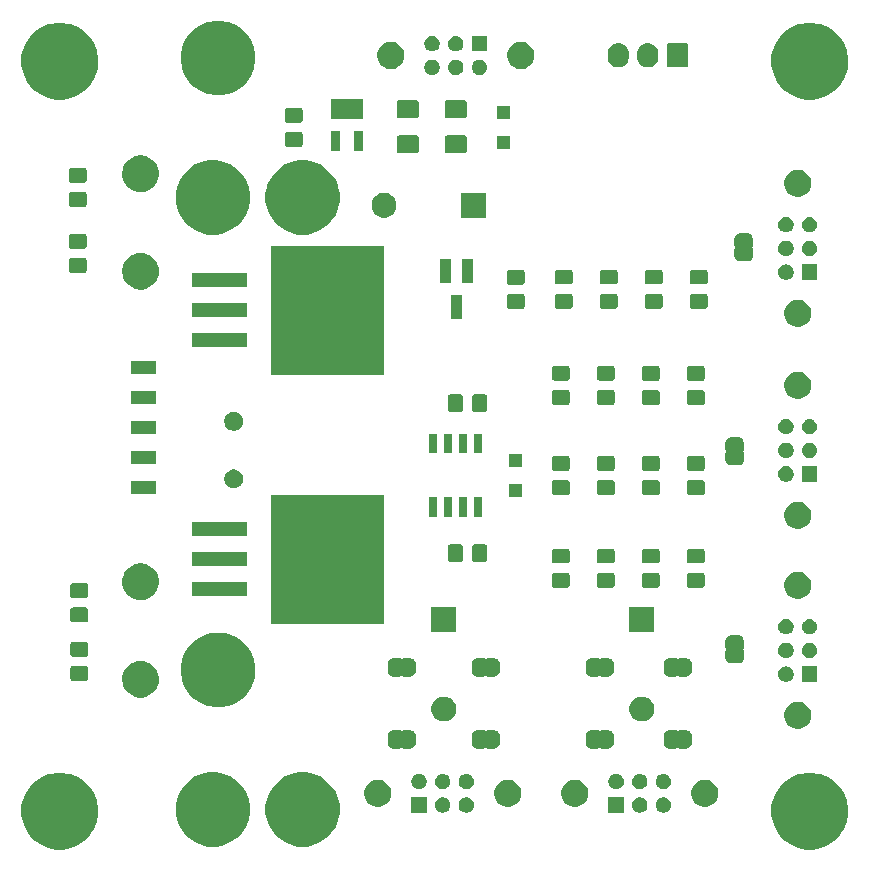
<source format=gbr>
G04 #@! TF.GenerationSoftware,KiCad,Pcbnew,(5.0.1)-3*
G04 #@! TF.CreationDate,2020-01-19T16:42:21-05:00*
G04 #@! TF.ProjectId,recovery_CAN,7265636F766572795F43414E2E6B6963,rev?*
G04 #@! TF.SameCoordinates,Original*
G04 #@! TF.FileFunction,Soldermask,Bot*
G04 #@! TF.FilePolarity,Negative*
%FSLAX46Y46*%
G04 Gerber Fmt 4.6, Leading zero omitted, Abs format (unit mm)*
G04 Created by KiCad (PCBNEW (5.0.1)-3) date 2020-01-19 4:42:21 PM*
%MOMM*%
%LPD*%
G01*
G04 APERTURE LIST*
%ADD10C,0.100000*%
G04 APERTURE END LIST*
D10*
G36*
X247014239Y-120255467D02*
X247328282Y-120317934D01*
X247919926Y-120563001D01*
X248424274Y-120899996D01*
X248452395Y-120918786D01*
X248905214Y-121371605D01*
X248905216Y-121371608D01*
X249260999Y-121904074D01*
X249506066Y-122495718D01*
X249537495Y-122653723D01*
X249628233Y-123109890D01*
X249631000Y-123123804D01*
X249631000Y-123764196D01*
X249506066Y-124392282D01*
X249260999Y-124983926D01*
X249050150Y-125299483D01*
X248905214Y-125516395D01*
X248452395Y-125969214D01*
X248452392Y-125969216D01*
X247919926Y-126324999D01*
X247328282Y-126570066D01*
X247014239Y-126632533D01*
X246700197Y-126695000D01*
X246059803Y-126695000D01*
X245745761Y-126632533D01*
X245431718Y-126570066D01*
X244840074Y-126324999D01*
X244307608Y-125969216D01*
X244307605Y-125969214D01*
X243854786Y-125516395D01*
X243709850Y-125299483D01*
X243499001Y-124983926D01*
X243253934Y-124392282D01*
X243129000Y-123764196D01*
X243129000Y-123123804D01*
X243131768Y-123109890D01*
X243222505Y-122653723D01*
X243253934Y-122495718D01*
X243499001Y-121904074D01*
X243854784Y-121371608D01*
X243854786Y-121371605D01*
X244307605Y-120918786D01*
X244335726Y-120899996D01*
X244840074Y-120563001D01*
X245431718Y-120317934D01*
X245745761Y-120255467D01*
X246059803Y-120193000D01*
X246700197Y-120193000D01*
X247014239Y-120255467D01*
X247014239Y-120255467D01*
G37*
G36*
X183514239Y-120255467D02*
X183828282Y-120317934D01*
X184419926Y-120563001D01*
X184924274Y-120899996D01*
X184952395Y-120918786D01*
X185405214Y-121371605D01*
X185405216Y-121371608D01*
X185760999Y-121904074D01*
X186006066Y-122495718D01*
X186037495Y-122653723D01*
X186128233Y-123109890D01*
X186131000Y-123123804D01*
X186131000Y-123764196D01*
X186006066Y-124392282D01*
X185760999Y-124983926D01*
X185550150Y-125299483D01*
X185405214Y-125516395D01*
X184952395Y-125969214D01*
X184952392Y-125969216D01*
X184419926Y-126324999D01*
X183828282Y-126570066D01*
X183514239Y-126632533D01*
X183200197Y-126695000D01*
X182559803Y-126695000D01*
X182245761Y-126632533D01*
X181931718Y-126570066D01*
X181340074Y-126324999D01*
X180807608Y-125969216D01*
X180807605Y-125969214D01*
X180354786Y-125516395D01*
X180209850Y-125299483D01*
X179999001Y-124983926D01*
X179753934Y-124392282D01*
X179629000Y-123764196D01*
X179629000Y-123123804D01*
X179631768Y-123109890D01*
X179722505Y-122653723D01*
X179753934Y-122495718D01*
X179999001Y-121904074D01*
X180354784Y-121371608D01*
X180354786Y-121371605D01*
X180807605Y-120918786D01*
X180835726Y-120899996D01*
X181340074Y-120563001D01*
X181931718Y-120317934D01*
X182245761Y-120255467D01*
X182559803Y-120193000D01*
X183200197Y-120193000D01*
X183514239Y-120255467D01*
X183514239Y-120255467D01*
G37*
G36*
X204159758Y-120222497D02*
X204362603Y-120262845D01*
X204935830Y-120500283D01*
X205451721Y-120844990D01*
X205890450Y-121283719D01*
X206235157Y-121799610D01*
X206472595Y-122372837D01*
X206497038Y-122495719D01*
X206585412Y-122940004D01*
X206593640Y-122981372D01*
X206593640Y-123601828D01*
X206472595Y-124210363D01*
X206235157Y-124783590D01*
X205890450Y-125299481D01*
X205451721Y-125738210D01*
X204935830Y-126082917D01*
X204362603Y-126320355D01*
X204159758Y-126360703D01*
X203754070Y-126441400D01*
X203133610Y-126441400D01*
X202727922Y-126360703D01*
X202525077Y-126320355D01*
X201951850Y-126082917D01*
X201435959Y-125738210D01*
X200997230Y-125299481D01*
X200652523Y-124783590D01*
X200415085Y-124210363D01*
X200294040Y-123601828D01*
X200294040Y-122981372D01*
X200302269Y-122940004D01*
X200390642Y-122495719D01*
X200415085Y-122372837D01*
X200652523Y-121799610D01*
X200997230Y-121283719D01*
X201435959Y-120844990D01*
X201951850Y-120500283D01*
X202525077Y-120262845D01*
X202727922Y-120222497D01*
X203133610Y-120141800D01*
X203754070Y-120141800D01*
X204159758Y-120222497D01*
X204159758Y-120222497D01*
G37*
G36*
X196560078Y-120222497D02*
X196762923Y-120262845D01*
X197336150Y-120500283D01*
X197852041Y-120844990D01*
X198290770Y-121283719D01*
X198635477Y-121799610D01*
X198872915Y-122372837D01*
X198897358Y-122495719D01*
X198985732Y-122940004D01*
X198993960Y-122981372D01*
X198993960Y-123601828D01*
X198872915Y-124210363D01*
X198635477Y-124783590D01*
X198290770Y-125299481D01*
X197852041Y-125738210D01*
X197336150Y-126082917D01*
X196762923Y-126320355D01*
X196560078Y-126360703D01*
X196154390Y-126441400D01*
X195533930Y-126441400D01*
X195128242Y-126360703D01*
X194925397Y-126320355D01*
X194352170Y-126082917D01*
X193836279Y-125738210D01*
X193397550Y-125299481D01*
X193052843Y-124783590D01*
X192815405Y-124210363D01*
X192694360Y-123601828D01*
X192694360Y-122981372D01*
X192702589Y-122940004D01*
X192790962Y-122495719D01*
X192815405Y-122372837D01*
X193052843Y-121799610D01*
X193397550Y-121283719D01*
X193836279Y-120844990D01*
X194352170Y-120500283D01*
X194925397Y-120262845D01*
X195128242Y-120222497D01*
X195533930Y-120141800D01*
X196154390Y-120141800D01*
X196560078Y-120222497D01*
X196560078Y-120222497D01*
G37*
G36*
X232179890Y-122294017D02*
X232298361Y-122343089D01*
X232404992Y-122414338D01*
X232495662Y-122505008D01*
X232566911Y-122611639D01*
X232615983Y-122730110D01*
X232641000Y-122855881D01*
X232641000Y-122984119D01*
X232615983Y-123109890D01*
X232566911Y-123228361D01*
X232495662Y-123334992D01*
X232404992Y-123425662D01*
X232298361Y-123496911D01*
X232179890Y-123545983D01*
X232054119Y-123571000D01*
X231925881Y-123571000D01*
X231800110Y-123545983D01*
X231681639Y-123496911D01*
X231575008Y-123425662D01*
X231484338Y-123334992D01*
X231413089Y-123228361D01*
X231364017Y-123109890D01*
X231339000Y-122984119D01*
X231339000Y-122855881D01*
X231364017Y-122730110D01*
X231413089Y-122611639D01*
X231484338Y-122505008D01*
X231575008Y-122414338D01*
X231681639Y-122343089D01*
X231800110Y-122294017D01*
X231925881Y-122269000D01*
X232054119Y-122269000D01*
X232179890Y-122294017D01*
X232179890Y-122294017D01*
G37*
G36*
X217493890Y-122294017D02*
X217612361Y-122343089D01*
X217718992Y-122414338D01*
X217809662Y-122505008D01*
X217880911Y-122611639D01*
X217929983Y-122730110D01*
X217955000Y-122855881D01*
X217955000Y-122984119D01*
X217929983Y-123109890D01*
X217880911Y-123228361D01*
X217809662Y-123334992D01*
X217718992Y-123425662D01*
X217612361Y-123496911D01*
X217493890Y-123545983D01*
X217368119Y-123571000D01*
X217239881Y-123571000D01*
X217114110Y-123545983D01*
X216995639Y-123496911D01*
X216889008Y-123425662D01*
X216798338Y-123334992D01*
X216727089Y-123228361D01*
X216678017Y-123109890D01*
X216653000Y-122984119D01*
X216653000Y-122855881D01*
X216678017Y-122730110D01*
X216727089Y-122611639D01*
X216798338Y-122505008D01*
X216889008Y-122414338D01*
X216995639Y-122343089D01*
X217114110Y-122294017D01*
X217239881Y-122269000D01*
X217368119Y-122269000D01*
X217493890Y-122294017D01*
X217493890Y-122294017D01*
G37*
G36*
X213955000Y-123571000D02*
X212653000Y-123571000D01*
X212653000Y-122269000D01*
X213955000Y-122269000D01*
X213955000Y-123571000D01*
X213955000Y-123571000D01*
G37*
G36*
X215493890Y-122294017D02*
X215612361Y-122343089D01*
X215718992Y-122414338D01*
X215809662Y-122505008D01*
X215880911Y-122611639D01*
X215929983Y-122730110D01*
X215955000Y-122855881D01*
X215955000Y-122984119D01*
X215929983Y-123109890D01*
X215880911Y-123228361D01*
X215809662Y-123334992D01*
X215718992Y-123425662D01*
X215612361Y-123496911D01*
X215493890Y-123545983D01*
X215368119Y-123571000D01*
X215239881Y-123571000D01*
X215114110Y-123545983D01*
X214995639Y-123496911D01*
X214889008Y-123425662D01*
X214798338Y-123334992D01*
X214727089Y-123228361D01*
X214678017Y-123109890D01*
X214653000Y-122984119D01*
X214653000Y-122855881D01*
X214678017Y-122730110D01*
X214727089Y-122611639D01*
X214798338Y-122505008D01*
X214889008Y-122414338D01*
X214995639Y-122343089D01*
X215114110Y-122294017D01*
X215239881Y-122269000D01*
X215368119Y-122269000D01*
X215493890Y-122294017D01*
X215493890Y-122294017D01*
G37*
G36*
X234179890Y-122294017D02*
X234298361Y-122343089D01*
X234404992Y-122414338D01*
X234495662Y-122505008D01*
X234566911Y-122611639D01*
X234615983Y-122730110D01*
X234641000Y-122855881D01*
X234641000Y-122984119D01*
X234615983Y-123109890D01*
X234566911Y-123228361D01*
X234495662Y-123334992D01*
X234404992Y-123425662D01*
X234298361Y-123496911D01*
X234179890Y-123545983D01*
X234054119Y-123571000D01*
X233925881Y-123571000D01*
X233800110Y-123545983D01*
X233681639Y-123496911D01*
X233575008Y-123425662D01*
X233484338Y-123334992D01*
X233413089Y-123228361D01*
X233364017Y-123109890D01*
X233339000Y-122984119D01*
X233339000Y-122855881D01*
X233364017Y-122730110D01*
X233413089Y-122611639D01*
X233484338Y-122505008D01*
X233575008Y-122414338D01*
X233681639Y-122343089D01*
X233800110Y-122294017D01*
X233925881Y-122269000D01*
X234054119Y-122269000D01*
X234179890Y-122294017D01*
X234179890Y-122294017D01*
G37*
G36*
X230641000Y-123571000D02*
X229339000Y-123571000D01*
X229339000Y-122269000D01*
X230641000Y-122269000D01*
X230641000Y-123571000D01*
X230641000Y-123571000D01*
G37*
G36*
X221139734Y-120813232D02*
X221349202Y-120899996D01*
X221537723Y-121025962D01*
X221698038Y-121186277D01*
X221824004Y-121374798D01*
X221910768Y-121584266D01*
X221955000Y-121806635D01*
X221955000Y-122033365D01*
X221910768Y-122255734D01*
X221824004Y-122465202D01*
X221698038Y-122653723D01*
X221537723Y-122814038D01*
X221349202Y-122940004D01*
X221139734Y-123026768D01*
X220917365Y-123071000D01*
X220690635Y-123071000D01*
X220468266Y-123026768D01*
X220258798Y-122940004D01*
X220070277Y-122814038D01*
X219909962Y-122653723D01*
X219783996Y-122465202D01*
X219697232Y-122255734D01*
X219653000Y-122033365D01*
X219653000Y-121806635D01*
X219697232Y-121584266D01*
X219783996Y-121374798D01*
X219909962Y-121186277D01*
X220070277Y-121025962D01*
X220258798Y-120899996D01*
X220468266Y-120813232D01*
X220690635Y-120769000D01*
X220917365Y-120769000D01*
X221139734Y-120813232D01*
X221139734Y-120813232D01*
G37*
G36*
X210139734Y-120813232D02*
X210349202Y-120899996D01*
X210537723Y-121025962D01*
X210698038Y-121186277D01*
X210824004Y-121374798D01*
X210910768Y-121584266D01*
X210955000Y-121806635D01*
X210955000Y-122033365D01*
X210910768Y-122255734D01*
X210824004Y-122465202D01*
X210698038Y-122653723D01*
X210537723Y-122814038D01*
X210349202Y-122940004D01*
X210139734Y-123026768D01*
X209917365Y-123071000D01*
X209690635Y-123071000D01*
X209468266Y-123026768D01*
X209258798Y-122940004D01*
X209070277Y-122814038D01*
X208909962Y-122653723D01*
X208783996Y-122465202D01*
X208697232Y-122255734D01*
X208653000Y-122033365D01*
X208653000Y-121806635D01*
X208697232Y-121584266D01*
X208783996Y-121374798D01*
X208909962Y-121186277D01*
X209070277Y-121025962D01*
X209258798Y-120899996D01*
X209468266Y-120813232D01*
X209690635Y-120769000D01*
X209917365Y-120769000D01*
X210139734Y-120813232D01*
X210139734Y-120813232D01*
G37*
G36*
X226825734Y-120813232D02*
X227035202Y-120899996D01*
X227223723Y-121025962D01*
X227384038Y-121186277D01*
X227510004Y-121374798D01*
X227596768Y-121584266D01*
X227641000Y-121806635D01*
X227641000Y-122033365D01*
X227596768Y-122255734D01*
X227510004Y-122465202D01*
X227384038Y-122653723D01*
X227223723Y-122814038D01*
X227035202Y-122940004D01*
X226825734Y-123026768D01*
X226603365Y-123071000D01*
X226376635Y-123071000D01*
X226154266Y-123026768D01*
X225944798Y-122940004D01*
X225756277Y-122814038D01*
X225595962Y-122653723D01*
X225469996Y-122465202D01*
X225383232Y-122255734D01*
X225339000Y-122033365D01*
X225339000Y-121806635D01*
X225383232Y-121584266D01*
X225469996Y-121374798D01*
X225595962Y-121186277D01*
X225756277Y-121025962D01*
X225944798Y-120899996D01*
X226154266Y-120813232D01*
X226376635Y-120769000D01*
X226603365Y-120769000D01*
X226825734Y-120813232D01*
X226825734Y-120813232D01*
G37*
G36*
X237825734Y-120813232D02*
X238035202Y-120899996D01*
X238223723Y-121025962D01*
X238384038Y-121186277D01*
X238510004Y-121374798D01*
X238596768Y-121584266D01*
X238641000Y-121806635D01*
X238641000Y-122033365D01*
X238596768Y-122255734D01*
X238510004Y-122465202D01*
X238384038Y-122653723D01*
X238223723Y-122814038D01*
X238035202Y-122940004D01*
X237825734Y-123026768D01*
X237603365Y-123071000D01*
X237376635Y-123071000D01*
X237154266Y-123026768D01*
X236944798Y-122940004D01*
X236756277Y-122814038D01*
X236595962Y-122653723D01*
X236469996Y-122465202D01*
X236383232Y-122255734D01*
X236339000Y-122033365D01*
X236339000Y-121806635D01*
X236383232Y-121584266D01*
X236469996Y-121374798D01*
X236595962Y-121186277D01*
X236756277Y-121025962D01*
X236944798Y-120899996D01*
X237154266Y-120813232D01*
X237376635Y-120769000D01*
X237603365Y-120769000D01*
X237825734Y-120813232D01*
X237825734Y-120813232D01*
G37*
G36*
X215493890Y-120294017D02*
X215612361Y-120343089D01*
X215718992Y-120414338D01*
X215809662Y-120505008D01*
X215880911Y-120611639D01*
X215929983Y-120730110D01*
X215955000Y-120855881D01*
X215955000Y-120984119D01*
X215929983Y-121109890D01*
X215880911Y-121228361D01*
X215809662Y-121334992D01*
X215718992Y-121425662D01*
X215612361Y-121496911D01*
X215493890Y-121545983D01*
X215368119Y-121571000D01*
X215239881Y-121571000D01*
X215114110Y-121545983D01*
X214995639Y-121496911D01*
X214889008Y-121425662D01*
X214798338Y-121334992D01*
X214727089Y-121228361D01*
X214678017Y-121109890D01*
X214653000Y-120984119D01*
X214653000Y-120855881D01*
X214678017Y-120730110D01*
X214727089Y-120611639D01*
X214798338Y-120505008D01*
X214889008Y-120414338D01*
X214995639Y-120343089D01*
X215114110Y-120294017D01*
X215239881Y-120269000D01*
X215368119Y-120269000D01*
X215493890Y-120294017D01*
X215493890Y-120294017D01*
G37*
G36*
X230179890Y-120294017D02*
X230298361Y-120343089D01*
X230404992Y-120414338D01*
X230495662Y-120505008D01*
X230566911Y-120611639D01*
X230615983Y-120730110D01*
X230641000Y-120855881D01*
X230641000Y-120984119D01*
X230615983Y-121109890D01*
X230566911Y-121228361D01*
X230495662Y-121334992D01*
X230404992Y-121425662D01*
X230298361Y-121496911D01*
X230179890Y-121545983D01*
X230054119Y-121571000D01*
X229925881Y-121571000D01*
X229800110Y-121545983D01*
X229681639Y-121496911D01*
X229575008Y-121425662D01*
X229484338Y-121334992D01*
X229413089Y-121228361D01*
X229364017Y-121109890D01*
X229339000Y-120984119D01*
X229339000Y-120855881D01*
X229364017Y-120730110D01*
X229413089Y-120611639D01*
X229484338Y-120505008D01*
X229575008Y-120414338D01*
X229681639Y-120343089D01*
X229800110Y-120294017D01*
X229925881Y-120269000D01*
X230054119Y-120269000D01*
X230179890Y-120294017D01*
X230179890Y-120294017D01*
G37*
G36*
X232179890Y-120294017D02*
X232298361Y-120343089D01*
X232404992Y-120414338D01*
X232495662Y-120505008D01*
X232566911Y-120611639D01*
X232615983Y-120730110D01*
X232641000Y-120855881D01*
X232641000Y-120984119D01*
X232615983Y-121109890D01*
X232566911Y-121228361D01*
X232495662Y-121334992D01*
X232404992Y-121425662D01*
X232298361Y-121496911D01*
X232179890Y-121545983D01*
X232054119Y-121571000D01*
X231925881Y-121571000D01*
X231800110Y-121545983D01*
X231681639Y-121496911D01*
X231575008Y-121425662D01*
X231484338Y-121334992D01*
X231413089Y-121228361D01*
X231364017Y-121109890D01*
X231339000Y-120984119D01*
X231339000Y-120855881D01*
X231364017Y-120730110D01*
X231413089Y-120611639D01*
X231484338Y-120505008D01*
X231575008Y-120414338D01*
X231681639Y-120343089D01*
X231800110Y-120294017D01*
X231925881Y-120269000D01*
X232054119Y-120269000D01*
X232179890Y-120294017D01*
X232179890Y-120294017D01*
G37*
G36*
X234179890Y-120294017D02*
X234298361Y-120343089D01*
X234404992Y-120414338D01*
X234495662Y-120505008D01*
X234566911Y-120611639D01*
X234615983Y-120730110D01*
X234641000Y-120855881D01*
X234641000Y-120984119D01*
X234615983Y-121109890D01*
X234566911Y-121228361D01*
X234495662Y-121334992D01*
X234404992Y-121425662D01*
X234298361Y-121496911D01*
X234179890Y-121545983D01*
X234054119Y-121571000D01*
X233925881Y-121571000D01*
X233800110Y-121545983D01*
X233681639Y-121496911D01*
X233575008Y-121425662D01*
X233484338Y-121334992D01*
X233413089Y-121228361D01*
X233364017Y-121109890D01*
X233339000Y-120984119D01*
X233339000Y-120855881D01*
X233364017Y-120730110D01*
X233413089Y-120611639D01*
X233484338Y-120505008D01*
X233575008Y-120414338D01*
X233681639Y-120343089D01*
X233800110Y-120294017D01*
X233925881Y-120269000D01*
X234054119Y-120269000D01*
X234179890Y-120294017D01*
X234179890Y-120294017D01*
G37*
G36*
X213493890Y-120294017D02*
X213612361Y-120343089D01*
X213718992Y-120414338D01*
X213809662Y-120505008D01*
X213880911Y-120611639D01*
X213929983Y-120730110D01*
X213955000Y-120855881D01*
X213955000Y-120984119D01*
X213929983Y-121109890D01*
X213880911Y-121228361D01*
X213809662Y-121334992D01*
X213718992Y-121425662D01*
X213612361Y-121496911D01*
X213493890Y-121545983D01*
X213368119Y-121571000D01*
X213239881Y-121571000D01*
X213114110Y-121545983D01*
X212995639Y-121496911D01*
X212889008Y-121425662D01*
X212798338Y-121334992D01*
X212727089Y-121228361D01*
X212678017Y-121109890D01*
X212653000Y-120984119D01*
X212653000Y-120855881D01*
X212678017Y-120730110D01*
X212727089Y-120611639D01*
X212798338Y-120505008D01*
X212889008Y-120414338D01*
X212995639Y-120343089D01*
X213114110Y-120294017D01*
X213239881Y-120269000D01*
X213368119Y-120269000D01*
X213493890Y-120294017D01*
X213493890Y-120294017D01*
G37*
G36*
X217493890Y-120294017D02*
X217612361Y-120343089D01*
X217718992Y-120414338D01*
X217809662Y-120505008D01*
X217880911Y-120611639D01*
X217929983Y-120730110D01*
X217955000Y-120855881D01*
X217955000Y-120984119D01*
X217929983Y-121109890D01*
X217880911Y-121228361D01*
X217809662Y-121334992D01*
X217718992Y-121425662D01*
X217612361Y-121496911D01*
X217493890Y-121545983D01*
X217368119Y-121571000D01*
X217239881Y-121571000D01*
X217114110Y-121545983D01*
X216995639Y-121496911D01*
X216889008Y-121425662D01*
X216798338Y-121334992D01*
X216727089Y-121228361D01*
X216678017Y-121109890D01*
X216653000Y-120984119D01*
X216653000Y-120855881D01*
X216678017Y-120730110D01*
X216727089Y-120611639D01*
X216798338Y-120505008D01*
X216889008Y-120414338D01*
X216995639Y-120343089D01*
X217114110Y-120294017D01*
X217239881Y-120269000D01*
X217368119Y-120269000D01*
X217493890Y-120294017D01*
X217493890Y-120294017D01*
G37*
G36*
X211695999Y-116547737D02*
X211705611Y-116550653D01*
X211714469Y-116555388D01*
X211722237Y-116561763D01*
X211732446Y-116574202D01*
X211739372Y-116584568D01*
X211756698Y-116601895D01*
X211777073Y-116615510D01*
X211799711Y-116624888D01*
X211823745Y-116629669D01*
X211848249Y-116629669D01*
X211872283Y-116624889D01*
X211894922Y-116615513D01*
X211915297Y-116601899D01*
X211932624Y-116584573D01*
X211939552Y-116574204D01*
X211949763Y-116561763D01*
X211957531Y-116555388D01*
X211966389Y-116550653D01*
X211976001Y-116547737D01*
X211992140Y-116546148D01*
X212479860Y-116546148D01*
X212498198Y-116547954D01*
X212510450Y-116548556D01*
X212528869Y-116548556D01*
X212551149Y-116550750D01*
X212635236Y-116567476D01*
X212656655Y-116573974D01*
X212735871Y-116606785D01*
X212755607Y-116617335D01*
X212826897Y-116664969D01*
X212844208Y-116679176D01*
X212904824Y-116739792D01*
X212919031Y-116757103D01*
X212966665Y-116828393D01*
X212977215Y-116848129D01*
X213010026Y-116927345D01*
X213016524Y-116948764D01*
X213033250Y-117032851D01*
X213035444Y-117055131D01*
X213035444Y-117073550D01*
X213036046Y-117085802D01*
X213037852Y-117104140D01*
X213037852Y-117591861D01*
X213036046Y-117610198D01*
X213035444Y-117622450D01*
X213035444Y-117640869D01*
X213033250Y-117663149D01*
X213016524Y-117747236D01*
X213010026Y-117768655D01*
X212977215Y-117847871D01*
X212966665Y-117867607D01*
X212919031Y-117938897D01*
X212904824Y-117956208D01*
X212844208Y-118016824D01*
X212826897Y-118031031D01*
X212755607Y-118078665D01*
X212735871Y-118089215D01*
X212656655Y-118122026D01*
X212635236Y-118128524D01*
X212551149Y-118145250D01*
X212528869Y-118147444D01*
X212510450Y-118147444D01*
X212498198Y-118148046D01*
X212479861Y-118149852D01*
X211992140Y-118149852D01*
X211976001Y-118148263D01*
X211966389Y-118145347D01*
X211957531Y-118140612D01*
X211949763Y-118134237D01*
X211939554Y-118121798D01*
X211932628Y-118111432D01*
X211915302Y-118094105D01*
X211894927Y-118080490D01*
X211872289Y-118071112D01*
X211848255Y-118066331D01*
X211823751Y-118066331D01*
X211799717Y-118071111D01*
X211777078Y-118080487D01*
X211756703Y-118094101D01*
X211739376Y-118111427D01*
X211732448Y-118121796D01*
X211722237Y-118134237D01*
X211714469Y-118140612D01*
X211705611Y-118145347D01*
X211695999Y-118148263D01*
X211679860Y-118149852D01*
X211192139Y-118149852D01*
X211173802Y-118148046D01*
X211161550Y-118147444D01*
X211143131Y-118147444D01*
X211120851Y-118145250D01*
X211036764Y-118128524D01*
X211015345Y-118122026D01*
X210936129Y-118089215D01*
X210916393Y-118078665D01*
X210845103Y-118031031D01*
X210827792Y-118016824D01*
X210767176Y-117956208D01*
X210752969Y-117938897D01*
X210705335Y-117867607D01*
X210694785Y-117847871D01*
X210661974Y-117768655D01*
X210655476Y-117747236D01*
X210638750Y-117663149D01*
X210636556Y-117640869D01*
X210636556Y-117622450D01*
X210635954Y-117610198D01*
X210634148Y-117591861D01*
X210634148Y-117104139D01*
X210635954Y-117085802D01*
X210636556Y-117073550D01*
X210636556Y-117055131D01*
X210638750Y-117032851D01*
X210655476Y-116948764D01*
X210661974Y-116927345D01*
X210694785Y-116848129D01*
X210705335Y-116828393D01*
X210752969Y-116757103D01*
X210767176Y-116739792D01*
X210827792Y-116679176D01*
X210845103Y-116664969D01*
X210916393Y-116617335D01*
X210936129Y-116606785D01*
X211015345Y-116573974D01*
X211036764Y-116567476D01*
X211120851Y-116550750D01*
X211143131Y-116548556D01*
X211161550Y-116548556D01*
X211173802Y-116547954D01*
X211192140Y-116546148D01*
X211679860Y-116546148D01*
X211695999Y-116547737D01*
X211695999Y-116547737D01*
G37*
G36*
X235063999Y-116547737D02*
X235073611Y-116550653D01*
X235082469Y-116555388D01*
X235090237Y-116561763D01*
X235100446Y-116574202D01*
X235107372Y-116584568D01*
X235124698Y-116601895D01*
X235145073Y-116615510D01*
X235167711Y-116624888D01*
X235191745Y-116629669D01*
X235216249Y-116629669D01*
X235240283Y-116624889D01*
X235262922Y-116615513D01*
X235283297Y-116601899D01*
X235300624Y-116584573D01*
X235307552Y-116574204D01*
X235317763Y-116561763D01*
X235325531Y-116555388D01*
X235334389Y-116550653D01*
X235344001Y-116547737D01*
X235360140Y-116546148D01*
X235847860Y-116546148D01*
X235866198Y-116547954D01*
X235878450Y-116548556D01*
X235896869Y-116548556D01*
X235919149Y-116550750D01*
X236003236Y-116567476D01*
X236024655Y-116573974D01*
X236103871Y-116606785D01*
X236123607Y-116617335D01*
X236194897Y-116664969D01*
X236212208Y-116679176D01*
X236272824Y-116739792D01*
X236287031Y-116757103D01*
X236334665Y-116828393D01*
X236345215Y-116848129D01*
X236378026Y-116927345D01*
X236384524Y-116948764D01*
X236401250Y-117032851D01*
X236403444Y-117055131D01*
X236403444Y-117073550D01*
X236404046Y-117085802D01*
X236405852Y-117104140D01*
X236405852Y-117591861D01*
X236404046Y-117610198D01*
X236403444Y-117622450D01*
X236403444Y-117640869D01*
X236401250Y-117663149D01*
X236384524Y-117747236D01*
X236378026Y-117768655D01*
X236345215Y-117847871D01*
X236334665Y-117867607D01*
X236287031Y-117938897D01*
X236272824Y-117956208D01*
X236212208Y-118016824D01*
X236194897Y-118031031D01*
X236123607Y-118078665D01*
X236103871Y-118089215D01*
X236024655Y-118122026D01*
X236003236Y-118128524D01*
X235919149Y-118145250D01*
X235896869Y-118147444D01*
X235878450Y-118147444D01*
X235866198Y-118148046D01*
X235847861Y-118149852D01*
X235360140Y-118149852D01*
X235344001Y-118148263D01*
X235334389Y-118145347D01*
X235325531Y-118140612D01*
X235317763Y-118134237D01*
X235307554Y-118121798D01*
X235300628Y-118111432D01*
X235283302Y-118094105D01*
X235262927Y-118080490D01*
X235240289Y-118071112D01*
X235216255Y-118066331D01*
X235191751Y-118066331D01*
X235167717Y-118071111D01*
X235145078Y-118080487D01*
X235124703Y-118094101D01*
X235107376Y-118111427D01*
X235100448Y-118121796D01*
X235090237Y-118134237D01*
X235082469Y-118140612D01*
X235073611Y-118145347D01*
X235063999Y-118148263D01*
X235047860Y-118149852D01*
X234560139Y-118149852D01*
X234541802Y-118148046D01*
X234529550Y-118147444D01*
X234511131Y-118147444D01*
X234488851Y-118145250D01*
X234404764Y-118128524D01*
X234383345Y-118122026D01*
X234304129Y-118089215D01*
X234284393Y-118078665D01*
X234213103Y-118031031D01*
X234195792Y-118016824D01*
X234135176Y-117956208D01*
X234120969Y-117938897D01*
X234073335Y-117867607D01*
X234062785Y-117847871D01*
X234029974Y-117768655D01*
X234023476Y-117747236D01*
X234006750Y-117663149D01*
X234004556Y-117640869D01*
X234004556Y-117622450D01*
X234003954Y-117610198D01*
X234002148Y-117591861D01*
X234002148Y-117104140D01*
X234003954Y-117085802D01*
X234004556Y-117073550D01*
X234004556Y-117055131D01*
X234006750Y-117032851D01*
X234023476Y-116948764D01*
X234029974Y-116927345D01*
X234062785Y-116848129D01*
X234073335Y-116828393D01*
X234120969Y-116757103D01*
X234135176Y-116739792D01*
X234195792Y-116679176D01*
X234213103Y-116664969D01*
X234284393Y-116617335D01*
X234304129Y-116606785D01*
X234383345Y-116573974D01*
X234404764Y-116567476D01*
X234488851Y-116550750D01*
X234511131Y-116548556D01*
X234529550Y-116548556D01*
X234541802Y-116547954D01*
X234560140Y-116546148D01*
X235047860Y-116546148D01*
X235063999Y-116547737D01*
X235063999Y-116547737D01*
G37*
G36*
X218807999Y-116547737D02*
X218817611Y-116550653D01*
X218826469Y-116555388D01*
X218834237Y-116561763D01*
X218844446Y-116574202D01*
X218851372Y-116584568D01*
X218868698Y-116601895D01*
X218889073Y-116615510D01*
X218911711Y-116624888D01*
X218935745Y-116629669D01*
X218960249Y-116629669D01*
X218984283Y-116624889D01*
X219006922Y-116615513D01*
X219027297Y-116601899D01*
X219044624Y-116584573D01*
X219051552Y-116574204D01*
X219061763Y-116561763D01*
X219069531Y-116555388D01*
X219078389Y-116550653D01*
X219088001Y-116547737D01*
X219104140Y-116546148D01*
X219591860Y-116546148D01*
X219610198Y-116547954D01*
X219622450Y-116548556D01*
X219640869Y-116548556D01*
X219663149Y-116550750D01*
X219747236Y-116567476D01*
X219768655Y-116573974D01*
X219847871Y-116606785D01*
X219867607Y-116617335D01*
X219938897Y-116664969D01*
X219956208Y-116679176D01*
X220016824Y-116739792D01*
X220031031Y-116757103D01*
X220078665Y-116828393D01*
X220089215Y-116848129D01*
X220122026Y-116927345D01*
X220128524Y-116948764D01*
X220145250Y-117032851D01*
X220147444Y-117055131D01*
X220147444Y-117073550D01*
X220148046Y-117085802D01*
X220149852Y-117104140D01*
X220149852Y-117591861D01*
X220148046Y-117610198D01*
X220147444Y-117622450D01*
X220147444Y-117640869D01*
X220145250Y-117663149D01*
X220128524Y-117747236D01*
X220122026Y-117768655D01*
X220089215Y-117847871D01*
X220078665Y-117867607D01*
X220031031Y-117938897D01*
X220016824Y-117956208D01*
X219956208Y-118016824D01*
X219938897Y-118031031D01*
X219867607Y-118078665D01*
X219847871Y-118089215D01*
X219768655Y-118122026D01*
X219747236Y-118128524D01*
X219663149Y-118145250D01*
X219640869Y-118147444D01*
X219622450Y-118147444D01*
X219610198Y-118148046D01*
X219591861Y-118149852D01*
X219104140Y-118149852D01*
X219088001Y-118148263D01*
X219078389Y-118145347D01*
X219069531Y-118140612D01*
X219061763Y-118134237D01*
X219051554Y-118121798D01*
X219044628Y-118111432D01*
X219027302Y-118094105D01*
X219006927Y-118080490D01*
X218984289Y-118071112D01*
X218960255Y-118066331D01*
X218935751Y-118066331D01*
X218911717Y-118071111D01*
X218889078Y-118080487D01*
X218868703Y-118094101D01*
X218851376Y-118111427D01*
X218844448Y-118121796D01*
X218834237Y-118134237D01*
X218826469Y-118140612D01*
X218817611Y-118145347D01*
X218807999Y-118148263D01*
X218791860Y-118149852D01*
X218304139Y-118149852D01*
X218285802Y-118148046D01*
X218273550Y-118147444D01*
X218255131Y-118147444D01*
X218232851Y-118145250D01*
X218148764Y-118128524D01*
X218127345Y-118122026D01*
X218048129Y-118089215D01*
X218028393Y-118078665D01*
X217957103Y-118031031D01*
X217939792Y-118016824D01*
X217879176Y-117956208D01*
X217864969Y-117938897D01*
X217817335Y-117867607D01*
X217806785Y-117847871D01*
X217773974Y-117768655D01*
X217767476Y-117747236D01*
X217750750Y-117663149D01*
X217748556Y-117640869D01*
X217748556Y-117622450D01*
X217747954Y-117610198D01*
X217746148Y-117591861D01*
X217746148Y-117104140D01*
X217747954Y-117085802D01*
X217748556Y-117073550D01*
X217748556Y-117055131D01*
X217750750Y-117032851D01*
X217767476Y-116948764D01*
X217773974Y-116927345D01*
X217806785Y-116848129D01*
X217817335Y-116828393D01*
X217864969Y-116757103D01*
X217879176Y-116739792D01*
X217939792Y-116679176D01*
X217957103Y-116664969D01*
X218028393Y-116617335D01*
X218048129Y-116606785D01*
X218127345Y-116573974D01*
X218148764Y-116567476D01*
X218232851Y-116550750D01*
X218255131Y-116548556D01*
X218273550Y-116548556D01*
X218285802Y-116547954D01*
X218304140Y-116546148D01*
X218791860Y-116546148D01*
X218807999Y-116547737D01*
X218807999Y-116547737D01*
G37*
G36*
X228459999Y-116547737D02*
X228469611Y-116550653D01*
X228478469Y-116555388D01*
X228486237Y-116561763D01*
X228496446Y-116574202D01*
X228503372Y-116584568D01*
X228520698Y-116601895D01*
X228541073Y-116615510D01*
X228563711Y-116624888D01*
X228587745Y-116629669D01*
X228612249Y-116629669D01*
X228636283Y-116624889D01*
X228658922Y-116615513D01*
X228679297Y-116601899D01*
X228696624Y-116584573D01*
X228703552Y-116574204D01*
X228713763Y-116561763D01*
X228721531Y-116555388D01*
X228730389Y-116550653D01*
X228740001Y-116547737D01*
X228756140Y-116546148D01*
X229243860Y-116546148D01*
X229262198Y-116547954D01*
X229274450Y-116548556D01*
X229292869Y-116548556D01*
X229315149Y-116550750D01*
X229399236Y-116567476D01*
X229420655Y-116573974D01*
X229499871Y-116606785D01*
X229519607Y-116617335D01*
X229590897Y-116664969D01*
X229608208Y-116679176D01*
X229668824Y-116739792D01*
X229683031Y-116757103D01*
X229730665Y-116828393D01*
X229741215Y-116848129D01*
X229774026Y-116927345D01*
X229780524Y-116948764D01*
X229797250Y-117032851D01*
X229799444Y-117055131D01*
X229799444Y-117073550D01*
X229800046Y-117085802D01*
X229801852Y-117104140D01*
X229801852Y-117591861D01*
X229800046Y-117610198D01*
X229799444Y-117622450D01*
X229799444Y-117640869D01*
X229797250Y-117663149D01*
X229780524Y-117747236D01*
X229774026Y-117768655D01*
X229741215Y-117847871D01*
X229730665Y-117867607D01*
X229683031Y-117938897D01*
X229668824Y-117956208D01*
X229608208Y-118016824D01*
X229590897Y-118031031D01*
X229519607Y-118078665D01*
X229499871Y-118089215D01*
X229420655Y-118122026D01*
X229399236Y-118128524D01*
X229315149Y-118145250D01*
X229292869Y-118147444D01*
X229274450Y-118147444D01*
X229262198Y-118148046D01*
X229243861Y-118149852D01*
X228756140Y-118149852D01*
X228740001Y-118148263D01*
X228730389Y-118145347D01*
X228721531Y-118140612D01*
X228713763Y-118134237D01*
X228703554Y-118121798D01*
X228696628Y-118111432D01*
X228679302Y-118094105D01*
X228658927Y-118080490D01*
X228636289Y-118071112D01*
X228612255Y-118066331D01*
X228587751Y-118066331D01*
X228563717Y-118071111D01*
X228541078Y-118080487D01*
X228520703Y-118094101D01*
X228503376Y-118111427D01*
X228496448Y-118121796D01*
X228486237Y-118134237D01*
X228478469Y-118140612D01*
X228469611Y-118145347D01*
X228459999Y-118148263D01*
X228443860Y-118149852D01*
X227956139Y-118149852D01*
X227937802Y-118148046D01*
X227925550Y-118147444D01*
X227907131Y-118147444D01*
X227884851Y-118145250D01*
X227800764Y-118128524D01*
X227779345Y-118122026D01*
X227700129Y-118089215D01*
X227680393Y-118078665D01*
X227609103Y-118031031D01*
X227591792Y-118016824D01*
X227531176Y-117956208D01*
X227516969Y-117938897D01*
X227469335Y-117867607D01*
X227458785Y-117847871D01*
X227425974Y-117768655D01*
X227419476Y-117747236D01*
X227402750Y-117663149D01*
X227400556Y-117640869D01*
X227400556Y-117622450D01*
X227399954Y-117610198D01*
X227398148Y-117591861D01*
X227398148Y-117104140D01*
X227399954Y-117085802D01*
X227400556Y-117073550D01*
X227400556Y-117055131D01*
X227402750Y-117032851D01*
X227419476Y-116948764D01*
X227425974Y-116927345D01*
X227458785Y-116848129D01*
X227469335Y-116828393D01*
X227516969Y-116757103D01*
X227531176Y-116739792D01*
X227591792Y-116679176D01*
X227609103Y-116664969D01*
X227680393Y-116617335D01*
X227700129Y-116606785D01*
X227779345Y-116573974D01*
X227800764Y-116567476D01*
X227884851Y-116550750D01*
X227907131Y-116548556D01*
X227925550Y-116548556D01*
X227937802Y-116547954D01*
X227956140Y-116546148D01*
X228443860Y-116546148D01*
X228459999Y-116547737D01*
X228459999Y-116547737D01*
G37*
G36*
X245699734Y-114209232D02*
X245909202Y-114295996D01*
X246097723Y-114421962D01*
X246258038Y-114582277D01*
X246384004Y-114770798D01*
X246470768Y-114980266D01*
X246515000Y-115202635D01*
X246515000Y-115429365D01*
X246470768Y-115651734D01*
X246384004Y-115861202D01*
X246258038Y-116049723D01*
X246097723Y-116210038D01*
X245909202Y-116336004D01*
X245699734Y-116422768D01*
X245477365Y-116467000D01*
X245250635Y-116467000D01*
X245028266Y-116422768D01*
X244818798Y-116336004D01*
X244630277Y-116210038D01*
X244469962Y-116049723D01*
X244343996Y-115861202D01*
X244257232Y-115651734D01*
X244213000Y-115429365D01*
X244213000Y-115202635D01*
X244257232Y-114980266D01*
X244343996Y-114770798D01*
X244469962Y-114582277D01*
X244630277Y-114421962D01*
X244818798Y-114295996D01*
X245028266Y-114209232D01*
X245250635Y-114165000D01*
X245477365Y-114165000D01*
X245699734Y-114209232D01*
X245699734Y-114209232D01*
G37*
G36*
X215698565Y-113777389D02*
X215889834Y-113856615D01*
X216061976Y-113971637D01*
X216208363Y-114118024D01*
X216323385Y-114290166D01*
X216402611Y-114481435D01*
X216443000Y-114684484D01*
X216443000Y-114891516D01*
X216402611Y-115094565D01*
X216323385Y-115285834D01*
X216208363Y-115457976D01*
X216061976Y-115604363D01*
X215889834Y-115719385D01*
X215698565Y-115798611D01*
X215495516Y-115839000D01*
X215288484Y-115839000D01*
X215085435Y-115798611D01*
X214894166Y-115719385D01*
X214722024Y-115604363D01*
X214575637Y-115457976D01*
X214460615Y-115285834D01*
X214381389Y-115094565D01*
X214341000Y-114891516D01*
X214341000Y-114684484D01*
X214381389Y-114481435D01*
X214460615Y-114290166D01*
X214575637Y-114118024D01*
X214722024Y-113971637D01*
X214894166Y-113856615D01*
X215085435Y-113777389D01*
X215288484Y-113737000D01*
X215495516Y-113737000D01*
X215698565Y-113777389D01*
X215698565Y-113777389D01*
G37*
G36*
X232462565Y-113777389D02*
X232653834Y-113856615D01*
X232825976Y-113971637D01*
X232972363Y-114118024D01*
X233087385Y-114290166D01*
X233166611Y-114481435D01*
X233207000Y-114684484D01*
X233207000Y-114891516D01*
X233166611Y-115094565D01*
X233087385Y-115285834D01*
X232972363Y-115457976D01*
X232825976Y-115604363D01*
X232653834Y-115719385D01*
X232462565Y-115798611D01*
X232259516Y-115839000D01*
X232052484Y-115839000D01*
X231849435Y-115798611D01*
X231658166Y-115719385D01*
X231486024Y-115604363D01*
X231339637Y-115457976D01*
X231224615Y-115285834D01*
X231145389Y-115094565D01*
X231105000Y-114891516D01*
X231105000Y-114684484D01*
X231145389Y-114481435D01*
X231224615Y-114290166D01*
X231339637Y-114118024D01*
X231486024Y-113971637D01*
X231658166Y-113856615D01*
X231849435Y-113777389D01*
X232052484Y-113737000D01*
X232259516Y-113737000D01*
X232462565Y-113777389D01*
X232462565Y-113777389D01*
G37*
G36*
X196865134Y-108392909D02*
X197212503Y-108462005D01*
X197785730Y-108699443D01*
X198301621Y-109044150D01*
X198740350Y-109482879D01*
X199085057Y-109998770D01*
X199322495Y-110571997D01*
X199339270Y-110656332D01*
X199443540Y-111180530D01*
X199443540Y-111800990D01*
X199379217Y-112124361D01*
X199322495Y-112409523D01*
X199085057Y-112982750D01*
X198740350Y-113498641D01*
X198301621Y-113937370D01*
X197785730Y-114282077D01*
X197212503Y-114519515D01*
X197009658Y-114559863D01*
X196603970Y-114640560D01*
X195983510Y-114640560D01*
X195577822Y-114559863D01*
X195374977Y-114519515D01*
X194801750Y-114282077D01*
X194285859Y-113937370D01*
X193847130Y-113498641D01*
X193502423Y-112982750D01*
X193264985Y-112409523D01*
X193208263Y-112124361D01*
X193143940Y-111800990D01*
X193143940Y-111180530D01*
X193248210Y-110656332D01*
X193264985Y-110571997D01*
X193502423Y-109998770D01*
X193847130Y-109482879D01*
X194285859Y-109044150D01*
X194801750Y-108699443D01*
X195374977Y-108462005D01*
X195722346Y-108392909D01*
X195983510Y-108340960D01*
X196603970Y-108340960D01*
X196865134Y-108392909D01*
X196865134Y-108392909D01*
G37*
G36*
X190040027Y-110746691D02*
X190190410Y-110776604D01*
X190472674Y-110893521D01*
X190726705Y-111063259D01*
X190942741Y-111279295D01*
X191112479Y-111533326D01*
X191229396Y-111815590D01*
X191229396Y-111815591D01*
X191289000Y-112115238D01*
X191289000Y-112420762D01*
X191249264Y-112620527D01*
X191229396Y-112720410D01*
X191112479Y-113002674D01*
X190942741Y-113256705D01*
X190726705Y-113472741D01*
X190472674Y-113642479D01*
X190190410Y-113759396D01*
X190099953Y-113777389D01*
X189890762Y-113819000D01*
X189585238Y-113819000D01*
X189376047Y-113777389D01*
X189285590Y-113759396D01*
X189003326Y-113642479D01*
X188749295Y-113472741D01*
X188533259Y-113256705D01*
X188363521Y-113002674D01*
X188246604Y-112720410D01*
X188226736Y-112620527D01*
X188187000Y-112420762D01*
X188187000Y-112115238D01*
X188246604Y-111815591D01*
X188246604Y-111815590D01*
X188363521Y-111533326D01*
X188533259Y-111279295D01*
X188749295Y-111063259D01*
X189003326Y-110893521D01*
X189285590Y-110776604D01*
X189435973Y-110746691D01*
X189585238Y-110717000D01*
X189890762Y-110717000D01*
X190040027Y-110746691D01*
X190040027Y-110746691D01*
G37*
G36*
X244553890Y-111190017D02*
X244672361Y-111239089D01*
X244778992Y-111310338D01*
X244869662Y-111401008D01*
X244869664Y-111401011D01*
X244869665Y-111401012D01*
X244933041Y-111495861D01*
X244940911Y-111507639D01*
X244989983Y-111626110D01*
X245015000Y-111751881D01*
X245015000Y-111880119D01*
X244989983Y-112005890D01*
X244940911Y-112124361D01*
X244869662Y-112230992D01*
X244778992Y-112321662D01*
X244672361Y-112392911D01*
X244553890Y-112441983D01*
X244428119Y-112467000D01*
X244299881Y-112467000D01*
X244174110Y-112441983D01*
X244055639Y-112392911D01*
X243949008Y-112321662D01*
X243858338Y-112230992D01*
X243787089Y-112124361D01*
X243738017Y-112005890D01*
X243713000Y-111880119D01*
X243713000Y-111751881D01*
X243738017Y-111626110D01*
X243787089Y-111507639D01*
X243794959Y-111495861D01*
X243858335Y-111401012D01*
X243858336Y-111401011D01*
X243858338Y-111401008D01*
X243949008Y-111310338D01*
X244055639Y-111239089D01*
X244174110Y-111190017D01*
X244299881Y-111165000D01*
X244428119Y-111165000D01*
X244553890Y-111190017D01*
X244553890Y-111190017D01*
G37*
G36*
X247015000Y-112467000D02*
X245713000Y-112467000D01*
X245713000Y-111165000D01*
X247015000Y-111165000D01*
X247015000Y-112467000D01*
X247015000Y-112467000D01*
G37*
G36*
X185119677Y-111156465D02*
X185157364Y-111167898D01*
X185192103Y-111186466D01*
X185222548Y-111211452D01*
X185247534Y-111241897D01*
X185266102Y-111276636D01*
X185277535Y-111314323D01*
X185282000Y-111359661D01*
X185282000Y-112196339D01*
X185277535Y-112241677D01*
X185266102Y-112279364D01*
X185247534Y-112314103D01*
X185222548Y-112344548D01*
X185192103Y-112369534D01*
X185157364Y-112388102D01*
X185119677Y-112399535D01*
X185074339Y-112404000D01*
X183987661Y-112404000D01*
X183942323Y-112399535D01*
X183904636Y-112388102D01*
X183869897Y-112369534D01*
X183839452Y-112344548D01*
X183814466Y-112314103D01*
X183795898Y-112279364D01*
X183784465Y-112241677D01*
X183780000Y-112196339D01*
X183780000Y-111359661D01*
X183784465Y-111314323D01*
X183795898Y-111276636D01*
X183814466Y-111241897D01*
X183839452Y-111211452D01*
X183869897Y-111186466D01*
X183904636Y-111167898D01*
X183942323Y-111156465D01*
X183987661Y-111152000D01*
X185074339Y-111152000D01*
X185119677Y-111156465D01*
X185119677Y-111156465D01*
G37*
G36*
X235063999Y-110451737D02*
X235073611Y-110454653D01*
X235082469Y-110459388D01*
X235090237Y-110465763D01*
X235100446Y-110478202D01*
X235107372Y-110488568D01*
X235124698Y-110505895D01*
X235145073Y-110519510D01*
X235167711Y-110528888D01*
X235191745Y-110533669D01*
X235216249Y-110533669D01*
X235240283Y-110528889D01*
X235262922Y-110519513D01*
X235283297Y-110505899D01*
X235300624Y-110488573D01*
X235307552Y-110478204D01*
X235317763Y-110465763D01*
X235325531Y-110459388D01*
X235334389Y-110454653D01*
X235344001Y-110451737D01*
X235360140Y-110450148D01*
X235847860Y-110450148D01*
X235866198Y-110451954D01*
X235878450Y-110452556D01*
X235896869Y-110452556D01*
X235919149Y-110454750D01*
X236003236Y-110471476D01*
X236024655Y-110477974D01*
X236103871Y-110510785D01*
X236123607Y-110521335D01*
X236194897Y-110568969D01*
X236212208Y-110583176D01*
X236272824Y-110643792D01*
X236287031Y-110661103D01*
X236334665Y-110732393D01*
X236345215Y-110752129D01*
X236378026Y-110831345D01*
X236384524Y-110852764D01*
X236401250Y-110936851D01*
X236403444Y-110959131D01*
X236403444Y-110977550D01*
X236404046Y-110989802D01*
X236405852Y-111008140D01*
X236405852Y-111495861D01*
X236404046Y-111514198D01*
X236403444Y-111526450D01*
X236403444Y-111544869D01*
X236401250Y-111567149D01*
X236384524Y-111651236D01*
X236378026Y-111672655D01*
X236345215Y-111751871D01*
X236334665Y-111771607D01*
X236287031Y-111842897D01*
X236272824Y-111860208D01*
X236212208Y-111920824D01*
X236194897Y-111935031D01*
X236123607Y-111982665D01*
X236103871Y-111993215D01*
X236024655Y-112026026D01*
X236003236Y-112032524D01*
X235919149Y-112049250D01*
X235896869Y-112051444D01*
X235878450Y-112051444D01*
X235866198Y-112052046D01*
X235847861Y-112053852D01*
X235360140Y-112053852D01*
X235344001Y-112052263D01*
X235334389Y-112049347D01*
X235325531Y-112044612D01*
X235317763Y-112038237D01*
X235307554Y-112025798D01*
X235300628Y-112015432D01*
X235283302Y-111998105D01*
X235262927Y-111984490D01*
X235240289Y-111975112D01*
X235216255Y-111970331D01*
X235191751Y-111970331D01*
X235167717Y-111975111D01*
X235145078Y-111984487D01*
X235124703Y-111998101D01*
X235107376Y-112015427D01*
X235100448Y-112025796D01*
X235090237Y-112038237D01*
X235082469Y-112044612D01*
X235073611Y-112049347D01*
X235063999Y-112052263D01*
X235047860Y-112053852D01*
X234560139Y-112053852D01*
X234541802Y-112052046D01*
X234529550Y-112051444D01*
X234511131Y-112051444D01*
X234488851Y-112049250D01*
X234404764Y-112032524D01*
X234383345Y-112026026D01*
X234304129Y-111993215D01*
X234284393Y-111982665D01*
X234213103Y-111935031D01*
X234195792Y-111920824D01*
X234135176Y-111860208D01*
X234120969Y-111842897D01*
X234073335Y-111771607D01*
X234062785Y-111751871D01*
X234029974Y-111672655D01*
X234023476Y-111651236D01*
X234006750Y-111567149D01*
X234004556Y-111544869D01*
X234004556Y-111526450D01*
X234003954Y-111514198D01*
X234002148Y-111495861D01*
X234002148Y-111008140D01*
X234003954Y-110989802D01*
X234004556Y-110977550D01*
X234004556Y-110959131D01*
X234006750Y-110936851D01*
X234023476Y-110852764D01*
X234029974Y-110831345D01*
X234062785Y-110752129D01*
X234073335Y-110732393D01*
X234120969Y-110661103D01*
X234135176Y-110643792D01*
X234195792Y-110583176D01*
X234213103Y-110568969D01*
X234284393Y-110521335D01*
X234304129Y-110510785D01*
X234383345Y-110477974D01*
X234404764Y-110471476D01*
X234488851Y-110454750D01*
X234511131Y-110452556D01*
X234529550Y-110452556D01*
X234541802Y-110451954D01*
X234560140Y-110450148D01*
X235047860Y-110450148D01*
X235063999Y-110451737D01*
X235063999Y-110451737D01*
G37*
G36*
X228459999Y-110451737D02*
X228469611Y-110454653D01*
X228478469Y-110459388D01*
X228486237Y-110465763D01*
X228496446Y-110478202D01*
X228503372Y-110488568D01*
X228520698Y-110505895D01*
X228541073Y-110519510D01*
X228563711Y-110528888D01*
X228587745Y-110533669D01*
X228612249Y-110533669D01*
X228636283Y-110528889D01*
X228658922Y-110519513D01*
X228679297Y-110505899D01*
X228696624Y-110488573D01*
X228703552Y-110478204D01*
X228713763Y-110465763D01*
X228721531Y-110459388D01*
X228730389Y-110454653D01*
X228740001Y-110451737D01*
X228756140Y-110450148D01*
X229243860Y-110450148D01*
X229262198Y-110451954D01*
X229274450Y-110452556D01*
X229292869Y-110452556D01*
X229315149Y-110454750D01*
X229399236Y-110471476D01*
X229420655Y-110477974D01*
X229499871Y-110510785D01*
X229519607Y-110521335D01*
X229590897Y-110568969D01*
X229608208Y-110583176D01*
X229668824Y-110643792D01*
X229683031Y-110661103D01*
X229730665Y-110732393D01*
X229741215Y-110752129D01*
X229774026Y-110831345D01*
X229780524Y-110852764D01*
X229797250Y-110936851D01*
X229799444Y-110959131D01*
X229799444Y-110977550D01*
X229800046Y-110989802D01*
X229801852Y-111008140D01*
X229801852Y-111495861D01*
X229800046Y-111514198D01*
X229799444Y-111526450D01*
X229799444Y-111544869D01*
X229797250Y-111567149D01*
X229780524Y-111651236D01*
X229774026Y-111672655D01*
X229741215Y-111751871D01*
X229730665Y-111771607D01*
X229683031Y-111842897D01*
X229668824Y-111860208D01*
X229608208Y-111920824D01*
X229590897Y-111935031D01*
X229519607Y-111982665D01*
X229499871Y-111993215D01*
X229420655Y-112026026D01*
X229399236Y-112032524D01*
X229315149Y-112049250D01*
X229292869Y-112051444D01*
X229274450Y-112051444D01*
X229262198Y-112052046D01*
X229243861Y-112053852D01*
X228756140Y-112053852D01*
X228740001Y-112052263D01*
X228730389Y-112049347D01*
X228721531Y-112044612D01*
X228713763Y-112038237D01*
X228703554Y-112025798D01*
X228696628Y-112015432D01*
X228679302Y-111998105D01*
X228658927Y-111984490D01*
X228636289Y-111975112D01*
X228612255Y-111970331D01*
X228587751Y-111970331D01*
X228563717Y-111975111D01*
X228541078Y-111984487D01*
X228520703Y-111998101D01*
X228503376Y-112015427D01*
X228496448Y-112025796D01*
X228486237Y-112038237D01*
X228478469Y-112044612D01*
X228469611Y-112049347D01*
X228459999Y-112052263D01*
X228443860Y-112053852D01*
X227956139Y-112053852D01*
X227937802Y-112052046D01*
X227925550Y-112051444D01*
X227907131Y-112051444D01*
X227884851Y-112049250D01*
X227800764Y-112032524D01*
X227779345Y-112026026D01*
X227700129Y-111993215D01*
X227680393Y-111982665D01*
X227609103Y-111935031D01*
X227591792Y-111920824D01*
X227531176Y-111860208D01*
X227516969Y-111842897D01*
X227469335Y-111771607D01*
X227458785Y-111751871D01*
X227425974Y-111672655D01*
X227419476Y-111651236D01*
X227402750Y-111567149D01*
X227400556Y-111544869D01*
X227400556Y-111526450D01*
X227399954Y-111514198D01*
X227398148Y-111495861D01*
X227398148Y-111008140D01*
X227399954Y-110989802D01*
X227400556Y-110977550D01*
X227400556Y-110959131D01*
X227402750Y-110936851D01*
X227419476Y-110852764D01*
X227425974Y-110831345D01*
X227458785Y-110752129D01*
X227469335Y-110732393D01*
X227516969Y-110661103D01*
X227531176Y-110643792D01*
X227591792Y-110583176D01*
X227609103Y-110568969D01*
X227680393Y-110521335D01*
X227700129Y-110510785D01*
X227779345Y-110477974D01*
X227800764Y-110471476D01*
X227884851Y-110454750D01*
X227907131Y-110452556D01*
X227925550Y-110452556D01*
X227937802Y-110451954D01*
X227956140Y-110450148D01*
X228443860Y-110450148D01*
X228459999Y-110451737D01*
X228459999Y-110451737D01*
G37*
G36*
X218807999Y-110451737D02*
X218817611Y-110454653D01*
X218826469Y-110459388D01*
X218834237Y-110465763D01*
X218844446Y-110478202D01*
X218851372Y-110488568D01*
X218868698Y-110505895D01*
X218889073Y-110519510D01*
X218911711Y-110528888D01*
X218935745Y-110533669D01*
X218960249Y-110533669D01*
X218984283Y-110528889D01*
X219006922Y-110519513D01*
X219027297Y-110505899D01*
X219044624Y-110488573D01*
X219051552Y-110478204D01*
X219061763Y-110465763D01*
X219069531Y-110459388D01*
X219078389Y-110454653D01*
X219088001Y-110451737D01*
X219104140Y-110450148D01*
X219591860Y-110450148D01*
X219610198Y-110451954D01*
X219622450Y-110452556D01*
X219640869Y-110452556D01*
X219663149Y-110454750D01*
X219747236Y-110471476D01*
X219768655Y-110477974D01*
X219847871Y-110510785D01*
X219867607Y-110521335D01*
X219938897Y-110568969D01*
X219956208Y-110583176D01*
X220016824Y-110643792D01*
X220031031Y-110661103D01*
X220078665Y-110732393D01*
X220089215Y-110752129D01*
X220122026Y-110831345D01*
X220128524Y-110852764D01*
X220145250Y-110936851D01*
X220147444Y-110959131D01*
X220147444Y-110977550D01*
X220148046Y-110989802D01*
X220149852Y-111008140D01*
X220149852Y-111495861D01*
X220148046Y-111514198D01*
X220147444Y-111526450D01*
X220147444Y-111544869D01*
X220145250Y-111567149D01*
X220128524Y-111651236D01*
X220122026Y-111672655D01*
X220089215Y-111751871D01*
X220078665Y-111771607D01*
X220031031Y-111842897D01*
X220016824Y-111860208D01*
X219956208Y-111920824D01*
X219938897Y-111935031D01*
X219867607Y-111982665D01*
X219847871Y-111993215D01*
X219768655Y-112026026D01*
X219747236Y-112032524D01*
X219663149Y-112049250D01*
X219640869Y-112051444D01*
X219622450Y-112051444D01*
X219610198Y-112052046D01*
X219591861Y-112053852D01*
X219104140Y-112053852D01*
X219088001Y-112052263D01*
X219078389Y-112049347D01*
X219069531Y-112044612D01*
X219061763Y-112038237D01*
X219051554Y-112025798D01*
X219044628Y-112015432D01*
X219027302Y-111998105D01*
X219006927Y-111984490D01*
X218984289Y-111975112D01*
X218960255Y-111970331D01*
X218935751Y-111970331D01*
X218911717Y-111975111D01*
X218889078Y-111984487D01*
X218868703Y-111998101D01*
X218851376Y-112015427D01*
X218844448Y-112025796D01*
X218834237Y-112038237D01*
X218826469Y-112044612D01*
X218817611Y-112049347D01*
X218807999Y-112052263D01*
X218791860Y-112053852D01*
X218304139Y-112053852D01*
X218285802Y-112052046D01*
X218273550Y-112051444D01*
X218255131Y-112051444D01*
X218232851Y-112049250D01*
X218148764Y-112032524D01*
X218127345Y-112026026D01*
X218048129Y-111993215D01*
X218028393Y-111982665D01*
X217957103Y-111935031D01*
X217939792Y-111920824D01*
X217879176Y-111860208D01*
X217864969Y-111842897D01*
X217817335Y-111771607D01*
X217806785Y-111751871D01*
X217773974Y-111672655D01*
X217767476Y-111651236D01*
X217750750Y-111567149D01*
X217748556Y-111544869D01*
X217748556Y-111526450D01*
X217747954Y-111514198D01*
X217746148Y-111495861D01*
X217746148Y-111008140D01*
X217747954Y-110989802D01*
X217748556Y-110977550D01*
X217748556Y-110959131D01*
X217750750Y-110936851D01*
X217767476Y-110852764D01*
X217773974Y-110831345D01*
X217806785Y-110752129D01*
X217817335Y-110732393D01*
X217864969Y-110661103D01*
X217879176Y-110643792D01*
X217939792Y-110583176D01*
X217957103Y-110568969D01*
X218028393Y-110521335D01*
X218048129Y-110510785D01*
X218127345Y-110477974D01*
X218148764Y-110471476D01*
X218232851Y-110454750D01*
X218255131Y-110452556D01*
X218273550Y-110452556D01*
X218285802Y-110451954D01*
X218304140Y-110450148D01*
X218791860Y-110450148D01*
X218807999Y-110451737D01*
X218807999Y-110451737D01*
G37*
G36*
X211695999Y-110451737D02*
X211705611Y-110454653D01*
X211714469Y-110459388D01*
X211722237Y-110465763D01*
X211732446Y-110478202D01*
X211739372Y-110488568D01*
X211756698Y-110505895D01*
X211777073Y-110519510D01*
X211799711Y-110528888D01*
X211823745Y-110533669D01*
X211848249Y-110533669D01*
X211872283Y-110528889D01*
X211894922Y-110519513D01*
X211915297Y-110505899D01*
X211932624Y-110488573D01*
X211939552Y-110478204D01*
X211949763Y-110465763D01*
X211957531Y-110459388D01*
X211966389Y-110454653D01*
X211976001Y-110451737D01*
X211992140Y-110450148D01*
X212479860Y-110450148D01*
X212498198Y-110451954D01*
X212510450Y-110452556D01*
X212528869Y-110452556D01*
X212551149Y-110454750D01*
X212635236Y-110471476D01*
X212656655Y-110477974D01*
X212735871Y-110510785D01*
X212755607Y-110521335D01*
X212826897Y-110568969D01*
X212844208Y-110583176D01*
X212904824Y-110643792D01*
X212919031Y-110661103D01*
X212966665Y-110732393D01*
X212977215Y-110752129D01*
X213010026Y-110831345D01*
X213016524Y-110852764D01*
X213033250Y-110936851D01*
X213035444Y-110959131D01*
X213035444Y-110977550D01*
X213036046Y-110989802D01*
X213037852Y-111008140D01*
X213037852Y-111495861D01*
X213036046Y-111514198D01*
X213035444Y-111526450D01*
X213035444Y-111544869D01*
X213033250Y-111567149D01*
X213016524Y-111651236D01*
X213010026Y-111672655D01*
X212977215Y-111751871D01*
X212966665Y-111771607D01*
X212919031Y-111842897D01*
X212904824Y-111860208D01*
X212844208Y-111920824D01*
X212826897Y-111935031D01*
X212755607Y-111982665D01*
X212735871Y-111993215D01*
X212656655Y-112026026D01*
X212635236Y-112032524D01*
X212551149Y-112049250D01*
X212528869Y-112051444D01*
X212510450Y-112051444D01*
X212498198Y-112052046D01*
X212479861Y-112053852D01*
X211992140Y-112053852D01*
X211976001Y-112052263D01*
X211966389Y-112049347D01*
X211957531Y-112044612D01*
X211949763Y-112038237D01*
X211939554Y-112025798D01*
X211932628Y-112015432D01*
X211915302Y-111998105D01*
X211894927Y-111984490D01*
X211872289Y-111975112D01*
X211848255Y-111970331D01*
X211823751Y-111970331D01*
X211799717Y-111975111D01*
X211777078Y-111984487D01*
X211756703Y-111998101D01*
X211739376Y-112015427D01*
X211732448Y-112025796D01*
X211722237Y-112038237D01*
X211714469Y-112044612D01*
X211705611Y-112049347D01*
X211695999Y-112052263D01*
X211679860Y-112053852D01*
X211192139Y-112053852D01*
X211173802Y-112052046D01*
X211161550Y-112051444D01*
X211143131Y-112051444D01*
X211120851Y-112049250D01*
X211036764Y-112032524D01*
X211015345Y-112026026D01*
X210936129Y-111993215D01*
X210916393Y-111982665D01*
X210845103Y-111935031D01*
X210827792Y-111920824D01*
X210767176Y-111860208D01*
X210752969Y-111842897D01*
X210705335Y-111771607D01*
X210694785Y-111751871D01*
X210661974Y-111672655D01*
X210655476Y-111651236D01*
X210638750Y-111567149D01*
X210636556Y-111544869D01*
X210636556Y-111526450D01*
X210635954Y-111514198D01*
X210634148Y-111495861D01*
X210634148Y-111008139D01*
X210635954Y-110989802D01*
X210636556Y-110977550D01*
X210636556Y-110959131D01*
X210638750Y-110936851D01*
X210655476Y-110852764D01*
X210661974Y-110831345D01*
X210694785Y-110752129D01*
X210705335Y-110732393D01*
X210752969Y-110661103D01*
X210767176Y-110643792D01*
X210827792Y-110583176D01*
X210845103Y-110568969D01*
X210916393Y-110521335D01*
X210936129Y-110510785D01*
X211015345Y-110477974D01*
X211036764Y-110471476D01*
X211120851Y-110454750D01*
X211143131Y-110452556D01*
X211161550Y-110452556D01*
X211173802Y-110451954D01*
X211192140Y-110450148D01*
X211679860Y-110450148D01*
X211695999Y-110451737D01*
X211695999Y-110451737D01*
G37*
G36*
X240292198Y-108527954D02*
X240304450Y-108528556D01*
X240322869Y-108528556D01*
X240345149Y-108530750D01*
X240429236Y-108547476D01*
X240450655Y-108553974D01*
X240529871Y-108586785D01*
X240549607Y-108597335D01*
X240620897Y-108644969D01*
X240638208Y-108659176D01*
X240698824Y-108719792D01*
X240713031Y-108737103D01*
X240760665Y-108808393D01*
X240771215Y-108828129D01*
X240804026Y-108907345D01*
X240810524Y-108928764D01*
X240827250Y-109012851D01*
X240829444Y-109035131D01*
X240829444Y-109053550D01*
X240830046Y-109065802D01*
X240831852Y-109084140D01*
X240831852Y-109571860D01*
X240830263Y-109587999D01*
X240827347Y-109597611D01*
X240822612Y-109606469D01*
X240816237Y-109614237D01*
X240803798Y-109624446D01*
X240793432Y-109631372D01*
X240776105Y-109648698D01*
X240762490Y-109669073D01*
X240753112Y-109691711D01*
X240748331Y-109715745D01*
X240748331Y-109740249D01*
X240753111Y-109764283D01*
X240762487Y-109786922D01*
X240776101Y-109807297D01*
X240793427Y-109824624D01*
X240803796Y-109831552D01*
X240816237Y-109841763D01*
X240822612Y-109849531D01*
X240827347Y-109858389D01*
X240830263Y-109868001D01*
X240831852Y-109884140D01*
X240831852Y-110371861D01*
X240830046Y-110390198D01*
X240829444Y-110402450D01*
X240829444Y-110420869D01*
X240827250Y-110443149D01*
X240810524Y-110527236D01*
X240804026Y-110548655D01*
X240771215Y-110627871D01*
X240760665Y-110647607D01*
X240713031Y-110718897D01*
X240698824Y-110736208D01*
X240638208Y-110796824D01*
X240620897Y-110811031D01*
X240549607Y-110858665D01*
X240529871Y-110869215D01*
X240450655Y-110902026D01*
X240429236Y-110908524D01*
X240345149Y-110925250D01*
X240322869Y-110927444D01*
X240304450Y-110927444D01*
X240292198Y-110928046D01*
X240273861Y-110929852D01*
X239786139Y-110929852D01*
X239767802Y-110928046D01*
X239755550Y-110927444D01*
X239737131Y-110927444D01*
X239714851Y-110925250D01*
X239630764Y-110908524D01*
X239609345Y-110902026D01*
X239530129Y-110869215D01*
X239510393Y-110858665D01*
X239439103Y-110811031D01*
X239421792Y-110796824D01*
X239361176Y-110736208D01*
X239346969Y-110718897D01*
X239299335Y-110647607D01*
X239288785Y-110627871D01*
X239255974Y-110548655D01*
X239249476Y-110527236D01*
X239232750Y-110443149D01*
X239230556Y-110420869D01*
X239230556Y-110402450D01*
X239229954Y-110390198D01*
X239228148Y-110371861D01*
X239228148Y-109884140D01*
X239229737Y-109868001D01*
X239232653Y-109858389D01*
X239237388Y-109849531D01*
X239243763Y-109841763D01*
X239256202Y-109831554D01*
X239266568Y-109824628D01*
X239283895Y-109807302D01*
X239297510Y-109786927D01*
X239306888Y-109764289D01*
X239311669Y-109740255D01*
X239311669Y-109715751D01*
X239306889Y-109691717D01*
X239297513Y-109669078D01*
X239283899Y-109648703D01*
X239266573Y-109631376D01*
X239256204Y-109624448D01*
X239243763Y-109614237D01*
X239237388Y-109606469D01*
X239232653Y-109597611D01*
X239229737Y-109587999D01*
X239228148Y-109571860D01*
X239228148Y-109084140D01*
X239229954Y-109065802D01*
X239230556Y-109053550D01*
X239230556Y-109035131D01*
X239232750Y-109012851D01*
X239249476Y-108928764D01*
X239255974Y-108907345D01*
X239288785Y-108828129D01*
X239299335Y-108808393D01*
X239346969Y-108737103D01*
X239361176Y-108719792D01*
X239421792Y-108659176D01*
X239439103Y-108644969D01*
X239510393Y-108597335D01*
X239530129Y-108586785D01*
X239609345Y-108553974D01*
X239630764Y-108547476D01*
X239714851Y-108530750D01*
X239737131Y-108528556D01*
X239755550Y-108528556D01*
X239767802Y-108527954D01*
X239786140Y-108526148D01*
X240273860Y-108526148D01*
X240292198Y-108527954D01*
X240292198Y-108527954D01*
G37*
G36*
X244553890Y-109190017D02*
X244672361Y-109239089D01*
X244778992Y-109310338D01*
X244869662Y-109401008D01*
X244869664Y-109401011D01*
X244869665Y-109401012D01*
X244924367Y-109482879D01*
X244940911Y-109507639D01*
X244989983Y-109626110D01*
X245015000Y-109751881D01*
X245015000Y-109880119D01*
X244989983Y-110005890D01*
X244940911Y-110124361D01*
X244869662Y-110230992D01*
X244778992Y-110321662D01*
X244778989Y-110321664D01*
X244778988Y-110321665D01*
X244694677Y-110378000D01*
X244672361Y-110392911D01*
X244553890Y-110441983D01*
X244428119Y-110467000D01*
X244299881Y-110467000D01*
X244174110Y-110441983D01*
X244055639Y-110392911D01*
X244033323Y-110378000D01*
X243949012Y-110321665D01*
X243949011Y-110321664D01*
X243949008Y-110321662D01*
X243858338Y-110230992D01*
X243787089Y-110124361D01*
X243738017Y-110005890D01*
X243713000Y-109880119D01*
X243713000Y-109751881D01*
X243738017Y-109626110D01*
X243787089Y-109507639D01*
X243803633Y-109482879D01*
X243858335Y-109401012D01*
X243858336Y-109401011D01*
X243858338Y-109401008D01*
X243949008Y-109310338D01*
X244055639Y-109239089D01*
X244174110Y-109190017D01*
X244299881Y-109165000D01*
X244428119Y-109165000D01*
X244553890Y-109190017D01*
X244553890Y-109190017D01*
G37*
G36*
X246553890Y-109190017D02*
X246672361Y-109239089D01*
X246778992Y-109310338D01*
X246869662Y-109401008D01*
X246869664Y-109401011D01*
X246869665Y-109401012D01*
X246924367Y-109482879D01*
X246940911Y-109507639D01*
X246989983Y-109626110D01*
X247015000Y-109751881D01*
X247015000Y-109880119D01*
X246989983Y-110005890D01*
X246940911Y-110124361D01*
X246869662Y-110230992D01*
X246778992Y-110321662D01*
X246778989Y-110321664D01*
X246778988Y-110321665D01*
X246694677Y-110378000D01*
X246672361Y-110392911D01*
X246553890Y-110441983D01*
X246428119Y-110467000D01*
X246299881Y-110467000D01*
X246174110Y-110441983D01*
X246055639Y-110392911D01*
X246033323Y-110378000D01*
X245949012Y-110321665D01*
X245949011Y-110321664D01*
X245949008Y-110321662D01*
X245858338Y-110230992D01*
X245787089Y-110124361D01*
X245738017Y-110005890D01*
X245713000Y-109880119D01*
X245713000Y-109751881D01*
X245738017Y-109626110D01*
X245787089Y-109507639D01*
X245803633Y-109482879D01*
X245858335Y-109401012D01*
X245858336Y-109401011D01*
X245858338Y-109401008D01*
X245949008Y-109310338D01*
X246055639Y-109239089D01*
X246174110Y-109190017D01*
X246299881Y-109165000D01*
X246428119Y-109165000D01*
X246553890Y-109190017D01*
X246553890Y-109190017D01*
G37*
G36*
X185119677Y-109106465D02*
X185157364Y-109117898D01*
X185192103Y-109136466D01*
X185222548Y-109161452D01*
X185247534Y-109191897D01*
X185266102Y-109226636D01*
X185277535Y-109264323D01*
X185282000Y-109309661D01*
X185282000Y-110146339D01*
X185277535Y-110191677D01*
X185266102Y-110229364D01*
X185247534Y-110264103D01*
X185222548Y-110294548D01*
X185192103Y-110319534D01*
X185157364Y-110338102D01*
X185119677Y-110349535D01*
X185074339Y-110354000D01*
X183987661Y-110354000D01*
X183942323Y-110349535D01*
X183904636Y-110338102D01*
X183869897Y-110319534D01*
X183839452Y-110294548D01*
X183814466Y-110264103D01*
X183795898Y-110229364D01*
X183784465Y-110191677D01*
X183780000Y-110146339D01*
X183780000Y-109309661D01*
X183784465Y-109264323D01*
X183795898Y-109226636D01*
X183814466Y-109191897D01*
X183839452Y-109161452D01*
X183869897Y-109136466D01*
X183904636Y-109117898D01*
X183942323Y-109106465D01*
X183987661Y-109102000D01*
X185074339Y-109102000D01*
X185119677Y-109106465D01*
X185119677Y-109106465D01*
G37*
G36*
X246553890Y-107190017D02*
X246672361Y-107239089D01*
X246778992Y-107310338D01*
X246869662Y-107401008D01*
X246869664Y-107401011D01*
X246869665Y-107401012D01*
X246893558Y-107436770D01*
X246940911Y-107507639D01*
X246989983Y-107626110D01*
X247015000Y-107751881D01*
X247015000Y-107880119D01*
X246989983Y-108005890D01*
X246940911Y-108124361D01*
X246869662Y-108230992D01*
X246778992Y-108321662D01*
X246672361Y-108392911D01*
X246553890Y-108441983D01*
X246428119Y-108467000D01*
X246299881Y-108467000D01*
X246174110Y-108441983D01*
X246055639Y-108392911D01*
X245949008Y-108321662D01*
X245858338Y-108230992D01*
X245787089Y-108124361D01*
X245738017Y-108005890D01*
X245713000Y-107880119D01*
X245713000Y-107751881D01*
X245738017Y-107626110D01*
X245787089Y-107507639D01*
X245834442Y-107436770D01*
X245858335Y-107401012D01*
X245858336Y-107401011D01*
X245858338Y-107401008D01*
X245949008Y-107310338D01*
X246055639Y-107239089D01*
X246174110Y-107190017D01*
X246299881Y-107165000D01*
X246428119Y-107165000D01*
X246553890Y-107190017D01*
X246553890Y-107190017D01*
G37*
G36*
X244553890Y-107190017D02*
X244672361Y-107239089D01*
X244778992Y-107310338D01*
X244869662Y-107401008D01*
X244869664Y-107401011D01*
X244869665Y-107401012D01*
X244893558Y-107436770D01*
X244940911Y-107507639D01*
X244989983Y-107626110D01*
X245015000Y-107751881D01*
X245015000Y-107880119D01*
X244989983Y-108005890D01*
X244940911Y-108124361D01*
X244869662Y-108230992D01*
X244778992Y-108321662D01*
X244672361Y-108392911D01*
X244553890Y-108441983D01*
X244428119Y-108467000D01*
X244299881Y-108467000D01*
X244174110Y-108441983D01*
X244055639Y-108392911D01*
X243949008Y-108321662D01*
X243858338Y-108230992D01*
X243787089Y-108124361D01*
X243738017Y-108005890D01*
X243713000Y-107880119D01*
X243713000Y-107751881D01*
X243738017Y-107626110D01*
X243787089Y-107507639D01*
X243834442Y-107436770D01*
X243858335Y-107401012D01*
X243858336Y-107401011D01*
X243858338Y-107401008D01*
X243949008Y-107310338D01*
X244055639Y-107239089D01*
X244174110Y-107190017D01*
X244299881Y-107165000D01*
X244428119Y-107165000D01*
X244553890Y-107190017D01*
X244553890Y-107190017D01*
G37*
G36*
X233207000Y-108239000D02*
X231105000Y-108239000D01*
X231105000Y-106137000D01*
X233207000Y-106137000D01*
X233207000Y-108239000D01*
X233207000Y-108239000D01*
G37*
G36*
X216443000Y-108239000D02*
X214341000Y-108239000D01*
X214341000Y-106137000D01*
X216443000Y-106137000D01*
X216443000Y-108239000D01*
X216443000Y-108239000D01*
G37*
G36*
X210310000Y-107559000D02*
X200808000Y-107559000D01*
X200808000Y-96657000D01*
X210310000Y-96657000D01*
X210310000Y-107559000D01*
X210310000Y-107559000D01*
G37*
G36*
X185119677Y-106194465D02*
X185157364Y-106205898D01*
X185192103Y-106224466D01*
X185222548Y-106249452D01*
X185247534Y-106279897D01*
X185266102Y-106314636D01*
X185277535Y-106352323D01*
X185282000Y-106397661D01*
X185282000Y-107234339D01*
X185277535Y-107279677D01*
X185266102Y-107317364D01*
X185247534Y-107352103D01*
X185222548Y-107382548D01*
X185192103Y-107407534D01*
X185157364Y-107426102D01*
X185119677Y-107437535D01*
X185074339Y-107442000D01*
X183987661Y-107442000D01*
X183942323Y-107437535D01*
X183904636Y-107426102D01*
X183869897Y-107407534D01*
X183839452Y-107382548D01*
X183814466Y-107352103D01*
X183795898Y-107317364D01*
X183784465Y-107279677D01*
X183780000Y-107234339D01*
X183780000Y-106397661D01*
X183784465Y-106352323D01*
X183795898Y-106314636D01*
X183814466Y-106279897D01*
X183839452Y-106249452D01*
X183869897Y-106224466D01*
X183904636Y-106205898D01*
X183942323Y-106194465D01*
X183987661Y-106190000D01*
X185074339Y-106190000D01*
X185119677Y-106194465D01*
X185119677Y-106194465D01*
G37*
G36*
X190090527Y-102506736D02*
X190190410Y-102526604D01*
X190472674Y-102643521D01*
X190726705Y-102813259D01*
X190942741Y-103029295D01*
X191112479Y-103283326D01*
X191193560Y-103479075D01*
X191229396Y-103565591D01*
X191289000Y-103865238D01*
X191289000Y-104170762D01*
X191279262Y-104219718D01*
X191229396Y-104470410D01*
X191112479Y-104752674D01*
X190942741Y-105006705D01*
X190726705Y-105222741D01*
X190472674Y-105392479D01*
X190190410Y-105509396D01*
X190090527Y-105529264D01*
X189890762Y-105569000D01*
X189585238Y-105569000D01*
X189385473Y-105529264D01*
X189285590Y-105509396D01*
X189003326Y-105392479D01*
X188749295Y-105222741D01*
X188533259Y-105006705D01*
X188363521Y-104752674D01*
X188246604Y-104470410D01*
X188196738Y-104219718D01*
X188187000Y-104170762D01*
X188187000Y-103865238D01*
X188246604Y-103565591D01*
X188282440Y-103479075D01*
X188363521Y-103283326D01*
X188533259Y-103029295D01*
X188749295Y-102813259D01*
X189003326Y-102643521D01*
X189285590Y-102526604D01*
X189385473Y-102506736D01*
X189585238Y-102467000D01*
X189890762Y-102467000D01*
X190090527Y-102506736D01*
X190090527Y-102506736D01*
G37*
G36*
X245699734Y-103209232D02*
X245909202Y-103295996D01*
X246097723Y-103421962D01*
X246258038Y-103582277D01*
X246384004Y-103770798D01*
X246470768Y-103980266D01*
X246515000Y-104202635D01*
X246515000Y-104429365D01*
X246470768Y-104651734D01*
X246384004Y-104861202D01*
X246258038Y-105049723D01*
X246097723Y-105210038D01*
X245909202Y-105336004D01*
X245699734Y-105422768D01*
X245477365Y-105467000D01*
X245250635Y-105467000D01*
X245028266Y-105422768D01*
X244818798Y-105336004D01*
X244630277Y-105210038D01*
X244469962Y-105049723D01*
X244343996Y-104861202D01*
X244257232Y-104651734D01*
X244213000Y-104429365D01*
X244213000Y-104202635D01*
X244257232Y-103980266D01*
X244343996Y-103770798D01*
X244469962Y-103582277D01*
X244630277Y-103421962D01*
X244818798Y-103295996D01*
X245028266Y-103209232D01*
X245250635Y-103165000D01*
X245477365Y-103165000D01*
X245699734Y-103209232D01*
X245699734Y-103209232D01*
G37*
G36*
X185119677Y-104144465D02*
X185157364Y-104155898D01*
X185192103Y-104174466D01*
X185222548Y-104199452D01*
X185247534Y-104229897D01*
X185266102Y-104264636D01*
X185277535Y-104302323D01*
X185282000Y-104347661D01*
X185282000Y-105184339D01*
X185277535Y-105229677D01*
X185266102Y-105267364D01*
X185247534Y-105302103D01*
X185222548Y-105332548D01*
X185192103Y-105357534D01*
X185157364Y-105376102D01*
X185119677Y-105387535D01*
X185074339Y-105392000D01*
X183987661Y-105392000D01*
X183942323Y-105387535D01*
X183904636Y-105376102D01*
X183869897Y-105357534D01*
X183839452Y-105332548D01*
X183814466Y-105302103D01*
X183795898Y-105267364D01*
X183784465Y-105229677D01*
X183780000Y-105184339D01*
X183780000Y-104347661D01*
X183784465Y-104302323D01*
X183795898Y-104264636D01*
X183814466Y-104229897D01*
X183839452Y-104199452D01*
X183869897Y-104174466D01*
X183904636Y-104155898D01*
X183942323Y-104144465D01*
X183987661Y-104140000D01*
X185074339Y-104140000D01*
X185119677Y-104144465D01*
X185119677Y-104144465D01*
G37*
G36*
X198760000Y-105249000D02*
X194058000Y-105249000D01*
X194058000Y-104047000D01*
X198760000Y-104047000D01*
X198760000Y-105249000D01*
X198760000Y-105249000D01*
G37*
G36*
X225886677Y-103264465D02*
X225924364Y-103275898D01*
X225959103Y-103294466D01*
X225989548Y-103319452D01*
X226014534Y-103349897D01*
X226033102Y-103384636D01*
X226044535Y-103422323D01*
X226049000Y-103467661D01*
X226049000Y-104304339D01*
X226044535Y-104349677D01*
X226033102Y-104387364D01*
X226014534Y-104422103D01*
X225989548Y-104452548D01*
X225959103Y-104477534D01*
X225924364Y-104496102D01*
X225886677Y-104507535D01*
X225841339Y-104512000D01*
X224754661Y-104512000D01*
X224709323Y-104507535D01*
X224671636Y-104496102D01*
X224636897Y-104477534D01*
X224606452Y-104452548D01*
X224581466Y-104422103D01*
X224562898Y-104387364D01*
X224551465Y-104349677D01*
X224547000Y-104304339D01*
X224547000Y-103467661D01*
X224551465Y-103422323D01*
X224562898Y-103384636D01*
X224581466Y-103349897D01*
X224606452Y-103319452D01*
X224636897Y-103294466D01*
X224671636Y-103275898D01*
X224709323Y-103264465D01*
X224754661Y-103260000D01*
X225841339Y-103260000D01*
X225886677Y-103264465D01*
X225886677Y-103264465D01*
G37*
G36*
X233506677Y-103264465D02*
X233544364Y-103275898D01*
X233579103Y-103294466D01*
X233609548Y-103319452D01*
X233634534Y-103349897D01*
X233653102Y-103384636D01*
X233664535Y-103422323D01*
X233669000Y-103467661D01*
X233669000Y-104304339D01*
X233664535Y-104349677D01*
X233653102Y-104387364D01*
X233634534Y-104422103D01*
X233609548Y-104452548D01*
X233579103Y-104477534D01*
X233544364Y-104496102D01*
X233506677Y-104507535D01*
X233461339Y-104512000D01*
X232374661Y-104512000D01*
X232329323Y-104507535D01*
X232291636Y-104496102D01*
X232256897Y-104477534D01*
X232226452Y-104452548D01*
X232201466Y-104422103D01*
X232182898Y-104387364D01*
X232171465Y-104349677D01*
X232167000Y-104304339D01*
X232167000Y-103467661D01*
X232171465Y-103422323D01*
X232182898Y-103384636D01*
X232201466Y-103349897D01*
X232226452Y-103319452D01*
X232256897Y-103294466D01*
X232291636Y-103275898D01*
X232329323Y-103264465D01*
X232374661Y-103260000D01*
X233461339Y-103260000D01*
X233506677Y-103264465D01*
X233506677Y-103264465D01*
G37*
G36*
X237316677Y-103264465D02*
X237354364Y-103275898D01*
X237389103Y-103294466D01*
X237419548Y-103319452D01*
X237444534Y-103349897D01*
X237463102Y-103384636D01*
X237474535Y-103422323D01*
X237479000Y-103467661D01*
X237479000Y-104304339D01*
X237474535Y-104349677D01*
X237463102Y-104387364D01*
X237444534Y-104422103D01*
X237419548Y-104452548D01*
X237389103Y-104477534D01*
X237354364Y-104496102D01*
X237316677Y-104507535D01*
X237271339Y-104512000D01*
X236184661Y-104512000D01*
X236139323Y-104507535D01*
X236101636Y-104496102D01*
X236066897Y-104477534D01*
X236036452Y-104452548D01*
X236011466Y-104422103D01*
X235992898Y-104387364D01*
X235981465Y-104349677D01*
X235977000Y-104304339D01*
X235977000Y-103467661D01*
X235981465Y-103422323D01*
X235992898Y-103384636D01*
X236011466Y-103349897D01*
X236036452Y-103319452D01*
X236066897Y-103294466D01*
X236101636Y-103275898D01*
X236139323Y-103264465D01*
X236184661Y-103260000D01*
X237271339Y-103260000D01*
X237316677Y-103264465D01*
X237316677Y-103264465D01*
G37*
G36*
X229696677Y-103264465D02*
X229734364Y-103275898D01*
X229769103Y-103294466D01*
X229799548Y-103319452D01*
X229824534Y-103349897D01*
X229843102Y-103384636D01*
X229854535Y-103422323D01*
X229859000Y-103467661D01*
X229859000Y-104304339D01*
X229854535Y-104349677D01*
X229843102Y-104387364D01*
X229824534Y-104422103D01*
X229799548Y-104452548D01*
X229769103Y-104477534D01*
X229734364Y-104496102D01*
X229696677Y-104507535D01*
X229651339Y-104512000D01*
X228564661Y-104512000D01*
X228519323Y-104507535D01*
X228481636Y-104496102D01*
X228446897Y-104477534D01*
X228416452Y-104452548D01*
X228391466Y-104422103D01*
X228372898Y-104387364D01*
X228361465Y-104349677D01*
X228357000Y-104304339D01*
X228357000Y-103467661D01*
X228361465Y-103422323D01*
X228372898Y-103384636D01*
X228391466Y-103349897D01*
X228416452Y-103319452D01*
X228446897Y-103294466D01*
X228481636Y-103275898D01*
X228519323Y-103264465D01*
X228564661Y-103260000D01*
X229651339Y-103260000D01*
X229696677Y-103264465D01*
X229696677Y-103264465D01*
G37*
G36*
X198760000Y-102709000D02*
X194058000Y-102709000D01*
X194058000Y-101507000D01*
X198760000Y-101507000D01*
X198760000Y-102709000D01*
X198760000Y-102709000D01*
G37*
G36*
X233506677Y-101214465D02*
X233544364Y-101225898D01*
X233579103Y-101244466D01*
X233609548Y-101269452D01*
X233634534Y-101299897D01*
X233653102Y-101334636D01*
X233664535Y-101372323D01*
X233669000Y-101417661D01*
X233669000Y-102254339D01*
X233664535Y-102299677D01*
X233653102Y-102337364D01*
X233634534Y-102372103D01*
X233609548Y-102402548D01*
X233579103Y-102427534D01*
X233544364Y-102446102D01*
X233506677Y-102457535D01*
X233461339Y-102462000D01*
X232374661Y-102462000D01*
X232329323Y-102457535D01*
X232291636Y-102446102D01*
X232256897Y-102427534D01*
X232226452Y-102402548D01*
X232201466Y-102372103D01*
X232182898Y-102337364D01*
X232171465Y-102299677D01*
X232167000Y-102254339D01*
X232167000Y-101417661D01*
X232171465Y-101372323D01*
X232182898Y-101334636D01*
X232201466Y-101299897D01*
X232226452Y-101269452D01*
X232256897Y-101244466D01*
X232291636Y-101225898D01*
X232329323Y-101214465D01*
X232374661Y-101210000D01*
X233461339Y-101210000D01*
X233506677Y-101214465D01*
X233506677Y-101214465D01*
G37*
G36*
X229696677Y-101214465D02*
X229734364Y-101225898D01*
X229769103Y-101244466D01*
X229799548Y-101269452D01*
X229824534Y-101299897D01*
X229843102Y-101334636D01*
X229854535Y-101372323D01*
X229859000Y-101417661D01*
X229859000Y-102254339D01*
X229854535Y-102299677D01*
X229843102Y-102337364D01*
X229824534Y-102372103D01*
X229799548Y-102402548D01*
X229769103Y-102427534D01*
X229734364Y-102446102D01*
X229696677Y-102457535D01*
X229651339Y-102462000D01*
X228564661Y-102462000D01*
X228519323Y-102457535D01*
X228481636Y-102446102D01*
X228446897Y-102427534D01*
X228416452Y-102402548D01*
X228391466Y-102372103D01*
X228372898Y-102337364D01*
X228361465Y-102299677D01*
X228357000Y-102254339D01*
X228357000Y-101417661D01*
X228361465Y-101372323D01*
X228372898Y-101334636D01*
X228391466Y-101299897D01*
X228416452Y-101269452D01*
X228446897Y-101244466D01*
X228481636Y-101225898D01*
X228519323Y-101214465D01*
X228564661Y-101210000D01*
X229651339Y-101210000D01*
X229696677Y-101214465D01*
X229696677Y-101214465D01*
G37*
G36*
X225886677Y-101214465D02*
X225924364Y-101225898D01*
X225959103Y-101244466D01*
X225989548Y-101269452D01*
X226014534Y-101299897D01*
X226033102Y-101334636D01*
X226044535Y-101372323D01*
X226049000Y-101417661D01*
X226049000Y-102254339D01*
X226044535Y-102299677D01*
X226033102Y-102337364D01*
X226014534Y-102372103D01*
X225989548Y-102402548D01*
X225959103Y-102427534D01*
X225924364Y-102446102D01*
X225886677Y-102457535D01*
X225841339Y-102462000D01*
X224754661Y-102462000D01*
X224709323Y-102457535D01*
X224671636Y-102446102D01*
X224636897Y-102427534D01*
X224606452Y-102402548D01*
X224581466Y-102372103D01*
X224562898Y-102337364D01*
X224551465Y-102299677D01*
X224547000Y-102254339D01*
X224547000Y-101417661D01*
X224551465Y-101372323D01*
X224562898Y-101334636D01*
X224581466Y-101299897D01*
X224606452Y-101269452D01*
X224636897Y-101244466D01*
X224671636Y-101225898D01*
X224709323Y-101214465D01*
X224754661Y-101210000D01*
X225841339Y-101210000D01*
X225886677Y-101214465D01*
X225886677Y-101214465D01*
G37*
G36*
X237316677Y-101214465D02*
X237354364Y-101225898D01*
X237389103Y-101244466D01*
X237419548Y-101269452D01*
X237444534Y-101299897D01*
X237463102Y-101334636D01*
X237474535Y-101372323D01*
X237479000Y-101417661D01*
X237479000Y-102254339D01*
X237474535Y-102299677D01*
X237463102Y-102337364D01*
X237444534Y-102372103D01*
X237419548Y-102402548D01*
X237389103Y-102427534D01*
X237354364Y-102446102D01*
X237316677Y-102457535D01*
X237271339Y-102462000D01*
X236184661Y-102462000D01*
X236139323Y-102457535D01*
X236101636Y-102446102D01*
X236066897Y-102427534D01*
X236036452Y-102402548D01*
X236011466Y-102372103D01*
X235992898Y-102337364D01*
X235981465Y-102299677D01*
X235977000Y-102254339D01*
X235977000Y-101417661D01*
X235981465Y-101372323D01*
X235992898Y-101334636D01*
X236011466Y-101299897D01*
X236036452Y-101269452D01*
X236066897Y-101244466D01*
X236101636Y-101225898D01*
X236139323Y-101214465D01*
X236184661Y-101210000D01*
X237271339Y-101210000D01*
X237316677Y-101214465D01*
X237316677Y-101214465D01*
G37*
G36*
X218903677Y-100853465D02*
X218941364Y-100864898D01*
X218976103Y-100883466D01*
X219006548Y-100908452D01*
X219031534Y-100938897D01*
X219050102Y-100973636D01*
X219061535Y-101011323D01*
X219066000Y-101056661D01*
X219066000Y-102143339D01*
X219061535Y-102188677D01*
X219050102Y-102226364D01*
X219031534Y-102261103D01*
X219006548Y-102291548D01*
X218976103Y-102316534D01*
X218941364Y-102335102D01*
X218903677Y-102346535D01*
X218858339Y-102351000D01*
X218021661Y-102351000D01*
X217976323Y-102346535D01*
X217938636Y-102335102D01*
X217903897Y-102316534D01*
X217873452Y-102291548D01*
X217848466Y-102261103D01*
X217829898Y-102226364D01*
X217818465Y-102188677D01*
X217814000Y-102143339D01*
X217814000Y-101056661D01*
X217818465Y-101011323D01*
X217829898Y-100973636D01*
X217848466Y-100938897D01*
X217873452Y-100908452D01*
X217903897Y-100883466D01*
X217938636Y-100864898D01*
X217976323Y-100853465D01*
X218021661Y-100849000D01*
X218858339Y-100849000D01*
X218903677Y-100853465D01*
X218903677Y-100853465D01*
G37*
G36*
X216853677Y-100853465D02*
X216891364Y-100864898D01*
X216926103Y-100883466D01*
X216956548Y-100908452D01*
X216981534Y-100938897D01*
X217000102Y-100973636D01*
X217011535Y-101011323D01*
X217016000Y-101056661D01*
X217016000Y-102143339D01*
X217011535Y-102188677D01*
X217000102Y-102226364D01*
X216981534Y-102261103D01*
X216956548Y-102291548D01*
X216926103Y-102316534D01*
X216891364Y-102335102D01*
X216853677Y-102346535D01*
X216808339Y-102351000D01*
X215971661Y-102351000D01*
X215926323Y-102346535D01*
X215888636Y-102335102D01*
X215853897Y-102316534D01*
X215823452Y-102291548D01*
X215798466Y-102261103D01*
X215779898Y-102226364D01*
X215768465Y-102188677D01*
X215764000Y-102143339D01*
X215764000Y-101056661D01*
X215768465Y-101011323D01*
X215779898Y-100973636D01*
X215798466Y-100938897D01*
X215823452Y-100908452D01*
X215853897Y-100883466D01*
X215888636Y-100864898D01*
X215926323Y-100853465D01*
X215971661Y-100849000D01*
X216808339Y-100849000D01*
X216853677Y-100853465D01*
X216853677Y-100853465D01*
G37*
G36*
X198760000Y-100169000D02*
X194058000Y-100169000D01*
X194058000Y-98967000D01*
X198760000Y-98967000D01*
X198760000Y-100169000D01*
X198760000Y-100169000D01*
G37*
G36*
X245699734Y-97269232D02*
X245909202Y-97355996D01*
X246097723Y-97481962D01*
X246258038Y-97642277D01*
X246384004Y-97830798D01*
X246470768Y-98040266D01*
X246515000Y-98262635D01*
X246515000Y-98489365D01*
X246470768Y-98711734D01*
X246384004Y-98921202D01*
X246258038Y-99109723D01*
X246097723Y-99270038D01*
X245909202Y-99396004D01*
X245699734Y-99482768D01*
X245477365Y-99527000D01*
X245250635Y-99527000D01*
X245028266Y-99482768D01*
X244818798Y-99396004D01*
X244630277Y-99270038D01*
X244469962Y-99109723D01*
X244343996Y-98921202D01*
X244257232Y-98711734D01*
X244213000Y-98489365D01*
X244213000Y-98262635D01*
X244257232Y-98040266D01*
X244343996Y-97830798D01*
X244469962Y-97642277D01*
X244630277Y-97481962D01*
X244818798Y-97355996D01*
X245028266Y-97269232D01*
X245250635Y-97225000D01*
X245477365Y-97225000D01*
X245699734Y-97269232D01*
X245699734Y-97269232D01*
G37*
G36*
X217394000Y-98522000D02*
X216692000Y-98522000D01*
X216692000Y-96870000D01*
X217394000Y-96870000D01*
X217394000Y-98522000D01*
X217394000Y-98522000D01*
G37*
G36*
X216124000Y-98522000D02*
X215422000Y-98522000D01*
X215422000Y-96870000D01*
X216124000Y-96870000D01*
X216124000Y-98522000D01*
X216124000Y-98522000D01*
G37*
G36*
X218664000Y-98522000D02*
X217962000Y-98522000D01*
X217962000Y-96870000D01*
X218664000Y-96870000D01*
X218664000Y-98522000D01*
X218664000Y-98522000D01*
G37*
G36*
X214854000Y-98522000D02*
X214152000Y-98522000D01*
X214152000Y-96870000D01*
X214854000Y-96870000D01*
X214854000Y-98522000D01*
X214854000Y-98522000D01*
G37*
G36*
X222039000Y-96797000D02*
X220937000Y-96797000D01*
X220937000Y-95695000D01*
X222039000Y-95695000D01*
X222039000Y-96797000D01*
X222039000Y-96797000D01*
G37*
G36*
X233506677Y-95426465D02*
X233544364Y-95437898D01*
X233579103Y-95456466D01*
X233609548Y-95481452D01*
X233634534Y-95511897D01*
X233653102Y-95546636D01*
X233664535Y-95584323D01*
X233669000Y-95629661D01*
X233669000Y-96466339D01*
X233664535Y-96511677D01*
X233653102Y-96549364D01*
X233634534Y-96584103D01*
X233609548Y-96614548D01*
X233579103Y-96639534D01*
X233544364Y-96658102D01*
X233506677Y-96669535D01*
X233461339Y-96674000D01*
X232374661Y-96674000D01*
X232329323Y-96669535D01*
X232291636Y-96658102D01*
X232256897Y-96639534D01*
X232226452Y-96614548D01*
X232201466Y-96584103D01*
X232182898Y-96549364D01*
X232171465Y-96511677D01*
X232167000Y-96466339D01*
X232167000Y-95629661D01*
X232171465Y-95584323D01*
X232182898Y-95546636D01*
X232201466Y-95511897D01*
X232226452Y-95481452D01*
X232256897Y-95456466D01*
X232291636Y-95437898D01*
X232329323Y-95426465D01*
X232374661Y-95422000D01*
X233461339Y-95422000D01*
X233506677Y-95426465D01*
X233506677Y-95426465D01*
G37*
G36*
X229696677Y-95426465D02*
X229734364Y-95437898D01*
X229769103Y-95456466D01*
X229799548Y-95481452D01*
X229824534Y-95511897D01*
X229843102Y-95546636D01*
X229854535Y-95584323D01*
X229859000Y-95629661D01*
X229859000Y-96466339D01*
X229854535Y-96511677D01*
X229843102Y-96549364D01*
X229824534Y-96584103D01*
X229799548Y-96614548D01*
X229769103Y-96639534D01*
X229734364Y-96658102D01*
X229696677Y-96669535D01*
X229651339Y-96674000D01*
X228564661Y-96674000D01*
X228519323Y-96669535D01*
X228481636Y-96658102D01*
X228446897Y-96639534D01*
X228416452Y-96614548D01*
X228391466Y-96584103D01*
X228372898Y-96549364D01*
X228361465Y-96511677D01*
X228357000Y-96466339D01*
X228357000Y-95629661D01*
X228361465Y-95584323D01*
X228372898Y-95546636D01*
X228391466Y-95511897D01*
X228416452Y-95481452D01*
X228446897Y-95456466D01*
X228481636Y-95437898D01*
X228519323Y-95426465D01*
X228564661Y-95422000D01*
X229651339Y-95422000D01*
X229696677Y-95426465D01*
X229696677Y-95426465D01*
G37*
G36*
X225886677Y-95426465D02*
X225924364Y-95437898D01*
X225959103Y-95456466D01*
X225989548Y-95481452D01*
X226014534Y-95511897D01*
X226033102Y-95546636D01*
X226044535Y-95584323D01*
X226049000Y-95629661D01*
X226049000Y-96466339D01*
X226044535Y-96511677D01*
X226033102Y-96549364D01*
X226014534Y-96584103D01*
X225989548Y-96614548D01*
X225959103Y-96639534D01*
X225924364Y-96658102D01*
X225886677Y-96669535D01*
X225841339Y-96674000D01*
X224754661Y-96674000D01*
X224709323Y-96669535D01*
X224671636Y-96658102D01*
X224636897Y-96639534D01*
X224606452Y-96614548D01*
X224581466Y-96584103D01*
X224562898Y-96549364D01*
X224551465Y-96511677D01*
X224547000Y-96466339D01*
X224547000Y-95629661D01*
X224551465Y-95584323D01*
X224562898Y-95546636D01*
X224581466Y-95511897D01*
X224606452Y-95481452D01*
X224636897Y-95456466D01*
X224671636Y-95437898D01*
X224709323Y-95426465D01*
X224754661Y-95422000D01*
X225841339Y-95422000D01*
X225886677Y-95426465D01*
X225886677Y-95426465D01*
G37*
G36*
X237316677Y-95426465D02*
X237354364Y-95437898D01*
X237389103Y-95456466D01*
X237419548Y-95481452D01*
X237444534Y-95511897D01*
X237463102Y-95546636D01*
X237474535Y-95584323D01*
X237479000Y-95629661D01*
X237479000Y-96466339D01*
X237474535Y-96511677D01*
X237463102Y-96549364D01*
X237444534Y-96584103D01*
X237419548Y-96614548D01*
X237389103Y-96639534D01*
X237354364Y-96658102D01*
X237316677Y-96669535D01*
X237271339Y-96674000D01*
X236184661Y-96674000D01*
X236139323Y-96669535D01*
X236101636Y-96658102D01*
X236066897Y-96639534D01*
X236036452Y-96614548D01*
X236011466Y-96584103D01*
X235992898Y-96549364D01*
X235981465Y-96511677D01*
X235977000Y-96466339D01*
X235977000Y-95629661D01*
X235981465Y-95584323D01*
X235992898Y-95546636D01*
X236011466Y-95511897D01*
X236036452Y-95481452D01*
X236066897Y-95456466D01*
X236101636Y-95437898D01*
X236139323Y-95426465D01*
X236184661Y-95422000D01*
X237271339Y-95422000D01*
X237316677Y-95426465D01*
X237316677Y-95426465D01*
G37*
G36*
X191043000Y-96563000D02*
X188941000Y-96563000D01*
X188941000Y-95461000D01*
X191043000Y-95461000D01*
X191043000Y-96563000D01*
X191043000Y-96563000D01*
G37*
G36*
X197845643Y-94533781D02*
X197991415Y-94594162D01*
X198122611Y-94681824D01*
X198234176Y-94793389D01*
X198321838Y-94924585D01*
X198382219Y-95070357D01*
X198413000Y-95225107D01*
X198413000Y-95382893D01*
X198382219Y-95537643D01*
X198321838Y-95683415D01*
X198234176Y-95814611D01*
X198122611Y-95926176D01*
X197991415Y-96013838D01*
X197845643Y-96074219D01*
X197690893Y-96105000D01*
X197533107Y-96105000D01*
X197378357Y-96074219D01*
X197232585Y-96013838D01*
X197101389Y-95926176D01*
X196989824Y-95814611D01*
X196902162Y-95683415D01*
X196841781Y-95537643D01*
X196811000Y-95382893D01*
X196811000Y-95225107D01*
X196841781Y-95070357D01*
X196902162Y-94924585D01*
X196989824Y-94793389D01*
X197101389Y-94681824D01*
X197232585Y-94594162D01*
X197378357Y-94533781D01*
X197533107Y-94503000D01*
X197690893Y-94503000D01*
X197845643Y-94533781D01*
X197845643Y-94533781D01*
G37*
G36*
X244553890Y-94250017D02*
X244672361Y-94299089D01*
X244778992Y-94370338D01*
X244869662Y-94461008D01*
X244869664Y-94461011D01*
X244869665Y-94461012D01*
X244897746Y-94503038D01*
X244940911Y-94567639D01*
X244989983Y-94686110D01*
X245015000Y-94811881D01*
X245015000Y-94940119D01*
X244989983Y-95065890D01*
X244940911Y-95184361D01*
X244869662Y-95290992D01*
X244778992Y-95381662D01*
X244778989Y-95381664D01*
X244778988Y-95381665D01*
X244687616Y-95442718D01*
X244672361Y-95452911D01*
X244553890Y-95501983D01*
X244428119Y-95527000D01*
X244299881Y-95527000D01*
X244174110Y-95501983D01*
X244055639Y-95452911D01*
X244040384Y-95442718D01*
X243949012Y-95381665D01*
X243949011Y-95381664D01*
X243949008Y-95381662D01*
X243858338Y-95290992D01*
X243787089Y-95184361D01*
X243738017Y-95065890D01*
X243713000Y-94940119D01*
X243713000Y-94811881D01*
X243738017Y-94686110D01*
X243787089Y-94567639D01*
X243830254Y-94503038D01*
X243858335Y-94461012D01*
X243858336Y-94461011D01*
X243858338Y-94461008D01*
X243949008Y-94370338D01*
X244055639Y-94299089D01*
X244174110Y-94250017D01*
X244299881Y-94225000D01*
X244428119Y-94225000D01*
X244553890Y-94250017D01*
X244553890Y-94250017D01*
G37*
G36*
X247015000Y-95527000D02*
X245713000Y-95527000D01*
X245713000Y-94225000D01*
X247015000Y-94225000D01*
X247015000Y-95527000D01*
X247015000Y-95527000D01*
G37*
G36*
X225886677Y-93376465D02*
X225924364Y-93387898D01*
X225959103Y-93406466D01*
X225989548Y-93431452D01*
X226014534Y-93461897D01*
X226033102Y-93496636D01*
X226044535Y-93534323D01*
X226049000Y-93579661D01*
X226049000Y-94416339D01*
X226044535Y-94461677D01*
X226033102Y-94499364D01*
X226014534Y-94534103D01*
X225989548Y-94564548D01*
X225959103Y-94589534D01*
X225924364Y-94608102D01*
X225886677Y-94619535D01*
X225841339Y-94624000D01*
X224754661Y-94624000D01*
X224709323Y-94619535D01*
X224671636Y-94608102D01*
X224636897Y-94589534D01*
X224606452Y-94564548D01*
X224581466Y-94534103D01*
X224562898Y-94499364D01*
X224551465Y-94461677D01*
X224547000Y-94416339D01*
X224547000Y-93579661D01*
X224551465Y-93534323D01*
X224562898Y-93496636D01*
X224581466Y-93461897D01*
X224606452Y-93431452D01*
X224636897Y-93406466D01*
X224671636Y-93387898D01*
X224709323Y-93376465D01*
X224754661Y-93372000D01*
X225841339Y-93372000D01*
X225886677Y-93376465D01*
X225886677Y-93376465D01*
G37*
G36*
X229696677Y-93376465D02*
X229734364Y-93387898D01*
X229769103Y-93406466D01*
X229799548Y-93431452D01*
X229824534Y-93461897D01*
X229843102Y-93496636D01*
X229854535Y-93534323D01*
X229859000Y-93579661D01*
X229859000Y-94416339D01*
X229854535Y-94461677D01*
X229843102Y-94499364D01*
X229824534Y-94534103D01*
X229799548Y-94564548D01*
X229769103Y-94589534D01*
X229734364Y-94608102D01*
X229696677Y-94619535D01*
X229651339Y-94624000D01*
X228564661Y-94624000D01*
X228519323Y-94619535D01*
X228481636Y-94608102D01*
X228446897Y-94589534D01*
X228416452Y-94564548D01*
X228391466Y-94534103D01*
X228372898Y-94499364D01*
X228361465Y-94461677D01*
X228357000Y-94416339D01*
X228357000Y-93579661D01*
X228361465Y-93534323D01*
X228372898Y-93496636D01*
X228391466Y-93461897D01*
X228416452Y-93431452D01*
X228446897Y-93406466D01*
X228481636Y-93387898D01*
X228519323Y-93376465D01*
X228564661Y-93372000D01*
X229651339Y-93372000D01*
X229696677Y-93376465D01*
X229696677Y-93376465D01*
G37*
G36*
X237316677Y-93376465D02*
X237354364Y-93387898D01*
X237389103Y-93406466D01*
X237419548Y-93431452D01*
X237444534Y-93461897D01*
X237463102Y-93496636D01*
X237474535Y-93534323D01*
X237479000Y-93579661D01*
X237479000Y-94416339D01*
X237474535Y-94461677D01*
X237463102Y-94499364D01*
X237444534Y-94534103D01*
X237419548Y-94564548D01*
X237389103Y-94589534D01*
X237354364Y-94608102D01*
X237316677Y-94619535D01*
X237271339Y-94624000D01*
X236184661Y-94624000D01*
X236139323Y-94619535D01*
X236101636Y-94608102D01*
X236066897Y-94589534D01*
X236036452Y-94564548D01*
X236011466Y-94534103D01*
X235992898Y-94499364D01*
X235981465Y-94461677D01*
X235977000Y-94416339D01*
X235977000Y-93579661D01*
X235981465Y-93534323D01*
X235992898Y-93496636D01*
X236011466Y-93461897D01*
X236036452Y-93431452D01*
X236066897Y-93406466D01*
X236101636Y-93387898D01*
X236139323Y-93376465D01*
X236184661Y-93372000D01*
X237271339Y-93372000D01*
X237316677Y-93376465D01*
X237316677Y-93376465D01*
G37*
G36*
X233506677Y-93376465D02*
X233544364Y-93387898D01*
X233579103Y-93406466D01*
X233609548Y-93431452D01*
X233634534Y-93461897D01*
X233653102Y-93496636D01*
X233664535Y-93534323D01*
X233669000Y-93579661D01*
X233669000Y-94416339D01*
X233664535Y-94461677D01*
X233653102Y-94499364D01*
X233634534Y-94534103D01*
X233609548Y-94564548D01*
X233579103Y-94589534D01*
X233544364Y-94608102D01*
X233506677Y-94619535D01*
X233461339Y-94624000D01*
X232374661Y-94624000D01*
X232329323Y-94619535D01*
X232291636Y-94608102D01*
X232256897Y-94589534D01*
X232226452Y-94564548D01*
X232201466Y-94534103D01*
X232182898Y-94499364D01*
X232171465Y-94461677D01*
X232167000Y-94416339D01*
X232167000Y-93579661D01*
X232171465Y-93534323D01*
X232182898Y-93496636D01*
X232201466Y-93461897D01*
X232226452Y-93431452D01*
X232256897Y-93406466D01*
X232291636Y-93387898D01*
X232329323Y-93376465D01*
X232374661Y-93372000D01*
X233461339Y-93372000D01*
X233506677Y-93376465D01*
X233506677Y-93376465D01*
G37*
G36*
X222039000Y-94297000D02*
X220937000Y-94297000D01*
X220937000Y-93195000D01*
X222039000Y-93195000D01*
X222039000Y-94297000D01*
X222039000Y-94297000D01*
G37*
G36*
X240292198Y-91763954D02*
X240304450Y-91764556D01*
X240322869Y-91764556D01*
X240345149Y-91766750D01*
X240429236Y-91783476D01*
X240450655Y-91789974D01*
X240529871Y-91822785D01*
X240549607Y-91833335D01*
X240620897Y-91880969D01*
X240638208Y-91895176D01*
X240698824Y-91955792D01*
X240713031Y-91973103D01*
X240760665Y-92044393D01*
X240771215Y-92064129D01*
X240804026Y-92143345D01*
X240810524Y-92164764D01*
X240827250Y-92248851D01*
X240829444Y-92271131D01*
X240829444Y-92289550D01*
X240830046Y-92301802D01*
X240831852Y-92320140D01*
X240831852Y-92807860D01*
X240830263Y-92823999D01*
X240827347Y-92833611D01*
X240822612Y-92842469D01*
X240816237Y-92850237D01*
X240803798Y-92860446D01*
X240793432Y-92867372D01*
X240776105Y-92884698D01*
X240762490Y-92905073D01*
X240753112Y-92927711D01*
X240748331Y-92951745D01*
X240748331Y-92976249D01*
X240753111Y-93000283D01*
X240762487Y-93022922D01*
X240776101Y-93043297D01*
X240793427Y-93060624D01*
X240803796Y-93067552D01*
X240816237Y-93077763D01*
X240822612Y-93085531D01*
X240827347Y-93094389D01*
X240830263Y-93104001D01*
X240831852Y-93120140D01*
X240831852Y-93607861D01*
X240830046Y-93626198D01*
X240829444Y-93638450D01*
X240829444Y-93656869D01*
X240827250Y-93679149D01*
X240810524Y-93763236D01*
X240804026Y-93784655D01*
X240771215Y-93863871D01*
X240760665Y-93883607D01*
X240713031Y-93954897D01*
X240698824Y-93972208D01*
X240638208Y-94032824D01*
X240620897Y-94047031D01*
X240549607Y-94094665D01*
X240529871Y-94105215D01*
X240450655Y-94138026D01*
X240429236Y-94144524D01*
X240345149Y-94161250D01*
X240322869Y-94163444D01*
X240304450Y-94163444D01*
X240292198Y-94164046D01*
X240273861Y-94165852D01*
X239786139Y-94165852D01*
X239767802Y-94164046D01*
X239755550Y-94163444D01*
X239737131Y-94163444D01*
X239714851Y-94161250D01*
X239630764Y-94144524D01*
X239609345Y-94138026D01*
X239530129Y-94105215D01*
X239510393Y-94094665D01*
X239439103Y-94047031D01*
X239421792Y-94032824D01*
X239361176Y-93972208D01*
X239346969Y-93954897D01*
X239299335Y-93883607D01*
X239288785Y-93863871D01*
X239255974Y-93784655D01*
X239249476Y-93763236D01*
X239232750Y-93679149D01*
X239230556Y-93656869D01*
X239230556Y-93638450D01*
X239229954Y-93626198D01*
X239228148Y-93607861D01*
X239228148Y-93120140D01*
X239229737Y-93104001D01*
X239232653Y-93094389D01*
X239237388Y-93085531D01*
X239243763Y-93077763D01*
X239256202Y-93067554D01*
X239266568Y-93060628D01*
X239283895Y-93043302D01*
X239297510Y-93022927D01*
X239306888Y-93000289D01*
X239311669Y-92976255D01*
X239311669Y-92951751D01*
X239306889Y-92927717D01*
X239297513Y-92905078D01*
X239283899Y-92884703D01*
X239266573Y-92867376D01*
X239256204Y-92860448D01*
X239243763Y-92850237D01*
X239237388Y-92842469D01*
X239232653Y-92833611D01*
X239229737Y-92823999D01*
X239228148Y-92807860D01*
X239228148Y-92320140D01*
X239229954Y-92301802D01*
X239230556Y-92289550D01*
X239230556Y-92271131D01*
X239232750Y-92248851D01*
X239249476Y-92164764D01*
X239255974Y-92143345D01*
X239288785Y-92064129D01*
X239299335Y-92044393D01*
X239346969Y-91973103D01*
X239361176Y-91955792D01*
X239421792Y-91895176D01*
X239439103Y-91880969D01*
X239510393Y-91833335D01*
X239530129Y-91822785D01*
X239609345Y-91789974D01*
X239630764Y-91783476D01*
X239714851Y-91766750D01*
X239737131Y-91764556D01*
X239755550Y-91764556D01*
X239767802Y-91763954D01*
X239786140Y-91762148D01*
X240273860Y-91762148D01*
X240292198Y-91763954D01*
X240292198Y-91763954D01*
G37*
G36*
X191043000Y-94023000D02*
X188941000Y-94023000D01*
X188941000Y-92921000D01*
X191043000Y-92921000D01*
X191043000Y-94023000D01*
X191043000Y-94023000D01*
G37*
G36*
X246553890Y-92250017D02*
X246672361Y-92299089D01*
X246778992Y-92370338D01*
X246869662Y-92461008D01*
X246940911Y-92567639D01*
X246989983Y-92686110D01*
X247015000Y-92811881D01*
X247015000Y-92940119D01*
X246989983Y-93065890D01*
X246940911Y-93184361D01*
X246869662Y-93290992D01*
X246778992Y-93381662D01*
X246778989Y-93381664D01*
X246778988Y-93381665D01*
X246674146Y-93451718D01*
X246672361Y-93452911D01*
X246553890Y-93501983D01*
X246428119Y-93527000D01*
X246299881Y-93527000D01*
X246174110Y-93501983D01*
X246055639Y-93452911D01*
X246053854Y-93451718D01*
X245949012Y-93381665D01*
X245949011Y-93381664D01*
X245949008Y-93381662D01*
X245858338Y-93290992D01*
X245787089Y-93184361D01*
X245738017Y-93065890D01*
X245713000Y-92940119D01*
X245713000Y-92811881D01*
X245738017Y-92686110D01*
X245787089Y-92567639D01*
X245858338Y-92461008D01*
X245949008Y-92370338D01*
X246055639Y-92299089D01*
X246174110Y-92250017D01*
X246299881Y-92225000D01*
X246428119Y-92225000D01*
X246553890Y-92250017D01*
X246553890Y-92250017D01*
G37*
G36*
X244553890Y-92250017D02*
X244672361Y-92299089D01*
X244778992Y-92370338D01*
X244869662Y-92461008D01*
X244940911Y-92567639D01*
X244989983Y-92686110D01*
X245015000Y-92811881D01*
X245015000Y-92940119D01*
X244989983Y-93065890D01*
X244940911Y-93184361D01*
X244869662Y-93290992D01*
X244778992Y-93381662D01*
X244778989Y-93381664D01*
X244778988Y-93381665D01*
X244674146Y-93451718D01*
X244672361Y-93452911D01*
X244553890Y-93501983D01*
X244428119Y-93527000D01*
X244299881Y-93527000D01*
X244174110Y-93501983D01*
X244055639Y-93452911D01*
X244053854Y-93451718D01*
X243949012Y-93381665D01*
X243949011Y-93381664D01*
X243949008Y-93381662D01*
X243858338Y-93290992D01*
X243787089Y-93184361D01*
X243738017Y-93065890D01*
X243713000Y-92940119D01*
X243713000Y-92811881D01*
X243738017Y-92686110D01*
X243787089Y-92567639D01*
X243858338Y-92461008D01*
X243949008Y-92370338D01*
X244055639Y-92299089D01*
X244174110Y-92250017D01*
X244299881Y-92225000D01*
X244428119Y-92225000D01*
X244553890Y-92250017D01*
X244553890Y-92250017D01*
G37*
G36*
X214854000Y-93122000D02*
X214152000Y-93122000D01*
X214152000Y-91470000D01*
X214854000Y-91470000D01*
X214854000Y-93122000D01*
X214854000Y-93122000D01*
G37*
G36*
X216124000Y-93122000D02*
X215422000Y-93122000D01*
X215422000Y-91470000D01*
X216124000Y-91470000D01*
X216124000Y-93122000D01*
X216124000Y-93122000D01*
G37*
G36*
X217394000Y-93122000D02*
X216692000Y-93122000D01*
X216692000Y-91470000D01*
X217394000Y-91470000D01*
X217394000Y-93122000D01*
X217394000Y-93122000D01*
G37*
G36*
X218664000Y-93122000D02*
X217962000Y-93122000D01*
X217962000Y-91470000D01*
X218664000Y-91470000D01*
X218664000Y-93122000D01*
X218664000Y-93122000D01*
G37*
G36*
X244553890Y-90250017D02*
X244672361Y-90299089D01*
X244672364Y-90299091D01*
X244741232Y-90345107D01*
X244778992Y-90370338D01*
X244869662Y-90461008D01*
X244940911Y-90567639D01*
X244989983Y-90686110D01*
X245015000Y-90811881D01*
X245015000Y-90940119D01*
X244989983Y-91065890D01*
X244940911Y-91184361D01*
X244869662Y-91290992D01*
X244778992Y-91381662D01*
X244672361Y-91452911D01*
X244553890Y-91501983D01*
X244428119Y-91527000D01*
X244299881Y-91527000D01*
X244174110Y-91501983D01*
X244055639Y-91452911D01*
X243949008Y-91381662D01*
X243858338Y-91290992D01*
X243787089Y-91184361D01*
X243738017Y-91065890D01*
X243713000Y-90940119D01*
X243713000Y-90811881D01*
X243738017Y-90686110D01*
X243787089Y-90567639D01*
X243858338Y-90461008D01*
X243949008Y-90370338D01*
X243986769Y-90345107D01*
X244055636Y-90299091D01*
X244055639Y-90299089D01*
X244174110Y-90250017D01*
X244299881Y-90225000D01*
X244428119Y-90225000D01*
X244553890Y-90250017D01*
X244553890Y-90250017D01*
G37*
G36*
X246553890Y-90250017D02*
X246672361Y-90299089D01*
X246672364Y-90299091D01*
X246741232Y-90345107D01*
X246778992Y-90370338D01*
X246869662Y-90461008D01*
X246940911Y-90567639D01*
X246989983Y-90686110D01*
X247015000Y-90811881D01*
X247015000Y-90940119D01*
X246989983Y-91065890D01*
X246940911Y-91184361D01*
X246869662Y-91290992D01*
X246778992Y-91381662D01*
X246672361Y-91452911D01*
X246553890Y-91501983D01*
X246428119Y-91527000D01*
X246299881Y-91527000D01*
X246174110Y-91501983D01*
X246055639Y-91452911D01*
X245949008Y-91381662D01*
X245858338Y-91290992D01*
X245787089Y-91184361D01*
X245738017Y-91065890D01*
X245713000Y-90940119D01*
X245713000Y-90811881D01*
X245738017Y-90686110D01*
X245787089Y-90567639D01*
X245858338Y-90461008D01*
X245949008Y-90370338D01*
X245986769Y-90345107D01*
X246055636Y-90299091D01*
X246055639Y-90299089D01*
X246174110Y-90250017D01*
X246299881Y-90225000D01*
X246428119Y-90225000D01*
X246553890Y-90250017D01*
X246553890Y-90250017D01*
G37*
G36*
X191043000Y-91483000D02*
X188941000Y-91483000D01*
X188941000Y-90381000D01*
X191043000Y-90381000D01*
X191043000Y-91483000D01*
X191043000Y-91483000D01*
G37*
G36*
X197845643Y-89653781D02*
X197991415Y-89714162D01*
X198122611Y-89801824D01*
X198234176Y-89913389D01*
X198321838Y-90044585D01*
X198382219Y-90190357D01*
X198413000Y-90345107D01*
X198413000Y-90502893D01*
X198382219Y-90657643D01*
X198321838Y-90803415D01*
X198234176Y-90934611D01*
X198122611Y-91046176D01*
X197991415Y-91133838D01*
X197845643Y-91194219D01*
X197690893Y-91225000D01*
X197533107Y-91225000D01*
X197378357Y-91194219D01*
X197232585Y-91133838D01*
X197101389Y-91046176D01*
X196989824Y-90934611D01*
X196902162Y-90803415D01*
X196841781Y-90657643D01*
X196811000Y-90502893D01*
X196811000Y-90345107D01*
X196841781Y-90190357D01*
X196902162Y-90044585D01*
X196989824Y-89913389D01*
X197101389Y-89801824D01*
X197232585Y-89714162D01*
X197378357Y-89653781D01*
X197533107Y-89623000D01*
X197690893Y-89623000D01*
X197845643Y-89653781D01*
X197845643Y-89653781D01*
G37*
G36*
X216853677Y-88153465D02*
X216891364Y-88164898D01*
X216926103Y-88183466D01*
X216956548Y-88208452D01*
X216981534Y-88238897D01*
X217000102Y-88273636D01*
X217011535Y-88311323D01*
X217016000Y-88356661D01*
X217016000Y-89443339D01*
X217011535Y-89488677D01*
X217000102Y-89526364D01*
X216981534Y-89561103D01*
X216956548Y-89591548D01*
X216926103Y-89616534D01*
X216891364Y-89635102D01*
X216853677Y-89646535D01*
X216808339Y-89651000D01*
X215971661Y-89651000D01*
X215926323Y-89646535D01*
X215888636Y-89635102D01*
X215853897Y-89616534D01*
X215823452Y-89591548D01*
X215798466Y-89561103D01*
X215779898Y-89526364D01*
X215768465Y-89488677D01*
X215764000Y-89443339D01*
X215764000Y-88356661D01*
X215768465Y-88311323D01*
X215779898Y-88273636D01*
X215798466Y-88238897D01*
X215823452Y-88208452D01*
X215853897Y-88183466D01*
X215888636Y-88164898D01*
X215926323Y-88153465D01*
X215971661Y-88149000D01*
X216808339Y-88149000D01*
X216853677Y-88153465D01*
X216853677Y-88153465D01*
G37*
G36*
X218903677Y-88153465D02*
X218941364Y-88164898D01*
X218976103Y-88183466D01*
X219006548Y-88208452D01*
X219031534Y-88238897D01*
X219050102Y-88273636D01*
X219061535Y-88311323D01*
X219066000Y-88356661D01*
X219066000Y-89443339D01*
X219061535Y-89488677D01*
X219050102Y-89526364D01*
X219031534Y-89561103D01*
X219006548Y-89591548D01*
X218976103Y-89616534D01*
X218941364Y-89635102D01*
X218903677Y-89646535D01*
X218858339Y-89651000D01*
X218021661Y-89651000D01*
X217976323Y-89646535D01*
X217938636Y-89635102D01*
X217903897Y-89616534D01*
X217873452Y-89591548D01*
X217848466Y-89561103D01*
X217829898Y-89526364D01*
X217818465Y-89488677D01*
X217814000Y-89443339D01*
X217814000Y-88356661D01*
X217818465Y-88311323D01*
X217829898Y-88273636D01*
X217848466Y-88238897D01*
X217873452Y-88208452D01*
X217903897Y-88183466D01*
X217938636Y-88164898D01*
X217976323Y-88153465D01*
X218021661Y-88149000D01*
X218858339Y-88149000D01*
X218903677Y-88153465D01*
X218903677Y-88153465D01*
G37*
G36*
X233506677Y-87806465D02*
X233544364Y-87817898D01*
X233579103Y-87836466D01*
X233609548Y-87861452D01*
X233634534Y-87891897D01*
X233653102Y-87926636D01*
X233664535Y-87964323D01*
X233669000Y-88009661D01*
X233669000Y-88846339D01*
X233664535Y-88891677D01*
X233653102Y-88929364D01*
X233634534Y-88964103D01*
X233609548Y-88994548D01*
X233579103Y-89019534D01*
X233544364Y-89038102D01*
X233506677Y-89049535D01*
X233461339Y-89054000D01*
X232374661Y-89054000D01*
X232329323Y-89049535D01*
X232291636Y-89038102D01*
X232256897Y-89019534D01*
X232226452Y-88994548D01*
X232201466Y-88964103D01*
X232182898Y-88929364D01*
X232171465Y-88891677D01*
X232167000Y-88846339D01*
X232167000Y-88009661D01*
X232171465Y-87964323D01*
X232182898Y-87926636D01*
X232201466Y-87891897D01*
X232226452Y-87861452D01*
X232256897Y-87836466D01*
X232291636Y-87817898D01*
X232329323Y-87806465D01*
X232374661Y-87802000D01*
X233461339Y-87802000D01*
X233506677Y-87806465D01*
X233506677Y-87806465D01*
G37*
G36*
X237316677Y-87806465D02*
X237354364Y-87817898D01*
X237389103Y-87836466D01*
X237419548Y-87861452D01*
X237444534Y-87891897D01*
X237463102Y-87926636D01*
X237474535Y-87964323D01*
X237479000Y-88009661D01*
X237479000Y-88846339D01*
X237474535Y-88891677D01*
X237463102Y-88929364D01*
X237444534Y-88964103D01*
X237419548Y-88994548D01*
X237389103Y-89019534D01*
X237354364Y-89038102D01*
X237316677Y-89049535D01*
X237271339Y-89054000D01*
X236184661Y-89054000D01*
X236139323Y-89049535D01*
X236101636Y-89038102D01*
X236066897Y-89019534D01*
X236036452Y-88994548D01*
X236011466Y-88964103D01*
X235992898Y-88929364D01*
X235981465Y-88891677D01*
X235977000Y-88846339D01*
X235977000Y-88009661D01*
X235981465Y-87964323D01*
X235992898Y-87926636D01*
X236011466Y-87891897D01*
X236036452Y-87861452D01*
X236066897Y-87836466D01*
X236101636Y-87817898D01*
X236139323Y-87806465D01*
X236184661Y-87802000D01*
X237271339Y-87802000D01*
X237316677Y-87806465D01*
X237316677Y-87806465D01*
G37*
G36*
X229696677Y-87779465D02*
X229734364Y-87790898D01*
X229769103Y-87809466D01*
X229799548Y-87834452D01*
X229824534Y-87864897D01*
X229843102Y-87899636D01*
X229854535Y-87937323D01*
X229859000Y-87982661D01*
X229859000Y-88819339D01*
X229854535Y-88864677D01*
X229843102Y-88902364D01*
X229824534Y-88937103D01*
X229799548Y-88967548D01*
X229769103Y-88992534D01*
X229734364Y-89011102D01*
X229696677Y-89022535D01*
X229651339Y-89027000D01*
X228564661Y-89027000D01*
X228519323Y-89022535D01*
X228481636Y-89011102D01*
X228446897Y-88992534D01*
X228416452Y-88967548D01*
X228391466Y-88937103D01*
X228372898Y-88902364D01*
X228361465Y-88864677D01*
X228357000Y-88819339D01*
X228357000Y-87982661D01*
X228361465Y-87937323D01*
X228372898Y-87899636D01*
X228391466Y-87864897D01*
X228416452Y-87834452D01*
X228446897Y-87809466D01*
X228481636Y-87790898D01*
X228519323Y-87779465D01*
X228564661Y-87775000D01*
X229651339Y-87775000D01*
X229696677Y-87779465D01*
X229696677Y-87779465D01*
G37*
G36*
X225886677Y-87779465D02*
X225924364Y-87790898D01*
X225959103Y-87809466D01*
X225989548Y-87834452D01*
X226014534Y-87864897D01*
X226033102Y-87899636D01*
X226044535Y-87937323D01*
X226049000Y-87982661D01*
X226049000Y-88819339D01*
X226044535Y-88864677D01*
X226033102Y-88902364D01*
X226014534Y-88937103D01*
X225989548Y-88967548D01*
X225959103Y-88992534D01*
X225924364Y-89011102D01*
X225886677Y-89022535D01*
X225841339Y-89027000D01*
X224754661Y-89027000D01*
X224709323Y-89022535D01*
X224671636Y-89011102D01*
X224636897Y-88992534D01*
X224606452Y-88967548D01*
X224581466Y-88937103D01*
X224562898Y-88902364D01*
X224551465Y-88864677D01*
X224547000Y-88819339D01*
X224547000Y-87982661D01*
X224551465Y-87937323D01*
X224562898Y-87899636D01*
X224581466Y-87864897D01*
X224606452Y-87834452D01*
X224636897Y-87809466D01*
X224671636Y-87790898D01*
X224709323Y-87779465D01*
X224754661Y-87775000D01*
X225841339Y-87775000D01*
X225886677Y-87779465D01*
X225886677Y-87779465D01*
G37*
G36*
X191043000Y-88943000D02*
X188941000Y-88943000D01*
X188941000Y-87841000D01*
X191043000Y-87841000D01*
X191043000Y-88943000D01*
X191043000Y-88943000D01*
G37*
G36*
X245699734Y-86269232D02*
X245909202Y-86355996D01*
X246097723Y-86481962D01*
X246258038Y-86642277D01*
X246384004Y-86830798D01*
X246470768Y-87040266D01*
X246515000Y-87262635D01*
X246515000Y-87489365D01*
X246470768Y-87711734D01*
X246384004Y-87921202D01*
X246258038Y-88109723D01*
X246097723Y-88270038D01*
X245909202Y-88396004D01*
X245699734Y-88482768D01*
X245477365Y-88527000D01*
X245250635Y-88527000D01*
X245028266Y-88482768D01*
X244818798Y-88396004D01*
X244630277Y-88270038D01*
X244469962Y-88109723D01*
X244343996Y-87921202D01*
X244257232Y-87711734D01*
X244213000Y-87489365D01*
X244213000Y-87262635D01*
X244257232Y-87040266D01*
X244343996Y-86830798D01*
X244469962Y-86642277D01*
X244630277Y-86481962D01*
X244818798Y-86355996D01*
X245028266Y-86269232D01*
X245250635Y-86225000D01*
X245477365Y-86225000D01*
X245699734Y-86269232D01*
X245699734Y-86269232D01*
G37*
G36*
X237316677Y-85756465D02*
X237354364Y-85767898D01*
X237389103Y-85786466D01*
X237419548Y-85811452D01*
X237444534Y-85841897D01*
X237463102Y-85876636D01*
X237474535Y-85914323D01*
X237479000Y-85959661D01*
X237479000Y-86796339D01*
X237474535Y-86841677D01*
X237463102Y-86879364D01*
X237444534Y-86914103D01*
X237419548Y-86944548D01*
X237389103Y-86969534D01*
X237354364Y-86988102D01*
X237316677Y-86999535D01*
X237271339Y-87004000D01*
X236184661Y-87004000D01*
X236139323Y-86999535D01*
X236101636Y-86988102D01*
X236066897Y-86969534D01*
X236036452Y-86944548D01*
X236011466Y-86914103D01*
X235992898Y-86879364D01*
X235981465Y-86841677D01*
X235977000Y-86796339D01*
X235977000Y-85959661D01*
X235981465Y-85914323D01*
X235992898Y-85876636D01*
X236011466Y-85841897D01*
X236036452Y-85811452D01*
X236066897Y-85786466D01*
X236101636Y-85767898D01*
X236139323Y-85756465D01*
X236184661Y-85752000D01*
X237271339Y-85752000D01*
X237316677Y-85756465D01*
X237316677Y-85756465D01*
G37*
G36*
X233506677Y-85756465D02*
X233544364Y-85767898D01*
X233579103Y-85786466D01*
X233609548Y-85811452D01*
X233634534Y-85841897D01*
X233653102Y-85876636D01*
X233664535Y-85914323D01*
X233669000Y-85959661D01*
X233669000Y-86796339D01*
X233664535Y-86841677D01*
X233653102Y-86879364D01*
X233634534Y-86914103D01*
X233609548Y-86944548D01*
X233579103Y-86969534D01*
X233544364Y-86988102D01*
X233506677Y-86999535D01*
X233461339Y-87004000D01*
X232374661Y-87004000D01*
X232329323Y-86999535D01*
X232291636Y-86988102D01*
X232256897Y-86969534D01*
X232226452Y-86944548D01*
X232201466Y-86914103D01*
X232182898Y-86879364D01*
X232171465Y-86841677D01*
X232167000Y-86796339D01*
X232167000Y-85959661D01*
X232171465Y-85914323D01*
X232182898Y-85876636D01*
X232201466Y-85841897D01*
X232226452Y-85811452D01*
X232256897Y-85786466D01*
X232291636Y-85767898D01*
X232329323Y-85756465D01*
X232374661Y-85752000D01*
X233461339Y-85752000D01*
X233506677Y-85756465D01*
X233506677Y-85756465D01*
G37*
G36*
X229696677Y-85729465D02*
X229734364Y-85740898D01*
X229769103Y-85759466D01*
X229799548Y-85784452D01*
X229824534Y-85814897D01*
X229843102Y-85849636D01*
X229854535Y-85887323D01*
X229859000Y-85932661D01*
X229859000Y-86769339D01*
X229854535Y-86814677D01*
X229843102Y-86852364D01*
X229824534Y-86887103D01*
X229799548Y-86917548D01*
X229769103Y-86942534D01*
X229734364Y-86961102D01*
X229696677Y-86972535D01*
X229651339Y-86977000D01*
X228564661Y-86977000D01*
X228519323Y-86972535D01*
X228481636Y-86961102D01*
X228446897Y-86942534D01*
X228416452Y-86917548D01*
X228391466Y-86887103D01*
X228372898Y-86852364D01*
X228361465Y-86814677D01*
X228357000Y-86769339D01*
X228357000Y-85932661D01*
X228361465Y-85887323D01*
X228372898Y-85849636D01*
X228391466Y-85814897D01*
X228416452Y-85784452D01*
X228446897Y-85759466D01*
X228481636Y-85740898D01*
X228519323Y-85729465D01*
X228564661Y-85725000D01*
X229651339Y-85725000D01*
X229696677Y-85729465D01*
X229696677Y-85729465D01*
G37*
G36*
X225886677Y-85729465D02*
X225924364Y-85740898D01*
X225959103Y-85759466D01*
X225989548Y-85784452D01*
X226014534Y-85814897D01*
X226033102Y-85849636D01*
X226044535Y-85887323D01*
X226049000Y-85932661D01*
X226049000Y-86769339D01*
X226044535Y-86814677D01*
X226033102Y-86852364D01*
X226014534Y-86887103D01*
X225989548Y-86917548D01*
X225959103Y-86942534D01*
X225924364Y-86961102D01*
X225886677Y-86972535D01*
X225841339Y-86977000D01*
X224754661Y-86977000D01*
X224709323Y-86972535D01*
X224671636Y-86961102D01*
X224636897Y-86942534D01*
X224606452Y-86917548D01*
X224581466Y-86887103D01*
X224562898Y-86852364D01*
X224551465Y-86814677D01*
X224547000Y-86769339D01*
X224547000Y-85932661D01*
X224551465Y-85887323D01*
X224562898Y-85849636D01*
X224581466Y-85814897D01*
X224606452Y-85784452D01*
X224636897Y-85759466D01*
X224671636Y-85740898D01*
X224709323Y-85729465D01*
X224754661Y-85725000D01*
X225841339Y-85725000D01*
X225886677Y-85729465D01*
X225886677Y-85729465D01*
G37*
G36*
X210310000Y-86477000D02*
X200808000Y-86477000D01*
X200808000Y-75575000D01*
X210310000Y-75575000D01*
X210310000Y-86477000D01*
X210310000Y-86477000D01*
G37*
G36*
X191043000Y-86403000D02*
X188941000Y-86403000D01*
X188941000Y-85301000D01*
X191043000Y-85301000D01*
X191043000Y-86403000D01*
X191043000Y-86403000D01*
G37*
G36*
X198760000Y-84167000D02*
X194058000Y-84167000D01*
X194058000Y-82965000D01*
X198760000Y-82965000D01*
X198760000Y-84167000D01*
X198760000Y-84167000D01*
G37*
G36*
X245699734Y-80173232D02*
X245909202Y-80259996D01*
X246097723Y-80385962D01*
X246258038Y-80546277D01*
X246384004Y-80734798D01*
X246470768Y-80944266D01*
X246515000Y-81166635D01*
X246515000Y-81393365D01*
X246470768Y-81615734D01*
X246384004Y-81825202D01*
X246258038Y-82013723D01*
X246097723Y-82174038D01*
X245909202Y-82300004D01*
X245699734Y-82386768D01*
X245477365Y-82431000D01*
X245250635Y-82431000D01*
X245028266Y-82386768D01*
X244818798Y-82300004D01*
X244630277Y-82174038D01*
X244469962Y-82013723D01*
X244343996Y-81825202D01*
X244257232Y-81615734D01*
X244213000Y-81393365D01*
X244213000Y-81166635D01*
X244257232Y-80944266D01*
X244343996Y-80734798D01*
X244469962Y-80546277D01*
X244630277Y-80385962D01*
X244818798Y-80259996D01*
X245028266Y-80173232D01*
X245250635Y-80129000D01*
X245477365Y-80129000D01*
X245699734Y-80173232D01*
X245699734Y-80173232D01*
G37*
G36*
X216925000Y-81725000D02*
X216023000Y-81725000D01*
X216023000Y-79723000D01*
X216925000Y-79723000D01*
X216925000Y-81725000D01*
X216925000Y-81725000D01*
G37*
G36*
X198760000Y-81627000D02*
X194058000Y-81627000D01*
X194058000Y-80425000D01*
X198760000Y-80425000D01*
X198760000Y-81627000D01*
X198760000Y-81627000D01*
G37*
G36*
X222076677Y-79660465D02*
X222114364Y-79671898D01*
X222149103Y-79690466D01*
X222179548Y-79715452D01*
X222204534Y-79745897D01*
X222223102Y-79780636D01*
X222234535Y-79818323D01*
X222239000Y-79863661D01*
X222239000Y-80700339D01*
X222234535Y-80745677D01*
X222223102Y-80783364D01*
X222204534Y-80818103D01*
X222179548Y-80848548D01*
X222149103Y-80873534D01*
X222114364Y-80892102D01*
X222076677Y-80903535D01*
X222031339Y-80908000D01*
X220944661Y-80908000D01*
X220899323Y-80903535D01*
X220861636Y-80892102D01*
X220826897Y-80873534D01*
X220796452Y-80848548D01*
X220771466Y-80818103D01*
X220752898Y-80783364D01*
X220741465Y-80745677D01*
X220737000Y-80700339D01*
X220737000Y-79863661D01*
X220741465Y-79818323D01*
X220752898Y-79780636D01*
X220771466Y-79745897D01*
X220796452Y-79715452D01*
X220826897Y-79690466D01*
X220861636Y-79671898D01*
X220899323Y-79660465D01*
X220944661Y-79656000D01*
X222031339Y-79656000D01*
X222076677Y-79660465D01*
X222076677Y-79660465D01*
G37*
G36*
X229950677Y-79642465D02*
X229988364Y-79653898D01*
X230023103Y-79672466D01*
X230053548Y-79697452D01*
X230078534Y-79727897D01*
X230097102Y-79762636D01*
X230108535Y-79800323D01*
X230113000Y-79845661D01*
X230113000Y-80682339D01*
X230108535Y-80727677D01*
X230097102Y-80765364D01*
X230078534Y-80800103D01*
X230053548Y-80830548D01*
X230023103Y-80855534D01*
X229988364Y-80874102D01*
X229950677Y-80885535D01*
X229905339Y-80890000D01*
X228818661Y-80890000D01*
X228773323Y-80885535D01*
X228735636Y-80874102D01*
X228700897Y-80855534D01*
X228670452Y-80830548D01*
X228645466Y-80800103D01*
X228626898Y-80765364D01*
X228615465Y-80727677D01*
X228611000Y-80682339D01*
X228611000Y-79845661D01*
X228615465Y-79800323D01*
X228626898Y-79762636D01*
X228645466Y-79727897D01*
X228670452Y-79697452D01*
X228700897Y-79672466D01*
X228735636Y-79653898D01*
X228773323Y-79642465D01*
X228818661Y-79638000D01*
X229905339Y-79638000D01*
X229950677Y-79642465D01*
X229950677Y-79642465D01*
G37*
G36*
X237570677Y-79642465D02*
X237608364Y-79653898D01*
X237643103Y-79672466D01*
X237673548Y-79697452D01*
X237698534Y-79727897D01*
X237717102Y-79762636D01*
X237728535Y-79800323D01*
X237733000Y-79845661D01*
X237733000Y-80682339D01*
X237728535Y-80727677D01*
X237717102Y-80765364D01*
X237698534Y-80800103D01*
X237673548Y-80830548D01*
X237643103Y-80855534D01*
X237608364Y-80874102D01*
X237570677Y-80885535D01*
X237525339Y-80890000D01*
X236438661Y-80890000D01*
X236393323Y-80885535D01*
X236355636Y-80874102D01*
X236320897Y-80855534D01*
X236290452Y-80830548D01*
X236265466Y-80800103D01*
X236246898Y-80765364D01*
X236235465Y-80727677D01*
X236231000Y-80682339D01*
X236231000Y-79845661D01*
X236235465Y-79800323D01*
X236246898Y-79762636D01*
X236265466Y-79727897D01*
X236290452Y-79697452D01*
X236320897Y-79672466D01*
X236355636Y-79653898D01*
X236393323Y-79642465D01*
X236438661Y-79638000D01*
X237525339Y-79638000D01*
X237570677Y-79642465D01*
X237570677Y-79642465D01*
G37*
G36*
X233760677Y-79642465D02*
X233798364Y-79653898D01*
X233833103Y-79672466D01*
X233863548Y-79697452D01*
X233888534Y-79727897D01*
X233907102Y-79762636D01*
X233918535Y-79800323D01*
X233923000Y-79845661D01*
X233923000Y-80682339D01*
X233918535Y-80727677D01*
X233907102Y-80765364D01*
X233888534Y-80800103D01*
X233863548Y-80830548D01*
X233833103Y-80855534D01*
X233798364Y-80874102D01*
X233760677Y-80885535D01*
X233715339Y-80890000D01*
X232628661Y-80890000D01*
X232583323Y-80885535D01*
X232545636Y-80874102D01*
X232510897Y-80855534D01*
X232480452Y-80830548D01*
X232455466Y-80800103D01*
X232436898Y-80765364D01*
X232425465Y-80727677D01*
X232421000Y-80682339D01*
X232421000Y-79845661D01*
X232425465Y-79800323D01*
X232436898Y-79762636D01*
X232455466Y-79727897D01*
X232480452Y-79697452D01*
X232510897Y-79672466D01*
X232545636Y-79653898D01*
X232583323Y-79642465D01*
X232628661Y-79638000D01*
X233715339Y-79638000D01*
X233760677Y-79642465D01*
X233760677Y-79642465D01*
G37*
G36*
X226140677Y-79642465D02*
X226178364Y-79653898D01*
X226213103Y-79672466D01*
X226243548Y-79697452D01*
X226268534Y-79727897D01*
X226287102Y-79762636D01*
X226298535Y-79800323D01*
X226303000Y-79845661D01*
X226303000Y-80682339D01*
X226298535Y-80727677D01*
X226287102Y-80765364D01*
X226268534Y-80800103D01*
X226243548Y-80830548D01*
X226213103Y-80855534D01*
X226178364Y-80874102D01*
X226140677Y-80885535D01*
X226095339Y-80890000D01*
X225008661Y-80890000D01*
X224963323Y-80885535D01*
X224925636Y-80874102D01*
X224890897Y-80855534D01*
X224860452Y-80830548D01*
X224835466Y-80800103D01*
X224816898Y-80765364D01*
X224805465Y-80727677D01*
X224801000Y-80682339D01*
X224801000Y-79845661D01*
X224805465Y-79800323D01*
X224816898Y-79762636D01*
X224835466Y-79727897D01*
X224860452Y-79697452D01*
X224890897Y-79672466D01*
X224925636Y-79653898D01*
X224963323Y-79642465D01*
X225008661Y-79638000D01*
X226095339Y-79638000D01*
X226140677Y-79642465D01*
X226140677Y-79642465D01*
G37*
G36*
X190090527Y-76212736D02*
X190190410Y-76232604D01*
X190472674Y-76349521D01*
X190726705Y-76519259D01*
X190942741Y-76735295D01*
X191112479Y-76989326D01*
X191229396Y-77271590D01*
X191247978Y-77365008D01*
X191289000Y-77571238D01*
X191289000Y-77876762D01*
X191249264Y-78076527D01*
X191229396Y-78176410D01*
X191112479Y-78458674D01*
X190942741Y-78712705D01*
X190726705Y-78928741D01*
X190472674Y-79098479D01*
X190190410Y-79215396D01*
X190090527Y-79235264D01*
X189890762Y-79275000D01*
X189585238Y-79275000D01*
X189385473Y-79235264D01*
X189285590Y-79215396D01*
X189003326Y-79098479D01*
X188749295Y-78928741D01*
X188533259Y-78712705D01*
X188363521Y-78458674D01*
X188246604Y-78176410D01*
X188226736Y-78076527D01*
X188187000Y-77876762D01*
X188187000Y-77571238D01*
X188228022Y-77365008D01*
X188246604Y-77271590D01*
X188363521Y-76989326D01*
X188533259Y-76735295D01*
X188749295Y-76519259D01*
X189003326Y-76349521D01*
X189285590Y-76232604D01*
X189385473Y-76212736D01*
X189585238Y-76173000D01*
X189890762Y-76173000D01*
X190090527Y-76212736D01*
X190090527Y-76212736D01*
G37*
G36*
X198760000Y-79087000D02*
X194058000Y-79087000D01*
X194058000Y-77885000D01*
X198760000Y-77885000D01*
X198760000Y-79087000D01*
X198760000Y-79087000D01*
G37*
G36*
X222076677Y-77610465D02*
X222114364Y-77621898D01*
X222149103Y-77640466D01*
X222179548Y-77665452D01*
X222204534Y-77695897D01*
X222223102Y-77730636D01*
X222234535Y-77768323D01*
X222239000Y-77813661D01*
X222239000Y-78650339D01*
X222234535Y-78695677D01*
X222223102Y-78733364D01*
X222204534Y-78768103D01*
X222179548Y-78798548D01*
X222149103Y-78823534D01*
X222114364Y-78842102D01*
X222076677Y-78853535D01*
X222031339Y-78858000D01*
X220944661Y-78858000D01*
X220899323Y-78853535D01*
X220861636Y-78842102D01*
X220826897Y-78823534D01*
X220796452Y-78798548D01*
X220771466Y-78768103D01*
X220752898Y-78733364D01*
X220741465Y-78695677D01*
X220737000Y-78650339D01*
X220737000Y-77813661D01*
X220741465Y-77768323D01*
X220752898Y-77730636D01*
X220771466Y-77695897D01*
X220796452Y-77665452D01*
X220826897Y-77640466D01*
X220861636Y-77621898D01*
X220899323Y-77610465D01*
X220944661Y-77606000D01*
X222031339Y-77606000D01*
X222076677Y-77610465D01*
X222076677Y-77610465D01*
G37*
G36*
X226140677Y-77592465D02*
X226178364Y-77603898D01*
X226213103Y-77622466D01*
X226243548Y-77647452D01*
X226268534Y-77677897D01*
X226287102Y-77712636D01*
X226298535Y-77750323D01*
X226303000Y-77795661D01*
X226303000Y-78632339D01*
X226298535Y-78677677D01*
X226287102Y-78715364D01*
X226268534Y-78750103D01*
X226243548Y-78780548D01*
X226213103Y-78805534D01*
X226178364Y-78824102D01*
X226140677Y-78835535D01*
X226095339Y-78840000D01*
X225008661Y-78840000D01*
X224963323Y-78835535D01*
X224925636Y-78824102D01*
X224890897Y-78805534D01*
X224860452Y-78780548D01*
X224835466Y-78750103D01*
X224816898Y-78715364D01*
X224805465Y-78677677D01*
X224801000Y-78632339D01*
X224801000Y-77795661D01*
X224805465Y-77750323D01*
X224816898Y-77712636D01*
X224835466Y-77677897D01*
X224860452Y-77647452D01*
X224890897Y-77622466D01*
X224925636Y-77603898D01*
X224963323Y-77592465D01*
X225008661Y-77588000D01*
X226095339Y-77588000D01*
X226140677Y-77592465D01*
X226140677Y-77592465D01*
G37*
G36*
X233760677Y-77592465D02*
X233798364Y-77603898D01*
X233833103Y-77622466D01*
X233863548Y-77647452D01*
X233888534Y-77677897D01*
X233907102Y-77712636D01*
X233918535Y-77750323D01*
X233923000Y-77795661D01*
X233923000Y-78632339D01*
X233918535Y-78677677D01*
X233907102Y-78715364D01*
X233888534Y-78750103D01*
X233863548Y-78780548D01*
X233833103Y-78805534D01*
X233798364Y-78824102D01*
X233760677Y-78835535D01*
X233715339Y-78840000D01*
X232628661Y-78840000D01*
X232583323Y-78835535D01*
X232545636Y-78824102D01*
X232510897Y-78805534D01*
X232480452Y-78780548D01*
X232455466Y-78750103D01*
X232436898Y-78715364D01*
X232425465Y-78677677D01*
X232421000Y-78632339D01*
X232421000Y-77795661D01*
X232425465Y-77750323D01*
X232436898Y-77712636D01*
X232455466Y-77677897D01*
X232480452Y-77647452D01*
X232510897Y-77622466D01*
X232545636Y-77603898D01*
X232583323Y-77592465D01*
X232628661Y-77588000D01*
X233715339Y-77588000D01*
X233760677Y-77592465D01*
X233760677Y-77592465D01*
G37*
G36*
X237570677Y-77592465D02*
X237608364Y-77603898D01*
X237643103Y-77622466D01*
X237673548Y-77647452D01*
X237698534Y-77677897D01*
X237717102Y-77712636D01*
X237728535Y-77750323D01*
X237733000Y-77795661D01*
X237733000Y-78632339D01*
X237728535Y-78677677D01*
X237717102Y-78715364D01*
X237698534Y-78750103D01*
X237673548Y-78780548D01*
X237643103Y-78805534D01*
X237608364Y-78824102D01*
X237570677Y-78835535D01*
X237525339Y-78840000D01*
X236438661Y-78840000D01*
X236393323Y-78835535D01*
X236355636Y-78824102D01*
X236320897Y-78805534D01*
X236290452Y-78780548D01*
X236265466Y-78750103D01*
X236246898Y-78715364D01*
X236235465Y-78677677D01*
X236231000Y-78632339D01*
X236231000Y-77795661D01*
X236235465Y-77750323D01*
X236246898Y-77712636D01*
X236265466Y-77677897D01*
X236290452Y-77647452D01*
X236320897Y-77622466D01*
X236355636Y-77603898D01*
X236393323Y-77592465D01*
X236438661Y-77588000D01*
X237525339Y-77588000D01*
X237570677Y-77592465D01*
X237570677Y-77592465D01*
G37*
G36*
X229950677Y-77592465D02*
X229988364Y-77603898D01*
X230023103Y-77622466D01*
X230053548Y-77647452D01*
X230078534Y-77677897D01*
X230097102Y-77712636D01*
X230108535Y-77750323D01*
X230113000Y-77795661D01*
X230113000Y-78632339D01*
X230108535Y-78677677D01*
X230097102Y-78715364D01*
X230078534Y-78750103D01*
X230053548Y-78780548D01*
X230023103Y-78805534D01*
X229988364Y-78824102D01*
X229950677Y-78835535D01*
X229905339Y-78840000D01*
X228818661Y-78840000D01*
X228773323Y-78835535D01*
X228735636Y-78824102D01*
X228700897Y-78805534D01*
X228670452Y-78780548D01*
X228645466Y-78750103D01*
X228626898Y-78715364D01*
X228615465Y-78677677D01*
X228611000Y-78632339D01*
X228611000Y-77795661D01*
X228615465Y-77750323D01*
X228626898Y-77712636D01*
X228645466Y-77677897D01*
X228670452Y-77647452D01*
X228700897Y-77622466D01*
X228735636Y-77603898D01*
X228773323Y-77592465D01*
X228818661Y-77588000D01*
X229905339Y-77588000D01*
X229950677Y-77592465D01*
X229950677Y-77592465D01*
G37*
G36*
X215975000Y-78725000D02*
X215073000Y-78725000D01*
X215073000Y-76723000D01*
X215975000Y-76723000D01*
X215975000Y-78725000D01*
X215975000Y-78725000D01*
G37*
G36*
X217875000Y-78725000D02*
X216973000Y-78725000D01*
X216973000Y-76723000D01*
X217875000Y-76723000D01*
X217875000Y-78725000D01*
X217875000Y-78725000D01*
G37*
G36*
X244553890Y-77154017D02*
X244672361Y-77203089D01*
X244672364Y-77203091D01*
X244774880Y-77271590D01*
X244778992Y-77274338D01*
X244869662Y-77365008D01*
X244940911Y-77471639D01*
X244989983Y-77590110D01*
X245015000Y-77715881D01*
X245015000Y-77844119D01*
X244989983Y-77969890D01*
X244940911Y-78088361D01*
X244869662Y-78194992D01*
X244778992Y-78285662D01*
X244672361Y-78356911D01*
X244553890Y-78405983D01*
X244428119Y-78431000D01*
X244299881Y-78431000D01*
X244174110Y-78405983D01*
X244055639Y-78356911D01*
X243949008Y-78285662D01*
X243858338Y-78194992D01*
X243787089Y-78088361D01*
X243738017Y-77969890D01*
X243713000Y-77844119D01*
X243713000Y-77715881D01*
X243738017Y-77590110D01*
X243787089Y-77471639D01*
X243858338Y-77365008D01*
X243949008Y-77274338D01*
X243953121Y-77271590D01*
X244055636Y-77203091D01*
X244055639Y-77203089D01*
X244174110Y-77154017D01*
X244299881Y-77129000D01*
X244428119Y-77129000D01*
X244553890Y-77154017D01*
X244553890Y-77154017D01*
G37*
G36*
X247015000Y-78431000D02*
X245713000Y-78431000D01*
X245713000Y-77129000D01*
X247015000Y-77129000D01*
X247015000Y-78431000D01*
X247015000Y-78431000D01*
G37*
G36*
X184992677Y-76612465D02*
X185030364Y-76623898D01*
X185065103Y-76642466D01*
X185095548Y-76667452D01*
X185120534Y-76697897D01*
X185139102Y-76732636D01*
X185150535Y-76770323D01*
X185155000Y-76815661D01*
X185155000Y-77652339D01*
X185150535Y-77697677D01*
X185139102Y-77735364D01*
X185120534Y-77770103D01*
X185095548Y-77800548D01*
X185065103Y-77825534D01*
X185030364Y-77844102D01*
X184992677Y-77855535D01*
X184947339Y-77860000D01*
X183860661Y-77860000D01*
X183815323Y-77855535D01*
X183777636Y-77844102D01*
X183742897Y-77825534D01*
X183712452Y-77800548D01*
X183687466Y-77770103D01*
X183668898Y-77735364D01*
X183657465Y-77697677D01*
X183653000Y-77652339D01*
X183653000Y-76815661D01*
X183657465Y-76770323D01*
X183668898Y-76732636D01*
X183687466Y-76697897D01*
X183712452Y-76667452D01*
X183742897Y-76642466D01*
X183777636Y-76623898D01*
X183815323Y-76612465D01*
X183860661Y-76608000D01*
X184947339Y-76608000D01*
X184992677Y-76612465D01*
X184992677Y-76612465D01*
G37*
G36*
X241054198Y-74491954D02*
X241066450Y-74492556D01*
X241084869Y-74492556D01*
X241107149Y-74494750D01*
X241191236Y-74511476D01*
X241212655Y-74517974D01*
X241291871Y-74550785D01*
X241311607Y-74561335D01*
X241382897Y-74608969D01*
X241400208Y-74623176D01*
X241460824Y-74683792D01*
X241475031Y-74701103D01*
X241522665Y-74772393D01*
X241533215Y-74792129D01*
X241566026Y-74871345D01*
X241572524Y-74892764D01*
X241589250Y-74976851D01*
X241591444Y-74999131D01*
X241591444Y-75017550D01*
X241592046Y-75029802D01*
X241593852Y-75048140D01*
X241593852Y-75535860D01*
X241592263Y-75551999D01*
X241589347Y-75561611D01*
X241584612Y-75570469D01*
X241578237Y-75578237D01*
X241565798Y-75588446D01*
X241555432Y-75595372D01*
X241538105Y-75612698D01*
X241524490Y-75633073D01*
X241515112Y-75655711D01*
X241510331Y-75679745D01*
X241510331Y-75704249D01*
X241515111Y-75728283D01*
X241524487Y-75750922D01*
X241538101Y-75771297D01*
X241555427Y-75788624D01*
X241565796Y-75795552D01*
X241578237Y-75805763D01*
X241584612Y-75813531D01*
X241589347Y-75822389D01*
X241592263Y-75832001D01*
X241593852Y-75848140D01*
X241593852Y-76335861D01*
X241592046Y-76354198D01*
X241591444Y-76366450D01*
X241591444Y-76384869D01*
X241589250Y-76407149D01*
X241572524Y-76491236D01*
X241566026Y-76512655D01*
X241533215Y-76591871D01*
X241522665Y-76611607D01*
X241475031Y-76682897D01*
X241460824Y-76700208D01*
X241400208Y-76760824D01*
X241382897Y-76775031D01*
X241311607Y-76822665D01*
X241291871Y-76833215D01*
X241212655Y-76866026D01*
X241191236Y-76872524D01*
X241107149Y-76889250D01*
X241084869Y-76891444D01*
X241066450Y-76891444D01*
X241054198Y-76892046D01*
X241035861Y-76893852D01*
X240548139Y-76893852D01*
X240529802Y-76892046D01*
X240517550Y-76891444D01*
X240499131Y-76891444D01*
X240476851Y-76889250D01*
X240392764Y-76872524D01*
X240371345Y-76866026D01*
X240292129Y-76833215D01*
X240272393Y-76822665D01*
X240201103Y-76775031D01*
X240183792Y-76760824D01*
X240123176Y-76700208D01*
X240108969Y-76682897D01*
X240061335Y-76611607D01*
X240050785Y-76591871D01*
X240017974Y-76512655D01*
X240011476Y-76491236D01*
X239994750Y-76407149D01*
X239992556Y-76384869D01*
X239992556Y-76366450D01*
X239991954Y-76354198D01*
X239990148Y-76335861D01*
X239990148Y-75848140D01*
X239991737Y-75832001D01*
X239994653Y-75822389D01*
X239999388Y-75813531D01*
X240005763Y-75805763D01*
X240018202Y-75795554D01*
X240028568Y-75788628D01*
X240045895Y-75771302D01*
X240059510Y-75750927D01*
X240068888Y-75728289D01*
X240073669Y-75704255D01*
X240073669Y-75679751D01*
X240068889Y-75655717D01*
X240059513Y-75633078D01*
X240045899Y-75612703D01*
X240028573Y-75595376D01*
X240018204Y-75588448D01*
X240005763Y-75578237D01*
X239999388Y-75570469D01*
X239994653Y-75561611D01*
X239991737Y-75551999D01*
X239990148Y-75535860D01*
X239990148Y-75048140D01*
X239991954Y-75029802D01*
X239992556Y-75017550D01*
X239992556Y-74999131D01*
X239994750Y-74976851D01*
X240011476Y-74892764D01*
X240017974Y-74871345D01*
X240050785Y-74792129D01*
X240061335Y-74772393D01*
X240108969Y-74701103D01*
X240123176Y-74683792D01*
X240183792Y-74623176D01*
X240201103Y-74608969D01*
X240272393Y-74561335D01*
X240292129Y-74550785D01*
X240371345Y-74517974D01*
X240392764Y-74511476D01*
X240476851Y-74494750D01*
X240499131Y-74492556D01*
X240517550Y-74492556D01*
X240529802Y-74491954D01*
X240548140Y-74490148D01*
X241035860Y-74490148D01*
X241054198Y-74491954D01*
X241054198Y-74491954D01*
G37*
G36*
X244553890Y-75154017D02*
X244672361Y-75203089D01*
X244778992Y-75274338D01*
X244869662Y-75365008D01*
X244940911Y-75471639D01*
X244989983Y-75590110D01*
X245015000Y-75715881D01*
X245015000Y-75844119D01*
X244989983Y-75969890D01*
X244940911Y-76088361D01*
X244869662Y-76194992D01*
X244778992Y-76285662D01*
X244778989Y-76285664D01*
X244778988Y-76285665D01*
X244694677Y-76342000D01*
X244672361Y-76356911D01*
X244553890Y-76405983D01*
X244428119Y-76431000D01*
X244299881Y-76431000D01*
X244174110Y-76405983D01*
X244055639Y-76356911D01*
X244033323Y-76342000D01*
X243949012Y-76285665D01*
X243949011Y-76285664D01*
X243949008Y-76285662D01*
X243858338Y-76194992D01*
X243787089Y-76088361D01*
X243738017Y-75969890D01*
X243713000Y-75844119D01*
X243713000Y-75715881D01*
X243738017Y-75590110D01*
X243787089Y-75471639D01*
X243858338Y-75365008D01*
X243949008Y-75274338D01*
X244055639Y-75203089D01*
X244174110Y-75154017D01*
X244299881Y-75129000D01*
X244428119Y-75129000D01*
X244553890Y-75154017D01*
X244553890Y-75154017D01*
G37*
G36*
X246553890Y-75154017D02*
X246672361Y-75203089D01*
X246778992Y-75274338D01*
X246869662Y-75365008D01*
X246940911Y-75471639D01*
X246989983Y-75590110D01*
X247015000Y-75715881D01*
X247015000Y-75844119D01*
X246989983Y-75969890D01*
X246940911Y-76088361D01*
X246869662Y-76194992D01*
X246778992Y-76285662D01*
X246778989Y-76285664D01*
X246778988Y-76285665D01*
X246694677Y-76342000D01*
X246672361Y-76356911D01*
X246553890Y-76405983D01*
X246428119Y-76431000D01*
X246299881Y-76431000D01*
X246174110Y-76405983D01*
X246055639Y-76356911D01*
X246033323Y-76342000D01*
X245949012Y-76285665D01*
X245949011Y-76285664D01*
X245949008Y-76285662D01*
X245858338Y-76194992D01*
X245787089Y-76088361D01*
X245738017Y-75969890D01*
X245713000Y-75844119D01*
X245713000Y-75715881D01*
X245738017Y-75590110D01*
X245787089Y-75471639D01*
X245858338Y-75365008D01*
X245949008Y-75274338D01*
X246055639Y-75203089D01*
X246174110Y-75154017D01*
X246299881Y-75129000D01*
X246428119Y-75129000D01*
X246553890Y-75154017D01*
X246553890Y-75154017D01*
G37*
G36*
X184992677Y-74562465D02*
X185030364Y-74573898D01*
X185065103Y-74592466D01*
X185095548Y-74617452D01*
X185120534Y-74647897D01*
X185139102Y-74682636D01*
X185150535Y-74720323D01*
X185155000Y-74765661D01*
X185155000Y-75602339D01*
X185150535Y-75647677D01*
X185139102Y-75685364D01*
X185120534Y-75720103D01*
X185095548Y-75750548D01*
X185065103Y-75775534D01*
X185030364Y-75794102D01*
X184992677Y-75805535D01*
X184947339Y-75810000D01*
X183860661Y-75810000D01*
X183815323Y-75805535D01*
X183777636Y-75794102D01*
X183742897Y-75775534D01*
X183712452Y-75750548D01*
X183687466Y-75720103D01*
X183668898Y-75685364D01*
X183657465Y-75647677D01*
X183653000Y-75602339D01*
X183653000Y-74765661D01*
X183657465Y-74720323D01*
X183668898Y-74682636D01*
X183687466Y-74647897D01*
X183712452Y-74617452D01*
X183742897Y-74592466D01*
X183777636Y-74573898D01*
X183815323Y-74562465D01*
X183860661Y-74558000D01*
X184947339Y-74558000D01*
X184992677Y-74562465D01*
X184992677Y-74562465D01*
G37*
G36*
X196560078Y-68406497D02*
X196762923Y-68446845D01*
X197336150Y-68684283D01*
X197852041Y-69028990D01*
X198290770Y-69467719D01*
X198635477Y-69983610D01*
X198833924Y-70462705D01*
X198872915Y-70556838D01*
X198989836Y-71144636D01*
X198993960Y-71165372D01*
X198993960Y-71785828D01*
X198872915Y-72394363D01*
X198635477Y-72967590D01*
X198290770Y-73483481D01*
X197852041Y-73922210D01*
X197336150Y-74266917D01*
X196762923Y-74504355D01*
X196560078Y-74544703D01*
X196154390Y-74625400D01*
X195533930Y-74625400D01*
X195128242Y-74544703D01*
X194925397Y-74504355D01*
X194352170Y-74266917D01*
X193836279Y-73922210D01*
X193397550Y-73483481D01*
X193052843Y-72967590D01*
X192815405Y-72394363D01*
X192694360Y-71785828D01*
X192694360Y-71165372D01*
X192698485Y-71144636D01*
X192815405Y-70556838D01*
X192854396Y-70462705D01*
X193052843Y-69983610D01*
X193397550Y-69467719D01*
X193836279Y-69028990D01*
X194352170Y-68684283D01*
X194925397Y-68446845D01*
X195128242Y-68406497D01*
X195533930Y-68325800D01*
X196154390Y-68325800D01*
X196560078Y-68406497D01*
X196560078Y-68406497D01*
G37*
G36*
X204159758Y-68406497D02*
X204362603Y-68446845D01*
X204935830Y-68684283D01*
X205451721Y-69028990D01*
X205890450Y-69467719D01*
X206235157Y-69983610D01*
X206433604Y-70462705D01*
X206472595Y-70556838D01*
X206589516Y-71144636D01*
X206593640Y-71165372D01*
X206593640Y-71785828D01*
X206472595Y-72394363D01*
X206235157Y-72967590D01*
X205890450Y-73483481D01*
X205451721Y-73922210D01*
X204935830Y-74266917D01*
X204362603Y-74504355D01*
X204159758Y-74544703D01*
X203754070Y-74625400D01*
X203133610Y-74625400D01*
X202727922Y-74544703D01*
X202525077Y-74504355D01*
X201951850Y-74266917D01*
X201435959Y-73922210D01*
X200997230Y-73483481D01*
X200652523Y-72967590D01*
X200415085Y-72394363D01*
X200294040Y-71785828D01*
X200294040Y-71165372D01*
X200298165Y-71144636D01*
X200415085Y-70556838D01*
X200454076Y-70462705D01*
X200652523Y-69983610D01*
X200997230Y-69467719D01*
X201435959Y-69028990D01*
X201951850Y-68684283D01*
X202525077Y-68446845D01*
X202727922Y-68406497D01*
X203133610Y-68325800D01*
X203754070Y-68325800D01*
X204159758Y-68406497D01*
X204159758Y-68406497D01*
G37*
G36*
X246553890Y-73154017D02*
X246672361Y-73203089D01*
X246778992Y-73274338D01*
X246869662Y-73365008D01*
X246940911Y-73471639D01*
X246989983Y-73590110D01*
X247015000Y-73715881D01*
X247015000Y-73844119D01*
X246989983Y-73969890D01*
X246940911Y-74088361D01*
X246869662Y-74194992D01*
X246778992Y-74285662D01*
X246672361Y-74356911D01*
X246553890Y-74405983D01*
X246428119Y-74431000D01*
X246299881Y-74431000D01*
X246174110Y-74405983D01*
X246055639Y-74356911D01*
X245949008Y-74285662D01*
X245858338Y-74194992D01*
X245787089Y-74088361D01*
X245738017Y-73969890D01*
X245713000Y-73844119D01*
X245713000Y-73715881D01*
X245738017Y-73590110D01*
X245787089Y-73471639D01*
X245858338Y-73365008D01*
X245949008Y-73274338D01*
X246055639Y-73203089D01*
X246174110Y-73154017D01*
X246299881Y-73129000D01*
X246428119Y-73129000D01*
X246553890Y-73154017D01*
X246553890Y-73154017D01*
G37*
G36*
X244553890Y-73154017D02*
X244672361Y-73203089D01*
X244778992Y-73274338D01*
X244869662Y-73365008D01*
X244940911Y-73471639D01*
X244989983Y-73590110D01*
X245015000Y-73715881D01*
X245015000Y-73844119D01*
X244989983Y-73969890D01*
X244940911Y-74088361D01*
X244869662Y-74194992D01*
X244778992Y-74285662D01*
X244672361Y-74356911D01*
X244553890Y-74405983D01*
X244428119Y-74431000D01*
X244299881Y-74431000D01*
X244174110Y-74405983D01*
X244055639Y-74356911D01*
X243949008Y-74285662D01*
X243858338Y-74194992D01*
X243787089Y-74088361D01*
X243738017Y-73969890D01*
X243713000Y-73844119D01*
X243713000Y-73715881D01*
X243738017Y-73590110D01*
X243787089Y-73471639D01*
X243858338Y-73365008D01*
X243949008Y-73274338D01*
X244055639Y-73203089D01*
X244174110Y-73154017D01*
X244299881Y-73129000D01*
X244428119Y-73129000D01*
X244553890Y-73154017D01*
X244553890Y-73154017D01*
G37*
G36*
X210638565Y-71125389D02*
X210829834Y-71204615D01*
X211001976Y-71319637D01*
X211148363Y-71466024D01*
X211263385Y-71638166D01*
X211342611Y-71829435D01*
X211383000Y-72032484D01*
X211383000Y-72239516D01*
X211342611Y-72442565D01*
X211263385Y-72633834D01*
X211148363Y-72805976D01*
X211001976Y-72952363D01*
X210829834Y-73067385D01*
X210638565Y-73146611D01*
X210435516Y-73187000D01*
X210228484Y-73187000D01*
X210025435Y-73146611D01*
X209834166Y-73067385D01*
X209662024Y-72952363D01*
X209515637Y-72805976D01*
X209400615Y-72633834D01*
X209321389Y-72442565D01*
X209281000Y-72239516D01*
X209281000Y-72032484D01*
X209321389Y-71829435D01*
X209400615Y-71638166D01*
X209515637Y-71466024D01*
X209662024Y-71319637D01*
X209834166Y-71204615D01*
X210025435Y-71125389D01*
X210228484Y-71085000D01*
X210435516Y-71085000D01*
X210638565Y-71125389D01*
X210638565Y-71125389D01*
G37*
G36*
X218983000Y-73187000D02*
X216881000Y-73187000D01*
X216881000Y-71085000D01*
X218983000Y-71085000D01*
X218983000Y-73187000D01*
X218983000Y-73187000D01*
G37*
G36*
X184992677Y-71024465D02*
X185030364Y-71035898D01*
X185065103Y-71054466D01*
X185095548Y-71079452D01*
X185120534Y-71109897D01*
X185139102Y-71144636D01*
X185150535Y-71182323D01*
X185155000Y-71227661D01*
X185155000Y-72064339D01*
X185150535Y-72109677D01*
X185139102Y-72147364D01*
X185120534Y-72182103D01*
X185095548Y-72212548D01*
X185065103Y-72237534D01*
X185030364Y-72256102D01*
X184992677Y-72267535D01*
X184947339Y-72272000D01*
X183860661Y-72272000D01*
X183815323Y-72267535D01*
X183777636Y-72256102D01*
X183742897Y-72237534D01*
X183712452Y-72212548D01*
X183687466Y-72182103D01*
X183668898Y-72147364D01*
X183657465Y-72109677D01*
X183653000Y-72064339D01*
X183653000Y-71227661D01*
X183657465Y-71182323D01*
X183668898Y-71144636D01*
X183687466Y-71109897D01*
X183712452Y-71079452D01*
X183742897Y-71054466D01*
X183777636Y-71035898D01*
X183815323Y-71024465D01*
X183860661Y-71020000D01*
X184947339Y-71020000D01*
X184992677Y-71024465D01*
X184992677Y-71024465D01*
G37*
G36*
X245699734Y-69173232D02*
X245909202Y-69259996D01*
X246097723Y-69385962D01*
X246258038Y-69546277D01*
X246384004Y-69734798D01*
X246470768Y-69944266D01*
X246515000Y-70166635D01*
X246515000Y-70393365D01*
X246470768Y-70615734D01*
X246384004Y-70825202D01*
X246258038Y-71013723D01*
X246097723Y-71174038D01*
X245909202Y-71300004D01*
X245699734Y-71386768D01*
X245477365Y-71431000D01*
X245250635Y-71431000D01*
X245028266Y-71386768D01*
X244818798Y-71300004D01*
X244630277Y-71174038D01*
X244469962Y-71013723D01*
X244343996Y-70825202D01*
X244257232Y-70615734D01*
X244213000Y-70393365D01*
X244213000Y-70166635D01*
X244257232Y-69944266D01*
X244343996Y-69734798D01*
X244469962Y-69546277D01*
X244630277Y-69385962D01*
X244818798Y-69259996D01*
X245028266Y-69173232D01*
X245250635Y-69129000D01*
X245477365Y-69129000D01*
X245699734Y-69173232D01*
X245699734Y-69173232D01*
G37*
G36*
X190090527Y-67962736D02*
X190190410Y-67982604D01*
X190472674Y-68099521D01*
X190726705Y-68269259D01*
X190942741Y-68485295D01*
X191112479Y-68739326D01*
X191229396Y-69021590D01*
X191230960Y-69029452D01*
X191260441Y-69177661D01*
X191289000Y-69321240D01*
X191289000Y-69626760D01*
X191229396Y-69926410D01*
X191112479Y-70208674D01*
X190942741Y-70462705D01*
X190726705Y-70678741D01*
X190472674Y-70848479D01*
X190190410Y-70965396D01*
X190090527Y-70985264D01*
X189890762Y-71025000D01*
X189585238Y-71025000D01*
X189385473Y-70985264D01*
X189285590Y-70965396D01*
X189003326Y-70848479D01*
X188749295Y-70678741D01*
X188533259Y-70462705D01*
X188363521Y-70208674D01*
X188246604Y-69926410D01*
X188187000Y-69626760D01*
X188187000Y-69321240D01*
X188215560Y-69177661D01*
X188245040Y-69029452D01*
X188246604Y-69021590D01*
X188363521Y-68739326D01*
X188533259Y-68485295D01*
X188749295Y-68269259D01*
X189003326Y-68099521D01*
X189285590Y-67982604D01*
X189385473Y-67962736D01*
X189585238Y-67923000D01*
X189890762Y-67923000D01*
X190090527Y-67962736D01*
X190090527Y-67962736D01*
G37*
G36*
X184992677Y-68974465D02*
X185030364Y-68985898D01*
X185065103Y-69004466D01*
X185095548Y-69029452D01*
X185120534Y-69059897D01*
X185139102Y-69094636D01*
X185150535Y-69132323D01*
X185155000Y-69177661D01*
X185155000Y-70014339D01*
X185150535Y-70059677D01*
X185139102Y-70097364D01*
X185120534Y-70132103D01*
X185095548Y-70162548D01*
X185065103Y-70187534D01*
X185030364Y-70206102D01*
X184992677Y-70217535D01*
X184947339Y-70222000D01*
X183860661Y-70222000D01*
X183815323Y-70217535D01*
X183777636Y-70206102D01*
X183742897Y-70187534D01*
X183712452Y-70162548D01*
X183687466Y-70132103D01*
X183668898Y-70097364D01*
X183657465Y-70059677D01*
X183653000Y-70014339D01*
X183653000Y-69177661D01*
X183657465Y-69132323D01*
X183668898Y-69094636D01*
X183687466Y-69059897D01*
X183712452Y-69029452D01*
X183742897Y-69004466D01*
X183777636Y-68985898D01*
X183815323Y-68974465D01*
X183860661Y-68970000D01*
X184947339Y-68970000D01*
X184992677Y-68974465D01*
X184992677Y-68974465D01*
G37*
G36*
X217183562Y-66223681D02*
X217218477Y-66234273D01*
X217250665Y-66251478D01*
X217278873Y-66274627D01*
X217302022Y-66302835D01*
X217319227Y-66335023D01*
X217329819Y-66369938D01*
X217334000Y-66412395D01*
X217334000Y-67553605D01*
X217329819Y-67596062D01*
X217319227Y-67630977D01*
X217302022Y-67663165D01*
X217278873Y-67691373D01*
X217250665Y-67714522D01*
X217218477Y-67731727D01*
X217183562Y-67742319D01*
X217141105Y-67746500D01*
X215674895Y-67746500D01*
X215632438Y-67742319D01*
X215597523Y-67731727D01*
X215565335Y-67714522D01*
X215537127Y-67691373D01*
X215513978Y-67663165D01*
X215496773Y-67630977D01*
X215486181Y-67596062D01*
X215482000Y-67553605D01*
X215482000Y-66412395D01*
X215486181Y-66369938D01*
X215496773Y-66335023D01*
X215513978Y-66302835D01*
X215537127Y-66274627D01*
X215565335Y-66251478D01*
X215597523Y-66234273D01*
X215632438Y-66223681D01*
X215674895Y-66219500D01*
X217141105Y-66219500D01*
X217183562Y-66223681D01*
X217183562Y-66223681D01*
G37*
G36*
X213119562Y-66223681D02*
X213154477Y-66234273D01*
X213186665Y-66251478D01*
X213214873Y-66274627D01*
X213238022Y-66302835D01*
X213255227Y-66335023D01*
X213265819Y-66369938D01*
X213270000Y-66412395D01*
X213270000Y-67553605D01*
X213265819Y-67596062D01*
X213255227Y-67630977D01*
X213238022Y-67663165D01*
X213214873Y-67691373D01*
X213186665Y-67714522D01*
X213154477Y-67731727D01*
X213119562Y-67742319D01*
X213077105Y-67746500D01*
X211610895Y-67746500D01*
X211568438Y-67742319D01*
X211533523Y-67731727D01*
X211501335Y-67714522D01*
X211473127Y-67691373D01*
X211449978Y-67663165D01*
X211432773Y-67630977D01*
X211422181Y-67596062D01*
X211418000Y-67553605D01*
X211418000Y-66412395D01*
X211422181Y-66369938D01*
X211432773Y-66335023D01*
X211449978Y-66302835D01*
X211473127Y-66274627D01*
X211501335Y-66251478D01*
X211533523Y-66234273D01*
X211568438Y-66223681D01*
X211610895Y-66219500D01*
X213077105Y-66219500D01*
X213119562Y-66223681D01*
X213119562Y-66223681D01*
G37*
G36*
X206624000Y-67539000D02*
X205872000Y-67539000D01*
X205872000Y-65877000D01*
X206624000Y-65877000D01*
X206624000Y-67539000D01*
X206624000Y-67539000D01*
G37*
G36*
X208524000Y-67539000D02*
X207772000Y-67539000D01*
X207772000Y-65877000D01*
X208524000Y-65877000D01*
X208524000Y-67539000D01*
X208524000Y-67539000D01*
G37*
G36*
X221023000Y-67333000D02*
X219921000Y-67333000D01*
X219921000Y-66231000D01*
X221023000Y-66231000D01*
X221023000Y-67333000D01*
X221023000Y-67333000D01*
G37*
G36*
X203280677Y-65944465D02*
X203318364Y-65955898D01*
X203353103Y-65974466D01*
X203383548Y-65999452D01*
X203408534Y-66029897D01*
X203427102Y-66064636D01*
X203438535Y-66102323D01*
X203443000Y-66147661D01*
X203443000Y-66984339D01*
X203438535Y-67029677D01*
X203427102Y-67067364D01*
X203408534Y-67102103D01*
X203383548Y-67132548D01*
X203353103Y-67157534D01*
X203318364Y-67176102D01*
X203280677Y-67187535D01*
X203235339Y-67192000D01*
X202148661Y-67192000D01*
X202103323Y-67187535D01*
X202065636Y-67176102D01*
X202030897Y-67157534D01*
X202000452Y-67132548D01*
X201975466Y-67102103D01*
X201956898Y-67067364D01*
X201945465Y-67029677D01*
X201941000Y-66984339D01*
X201941000Y-66147661D01*
X201945465Y-66102323D01*
X201956898Y-66064636D01*
X201975466Y-66029897D01*
X202000452Y-65999452D01*
X202030897Y-65974466D01*
X202065636Y-65955898D01*
X202103323Y-65944465D01*
X202148661Y-65940000D01*
X203235339Y-65940000D01*
X203280677Y-65944465D01*
X203280677Y-65944465D01*
G37*
G36*
X203280677Y-63894465D02*
X203318364Y-63905898D01*
X203353103Y-63924466D01*
X203383548Y-63949452D01*
X203408534Y-63979897D01*
X203427102Y-64014636D01*
X203438535Y-64052323D01*
X203443000Y-64097661D01*
X203443000Y-64934339D01*
X203438535Y-64979677D01*
X203427102Y-65017364D01*
X203408534Y-65052103D01*
X203383548Y-65082548D01*
X203353103Y-65107534D01*
X203318364Y-65126102D01*
X203280677Y-65137535D01*
X203235339Y-65142000D01*
X202148661Y-65142000D01*
X202103323Y-65137535D01*
X202065636Y-65126102D01*
X202030897Y-65107534D01*
X202000452Y-65082548D01*
X201975466Y-65052103D01*
X201956898Y-65017364D01*
X201945465Y-64979677D01*
X201941000Y-64934339D01*
X201941000Y-64097661D01*
X201945465Y-64052323D01*
X201956898Y-64014636D01*
X201975466Y-63979897D01*
X202000452Y-63949452D01*
X202030897Y-63924466D01*
X202065636Y-63905898D01*
X202103323Y-63894465D01*
X202148661Y-63890000D01*
X203235339Y-63890000D01*
X203280677Y-63894465D01*
X203280677Y-63894465D01*
G37*
G36*
X208524000Y-64839000D02*
X205872000Y-64839000D01*
X205872000Y-63177000D01*
X208524000Y-63177000D01*
X208524000Y-64839000D01*
X208524000Y-64839000D01*
G37*
G36*
X221023000Y-64833000D02*
X219921000Y-64833000D01*
X219921000Y-63731000D01*
X221023000Y-63731000D01*
X221023000Y-64833000D01*
X221023000Y-64833000D01*
G37*
G36*
X217183562Y-63248681D02*
X217218477Y-63259273D01*
X217250665Y-63276478D01*
X217278873Y-63299627D01*
X217302022Y-63327835D01*
X217319227Y-63360023D01*
X217329819Y-63394938D01*
X217334000Y-63437395D01*
X217334000Y-64578605D01*
X217329819Y-64621062D01*
X217319227Y-64655977D01*
X217302022Y-64688165D01*
X217278873Y-64716373D01*
X217250665Y-64739522D01*
X217218477Y-64756727D01*
X217183562Y-64767319D01*
X217141105Y-64771500D01*
X215674895Y-64771500D01*
X215632438Y-64767319D01*
X215597523Y-64756727D01*
X215565335Y-64739522D01*
X215537127Y-64716373D01*
X215513978Y-64688165D01*
X215496773Y-64655977D01*
X215486181Y-64621062D01*
X215482000Y-64578605D01*
X215482000Y-63437395D01*
X215486181Y-63394938D01*
X215496773Y-63360023D01*
X215513978Y-63327835D01*
X215537127Y-63299627D01*
X215565335Y-63276478D01*
X215597523Y-63259273D01*
X215632438Y-63248681D01*
X215674895Y-63244500D01*
X217141105Y-63244500D01*
X217183562Y-63248681D01*
X217183562Y-63248681D01*
G37*
G36*
X213119562Y-63248681D02*
X213154477Y-63259273D01*
X213186665Y-63276478D01*
X213214873Y-63299627D01*
X213238022Y-63327835D01*
X213255227Y-63360023D01*
X213265819Y-63394938D01*
X213270000Y-63437395D01*
X213270000Y-64578605D01*
X213265819Y-64621062D01*
X213255227Y-64655977D01*
X213238022Y-64688165D01*
X213214873Y-64716373D01*
X213186665Y-64739522D01*
X213154477Y-64756727D01*
X213119562Y-64767319D01*
X213077105Y-64771500D01*
X211610895Y-64771500D01*
X211568438Y-64767319D01*
X211533523Y-64756727D01*
X211501335Y-64739522D01*
X211473127Y-64716373D01*
X211449978Y-64688165D01*
X211432773Y-64655977D01*
X211422181Y-64621062D01*
X211418000Y-64578605D01*
X211418000Y-63437395D01*
X211422181Y-63394938D01*
X211432773Y-63360023D01*
X211449978Y-63327835D01*
X211473127Y-63299627D01*
X211501335Y-63276478D01*
X211533523Y-63259273D01*
X211568438Y-63248681D01*
X211610895Y-63244500D01*
X213077105Y-63244500D01*
X213119562Y-63248681D01*
X213119562Y-63248681D01*
G37*
G36*
X183514239Y-56755467D02*
X183828282Y-56817934D01*
X184419926Y-57063001D01*
X184948802Y-57416385D01*
X184952395Y-57418786D01*
X185405214Y-57871605D01*
X185405216Y-57871608D01*
X185760999Y-58404074D01*
X186006066Y-58995718D01*
X186033647Y-59134376D01*
X186131000Y-59623803D01*
X186131000Y-60264197D01*
X186080890Y-60516118D01*
X186006066Y-60892282D01*
X185760999Y-61483926D01*
X185628220Y-61682643D01*
X185405214Y-62016395D01*
X184952395Y-62469214D01*
X184952392Y-62469216D01*
X184419926Y-62824999D01*
X183828282Y-63070066D01*
X183514239Y-63132533D01*
X183200197Y-63195000D01*
X182559803Y-63195000D01*
X182245761Y-63132533D01*
X181931718Y-63070066D01*
X181340074Y-62824999D01*
X180807608Y-62469216D01*
X180807605Y-62469214D01*
X180354786Y-62016395D01*
X180131780Y-61682643D01*
X179999001Y-61483926D01*
X179753934Y-60892282D01*
X179679110Y-60516118D01*
X179629000Y-60264197D01*
X179629000Y-59623803D01*
X179726353Y-59134376D01*
X179753934Y-58995718D01*
X179999001Y-58404074D01*
X180354784Y-57871608D01*
X180354786Y-57871605D01*
X180807605Y-57418786D01*
X180811198Y-57416385D01*
X181340074Y-57063001D01*
X181931718Y-56817934D01*
X182245761Y-56755467D01*
X182559803Y-56693000D01*
X183200197Y-56693000D01*
X183514239Y-56755467D01*
X183514239Y-56755467D01*
G37*
G36*
X247014239Y-56755467D02*
X247328282Y-56817934D01*
X247919926Y-57063001D01*
X248448802Y-57416385D01*
X248452395Y-57418786D01*
X248905214Y-57871605D01*
X248905216Y-57871608D01*
X249260999Y-58404074D01*
X249506066Y-58995718D01*
X249533647Y-59134376D01*
X249631000Y-59623803D01*
X249631000Y-60264197D01*
X249580890Y-60516118D01*
X249506066Y-60892282D01*
X249260999Y-61483926D01*
X249128220Y-61682643D01*
X248905214Y-62016395D01*
X248452395Y-62469214D01*
X248452392Y-62469216D01*
X247919926Y-62824999D01*
X247328282Y-63070066D01*
X247014239Y-63132533D01*
X246700197Y-63195000D01*
X246059803Y-63195000D01*
X245745761Y-63132533D01*
X245431718Y-63070066D01*
X244840074Y-62824999D01*
X244307608Y-62469216D01*
X244307605Y-62469214D01*
X243854786Y-62016395D01*
X243631780Y-61682643D01*
X243499001Y-61483926D01*
X243253934Y-60892282D01*
X243179110Y-60516118D01*
X243129000Y-60264197D01*
X243129000Y-59623803D01*
X243226353Y-59134376D01*
X243253934Y-58995718D01*
X243499001Y-58404074D01*
X243854784Y-57871608D01*
X243854786Y-57871605D01*
X244307605Y-57418786D01*
X244311198Y-57416385D01*
X244840074Y-57063001D01*
X245431718Y-56817934D01*
X245745761Y-56755467D01*
X246059803Y-56693000D01*
X246700197Y-56693000D01*
X247014239Y-56755467D01*
X247014239Y-56755467D01*
G37*
G36*
X197009658Y-56605657D02*
X197212503Y-56646005D01*
X197785730Y-56883443D01*
X198301621Y-57228150D01*
X198740350Y-57666879D01*
X199085057Y-58182770D01*
X199322495Y-58755997D01*
X199332841Y-58808009D01*
X199443540Y-59364530D01*
X199443540Y-59984990D01*
X199364095Y-60384383D01*
X199322495Y-60593523D01*
X199085057Y-61166750D01*
X198740350Y-61682641D01*
X198301621Y-62121370D01*
X197785730Y-62466077D01*
X197212503Y-62703515D01*
X197009658Y-62743863D01*
X196603970Y-62824560D01*
X195983510Y-62824560D01*
X195577822Y-62743863D01*
X195374977Y-62703515D01*
X194801750Y-62466077D01*
X194285859Y-62121370D01*
X193847130Y-61682641D01*
X193502423Y-61166750D01*
X193264985Y-60593523D01*
X193223385Y-60384383D01*
X193143940Y-59984990D01*
X193143940Y-59364530D01*
X193254639Y-58808009D01*
X193264985Y-58755997D01*
X193502423Y-58182770D01*
X193847130Y-57666879D01*
X194285859Y-57228150D01*
X194801750Y-56883443D01*
X195374977Y-56646005D01*
X195577822Y-56605657D01*
X195983510Y-56524960D01*
X196603970Y-56524960D01*
X197009658Y-56605657D01*
X197009658Y-56605657D01*
G37*
G36*
X218597890Y-59826017D02*
X218716361Y-59875089D01*
X218716364Y-59875091D01*
X218764817Y-59907466D01*
X218822992Y-59946338D01*
X218913662Y-60037008D01*
X218984911Y-60143639D01*
X219033983Y-60262110D01*
X219059000Y-60387881D01*
X219059000Y-60516119D01*
X219033983Y-60641890D01*
X218984911Y-60760361D01*
X218913662Y-60866992D01*
X218822992Y-60957662D01*
X218716361Y-61028911D01*
X218597890Y-61077983D01*
X218472119Y-61103000D01*
X218343881Y-61103000D01*
X218218110Y-61077983D01*
X218099639Y-61028911D01*
X217993008Y-60957662D01*
X217902338Y-60866992D01*
X217831089Y-60760361D01*
X217782017Y-60641890D01*
X217757000Y-60516119D01*
X217757000Y-60387881D01*
X217782017Y-60262110D01*
X217831089Y-60143639D01*
X217902338Y-60037008D01*
X217993008Y-59946338D01*
X218051184Y-59907466D01*
X218099636Y-59875091D01*
X218099639Y-59875089D01*
X218218110Y-59826017D01*
X218343881Y-59801000D01*
X218472119Y-59801000D01*
X218597890Y-59826017D01*
X218597890Y-59826017D01*
G37*
G36*
X214597890Y-59826017D02*
X214716361Y-59875089D01*
X214716364Y-59875091D01*
X214764817Y-59907466D01*
X214822992Y-59946338D01*
X214913662Y-60037008D01*
X214984911Y-60143639D01*
X215033983Y-60262110D01*
X215059000Y-60387881D01*
X215059000Y-60516119D01*
X215033983Y-60641890D01*
X214984911Y-60760361D01*
X214913662Y-60866992D01*
X214822992Y-60957662D01*
X214716361Y-61028911D01*
X214597890Y-61077983D01*
X214472119Y-61103000D01*
X214343881Y-61103000D01*
X214218110Y-61077983D01*
X214099639Y-61028911D01*
X213993008Y-60957662D01*
X213902338Y-60866992D01*
X213831089Y-60760361D01*
X213782017Y-60641890D01*
X213757000Y-60516119D01*
X213757000Y-60387881D01*
X213782017Y-60262110D01*
X213831089Y-60143639D01*
X213902338Y-60037008D01*
X213993008Y-59946338D01*
X214051184Y-59907466D01*
X214099636Y-59875091D01*
X214099639Y-59875089D01*
X214218110Y-59826017D01*
X214343881Y-59801000D01*
X214472119Y-59801000D01*
X214597890Y-59826017D01*
X214597890Y-59826017D01*
G37*
G36*
X216597890Y-59826017D02*
X216716361Y-59875089D01*
X216716364Y-59875091D01*
X216764817Y-59907466D01*
X216822992Y-59946338D01*
X216913662Y-60037008D01*
X216984911Y-60143639D01*
X217033983Y-60262110D01*
X217059000Y-60387881D01*
X217059000Y-60516119D01*
X217033983Y-60641890D01*
X216984911Y-60760361D01*
X216913662Y-60866992D01*
X216822992Y-60957662D01*
X216716361Y-61028911D01*
X216597890Y-61077983D01*
X216472119Y-61103000D01*
X216343881Y-61103000D01*
X216218110Y-61077983D01*
X216099639Y-61028911D01*
X215993008Y-60957662D01*
X215902338Y-60866992D01*
X215831089Y-60760361D01*
X215782017Y-60641890D01*
X215757000Y-60516119D01*
X215757000Y-60387881D01*
X215782017Y-60262110D01*
X215831089Y-60143639D01*
X215902338Y-60037008D01*
X215993008Y-59946338D01*
X216051184Y-59907466D01*
X216099636Y-59875091D01*
X216099639Y-59875089D01*
X216218110Y-59826017D01*
X216343881Y-59801000D01*
X216472119Y-59801000D01*
X216597890Y-59826017D01*
X216597890Y-59826017D01*
G37*
G36*
X211243734Y-58345232D02*
X211453202Y-58431996D01*
X211641723Y-58557962D01*
X211802038Y-58718277D01*
X211928004Y-58906798D01*
X212014768Y-59116266D01*
X212059000Y-59338635D01*
X212059000Y-59565365D01*
X212014768Y-59787734D01*
X211928004Y-59997202D01*
X211802038Y-60185723D01*
X211641723Y-60346038D01*
X211453202Y-60472004D01*
X211243734Y-60558768D01*
X211021365Y-60603000D01*
X210794635Y-60603000D01*
X210572266Y-60558768D01*
X210362798Y-60472004D01*
X210174277Y-60346038D01*
X210013962Y-60185723D01*
X209887996Y-59997202D01*
X209801232Y-59787734D01*
X209757000Y-59565365D01*
X209757000Y-59338635D01*
X209801232Y-59116266D01*
X209887996Y-58906798D01*
X210013962Y-58718277D01*
X210174277Y-58557962D01*
X210362798Y-58431996D01*
X210572266Y-58345232D01*
X210794635Y-58301000D01*
X211021365Y-58301000D01*
X211243734Y-58345232D01*
X211243734Y-58345232D01*
G37*
G36*
X222243734Y-58345232D02*
X222453202Y-58431996D01*
X222641723Y-58557962D01*
X222802038Y-58718277D01*
X222928004Y-58906798D01*
X223014768Y-59116266D01*
X223059000Y-59338635D01*
X223059000Y-59565365D01*
X223014768Y-59787734D01*
X222928004Y-59997202D01*
X222802038Y-60185723D01*
X222641723Y-60346038D01*
X222453202Y-60472004D01*
X222243734Y-60558768D01*
X222021365Y-60603000D01*
X221794635Y-60603000D01*
X221572266Y-60558768D01*
X221362798Y-60472004D01*
X221174277Y-60346038D01*
X221013962Y-60185723D01*
X220887996Y-59997202D01*
X220801232Y-59787734D01*
X220757000Y-59565365D01*
X220757000Y-59338635D01*
X220801232Y-59116266D01*
X220887996Y-58906798D01*
X221013962Y-58718277D01*
X221174277Y-58557962D01*
X221362798Y-58431996D01*
X221572266Y-58345232D01*
X221794635Y-58301000D01*
X222021365Y-58301000D01*
X222243734Y-58345232D01*
X222243734Y-58345232D01*
G37*
G36*
X230340627Y-58423037D02*
X230453853Y-58457384D01*
X230510467Y-58474557D01*
X230649087Y-58548652D01*
X230666991Y-58558222D01*
X230702729Y-58587552D01*
X230804186Y-58670814D01*
X230887448Y-58772271D01*
X230916778Y-58808009D01*
X231000443Y-58964534D01*
X231051963Y-59134374D01*
X231051963Y-59134376D01*
X231065000Y-59266741D01*
X231065000Y-59605260D01*
X231058482Y-59671442D01*
X231051963Y-59737627D01*
X231036763Y-59787734D01*
X231000443Y-59907467D01*
X230959005Y-59984990D01*
X230916778Y-60063991D01*
X230887448Y-60099729D01*
X230804186Y-60201186D01*
X230666989Y-60313779D01*
X230510466Y-60397443D01*
X230469733Y-60409799D01*
X230340626Y-60448963D01*
X230164000Y-60466359D01*
X229987373Y-60448963D01*
X229858266Y-60409799D01*
X229817533Y-60397443D01*
X229661011Y-60313779D01*
X229661009Y-60313778D01*
X229618749Y-60279096D01*
X229523814Y-60201186D01*
X229411221Y-60063989D01*
X229327557Y-59907466D01*
X229302850Y-59826017D01*
X229276037Y-59737626D01*
X229264827Y-59623804D01*
X229263000Y-59605259D01*
X229263000Y-59266740D01*
X229276037Y-59134375D01*
X229276037Y-59134373D01*
X229327557Y-58964534D01*
X229327557Y-58964533D01*
X229411222Y-58808008D01*
X229523812Y-58670817D01*
X229618750Y-58592904D01*
X229661010Y-58558222D01*
X229678914Y-58548652D01*
X229817534Y-58474557D01*
X229874148Y-58457384D01*
X229987374Y-58423037D01*
X230164000Y-58405641D01*
X230340627Y-58423037D01*
X230340627Y-58423037D01*
G37*
G36*
X232840627Y-58423037D02*
X232953853Y-58457384D01*
X233010467Y-58474557D01*
X233149087Y-58548652D01*
X233166991Y-58558222D01*
X233202729Y-58587552D01*
X233304186Y-58670814D01*
X233387448Y-58772271D01*
X233416778Y-58808009D01*
X233500443Y-58964534D01*
X233551963Y-59134374D01*
X233551963Y-59134376D01*
X233565000Y-59266741D01*
X233565000Y-59605260D01*
X233558482Y-59671442D01*
X233551963Y-59737627D01*
X233536763Y-59787734D01*
X233500443Y-59907467D01*
X233459005Y-59984990D01*
X233416778Y-60063991D01*
X233387448Y-60099729D01*
X233304186Y-60201186D01*
X233166989Y-60313779D01*
X233010466Y-60397443D01*
X232969733Y-60409799D01*
X232840626Y-60448963D01*
X232664000Y-60466359D01*
X232487373Y-60448963D01*
X232358266Y-60409799D01*
X232317533Y-60397443D01*
X232161011Y-60313779D01*
X232161009Y-60313778D01*
X232118749Y-60279096D01*
X232023814Y-60201186D01*
X231911221Y-60063989D01*
X231827557Y-59907466D01*
X231802850Y-59826017D01*
X231776037Y-59737626D01*
X231764827Y-59623804D01*
X231763000Y-59605259D01*
X231763000Y-59266740D01*
X231776037Y-59134375D01*
X231776037Y-59134373D01*
X231827557Y-58964534D01*
X231827557Y-58964533D01*
X231911222Y-58808008D01*
X232023812Y-58670817D01*
X232118750Y-58592904D01*
X232161010Y-58558222D01*
X232178914Y-58548652D01*
X232317534Y-58474557D01*
X232374148Y-58457384D01*
X232487374Y-58423037D01*
X232664000Y-58405641D01*
X232840627Y-58423037D01*
X232840627Y-58423037D01*
G37*
G36*
X235922600Y-58413989D02*
X235955649Y-58424014D01*
X235986106Y-58440294D01*
X236012799Y-58462201D01*
X236034706Y-58488894D01*
X236050986Y-58519351D01*
X236061011Y-58552400D01*
X236065000Y-58592904D01*
X236065000Y-60279096D01*
X236061011Y-60319600D01*
X236050986Y-60352649D01*
X236034706Y-60383106D01*
X236012799Y-60409799D01*
X235986106Y-60431706D01*
X235955649Y-60447986D01*
X235922600Y-60458011D01*
X235882096Y-60462000D01*
X234445904Y-60462000D01*
X234405400Y-60458011D01*
X234372351Y-60447986D01*
X234341894Y-60431706D01*
X234315201Y-60409799D01*
X234293294Y-60383106D01*
X234277014Y-60352649D01*
X234266989Y-60319600D01*
X234263000Y-60279096D01*
X234263000Y-58592904D01*
X234266989Y-58552400D01*
X234277014Y-58519351D01*
X234293294Y-58488894D01*
X234315201Y-58462201D01*
X234341894Y-58440294D01*
X234372351Y-58424014D01*
X234405400Y-58413989D01*
X234445904Y-58410000D01*
X235882096Y-58410000D01*
X235922600Y-58413989D01*
X235922600Y-58413989D01*
G37*
G36*
X219059000Y-59103000D02*
X217757000Y-59103000D01*
X217757000Y-57801000D01*
X219059000Y-57801000D01*
X219059000Y-59103000D01*
X219059000Y-59103000D01*
G37*
G36*
X214597890Y-57826017D02*
X214716361Y-57875089D01*
X214822992Y-57946338D01*
X214913662Y-58037008D01*
X214984911Y-58143639D01*
X215033983Y-58262110D01*
X215059000Y-58387881D01*
X215059000Y-58516119D01*
X215033983Y-58641890D01*
X214984911Y-58760361D01*
X214984909Y-58760364D01*
X214953074Y-58808009D01*
X214913662Y-58866992D01*
X214822992Y-58957662D01*
X214822989Y-58957664D01*
X214822988Y-58957665D01*
X214766038Y-58995718D01*
X214716361Y-59028911D01*
X214597890Y-59077983D01*
X214472119Y-59103000D01*
X214343881Y-59103000D01*
X214218110Y-59077983D01*
X214099639Y-59028911D01*
X214049962Y-58995718D01*
X213993012Y-58957665D01*
X213993011Y-58957664D01*
X213993008Y-58957662D01*
X213902338Y-58866992D01*
X213862927Y-58808009D01*
X213831091Y-58760364D01*
X213831089Y-58760361D01*
X213782017Y-58641890D01*
X213757000Y-58516119D01*
X213757000Y-58387881D01*
X213782017Y-58262110D01*
X213831089Y-58143639D01*
X213902338Y-58037008D01*
X213993008Y-57946338D01*
X214099639Y-57875089D01*
X214218110Y-57826017D01*
X214343881Y-57801000D01*
X214472119Y-57801000D01*
X214597890Y-57826017D01*
X214597890Y-57826017D01*
G37*
G36*
X216597890Y-57826017D02*
X216716361Y-57875089D01*
X216822992Y-57946338D01*
X216913662Y-58037008D01*
X216984911Y-58143639D01*
X217033983Y-58262110D01*
X217059000Y-58387881D01*
X217059000Y-58516119D01*
X217033983Y-58641890D01*
X216984911Y-58760361D01*
X216984909Y-58760364D01*
X216953074Y-58808009D01*
X216913662Y-58866992D01*
X216822992Y-58957662D01*
X216822989Y-58957664D01*
X216822988Y-58957665D01*
X216766038Y-58995718D01*
X216716361Y-59028911D01*
X216597890Y-59077983D01*
X216472119Y-59103000D01*
X216343881Y-59103000D01*
X216218110Y-59077983D01*
X216099639Y-59028911D01*
X216049962Y-58995718D01*
X215993012Y-58957665D01*
X215993011Y-58957664D01*
X215993008Y-58957662D01*
X215902338Y-58866992D01*
X215862927Y-58808009D01*
X215831091Y-58760364D01*
X215831089Y-58760361D01*
X215782017Y-58641890D01*
X215757000Y-58516119D01*
X215757000Y-58387881D01*
X215782017Y-58262110D01*
X215831089Y-58143639D01*
X215902338Y-58037008D01*
X215993008Y-57946338D01*
X216099639Y-57875089D01*
X216218110Y-57826017D01*
X216343881Y-57801000D01*
X216472119Y-57801000D01*
X216597890Y-57826017D01*
X216597890Y-57826017D01*
G37*
M02*

</source>
